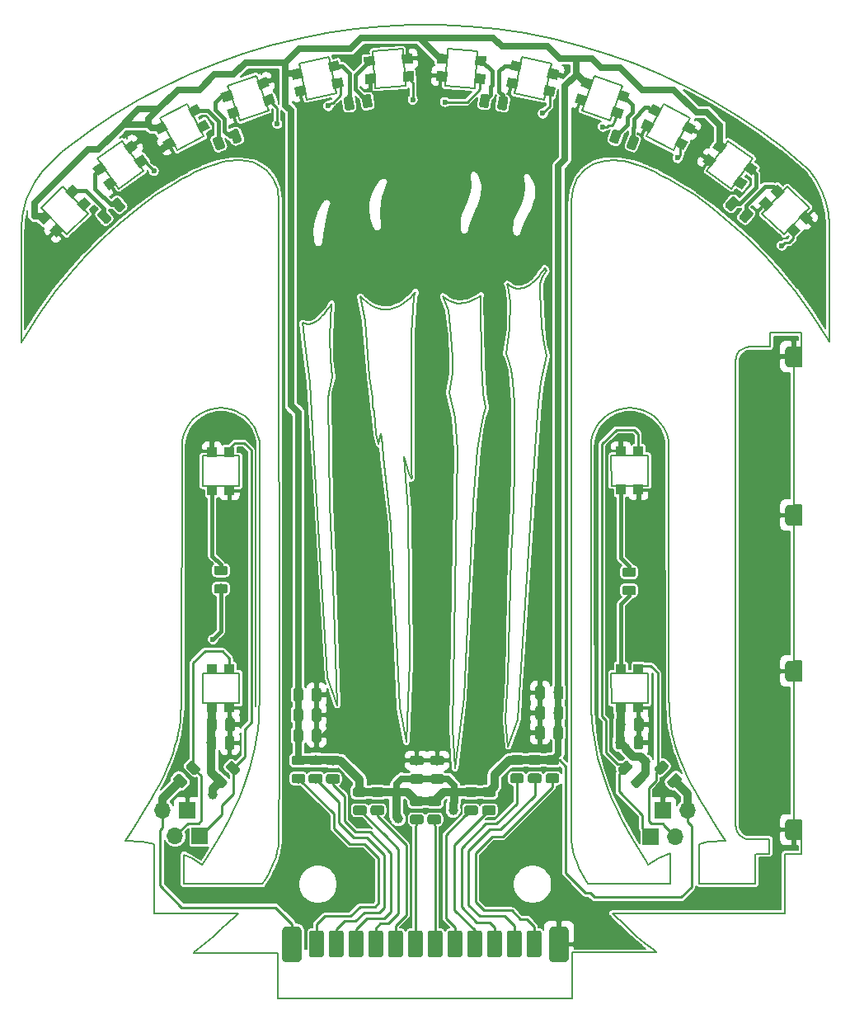
<source format=gtl>
G04 #@! TF.GenerationSoftware,KiCad,Pcbnew,(5.0.2)-1*
G04 #@! TF.CreationDate,2019-06-30T15:53:45+02:00*
G04 #@! TF.ProjectId,PCB_Fujitora_morro,5043425f-4675-46a6-9974-6f72615f6d6f,rev?*
G04 #@! TF.SameCoordinates,PX5aa8f70PY8620d10*
G04 #@! TF.FileFunction,Copper,L1,Top*
G04 #@! TF.FilePolarity,Positive*
%FSLAX46Y46*%
G04 Gerber Fmt 4.6, Leading zero omitted, Abs format (unit mm)*
G04 Created by KiCad (PCBNEW (5.0.2)-1) date 30/06/2019 15:53:45*
%MOMM*%
%LPD*%
G01*
G04 APERTURE LIST*
G04 #@! TA.AperFunction,NonConductor*
%ADD10C,0.200000*%
G04 #@! TD*
G04 #@! TA.AperFunction,Conductor*
%ADD11C,0.100000*%
G04 #@! TD*
G04 #@! TA.AperFunction,ComponentPad*
%ADD12C,1.500000*%
G04 #@! TD*
G04 #@! TA.AperFunction,ComponentPad*
%ADD13C,2.000000*%
G04 #@! TD*
G04 #@! TA.AperFunction,SMDPad,CuDef*
%ADD14C,0.975000*%
G04 #@! TD*
G04 #@! TA.AperFunction,ComponentPad*
%ADD15R,1.700000X1.700000*%
G04 #@! TD*
G04 #@! TA.AperFunction,ComponentPad*
%ADD16O,1.700000X1.700000*%
G04 #@! TD*
G04 #@! TA.AperFunction,SMDPad,CuDef*
%ADD17C,1.750000*%
G04 #@! TD*
G04 #@! TA.AperFunction,SMDPad,CuDef*
%ADD18C,1.000000*%
G04 #@! TD*
G04 #@! TA.AperFunction,SMDPad,CuDef*
%ADD19R,1.000000X1.100000*%
G04 #@! TD*
G04 #@! TA.AperFunction,ViaPad*
%ADD20C,1.000000*%
G04 #@! TD*
G04 #@! TA.AperFunction,ViaPad*
%ADD21C,0.600000*%
G04 #@! TD*
G04 #@! TA.AperFunction,Conductor*
%ADD22C,0.850000*%
G04 #@! TD*
G04 #@! TA.AperFunction,Conductor*
%ADD23C,0.250000*%
G04 #@! TD*
G04 #@! TA.AperFunction,Conductor*
%ADD24C,0.700000*%
G04 #@! TD*
G04 #@! TA.AperFunction,Conductor*
%ADD25C,0.400000*%
G04 #@! TD*
G04 #@! TA.AperFunction,Conductor*
%ADD26C,0.200000*%
G04 #@! TD*
G04 APERTURE END LIST*
D10*
X56388000Y-3302000D02*
X56388000Y0D01*
X26162000Y-3302000D02*
X56388000Y-3302000D01*
X26162000Y0D02*
X26162000Y-3302000D01*
X26162000Y1397000D02*
X17526000Y1397000D01*
X56388000Y0D02*
X56388000Y1397000D01*
X26162000Y1397000D02*
X26162000Y0D01*
X76616560Y11557000D02*
X75224640Y11557000D01*
X76616560Y13055600D02*
X76616560Y11557000D01*
X76677520Y63581280D02*
X74640440Y63586360D01*
X76682600Y65024000D02*
X76677520Y63581280D01*
X13487400Y5461000D02*
X13487400Y12522200D01*
X22072600Y5461000D02*
X13487400Y5461000D01*
X16484600Y8458200D02*
X16484600Y11480800D01*
X24561800Y8458200D02*
X16484600Y8458200D01*
X74625200Y13055600D02*
X76626720Y13055600D01*
X78232000Y5461000D02*
X78232000Y11557000D01*
X69392800Y5461000D02*
X78232000Y5461000D01*
X75209400Y8483600D02*
X75209400Y11551920D01*
X69392800Y8483600D02*
X75209400Y8483600D01*
X69392800Y8483600D02*
X69392800Y12573000D01*
X60502800Y5461000D02*
X69392800Y5461000D01*
X66446400Y8458200D02*
X66446400Y11633200D01*
X58013600Y8458200D02*
X66446400Y8458200D01*
X51240617Y69577211D02*
X51497287Y69649085D01*
X44366983Y68086404D02*
X44621921Y68047983D01*
X50465078Y69610286D02*
X50720783Y69556957D01*
X45410642Y68100642D02*
X45678696Y68172080D01*
X47048965Y61861837D02*
X46944830Y68544625D01*
X44117244Y62429976D02*
X44087729Y60859651D01*
X47215907Y56375914D02*
X46944965Y55042360D01*
X50980664Y69545922D02*
X51240617Y69577211D01*
X50720783Y69556957D02*
X50980664Y69545922D01*
X49749161Y70002249D02*
X49978281Y69835578D01*
X50216978Y69704070D02*
X50465078Y69610286D01*
X49978281Y69835578D02*
X50216978Y69704070D01*
X43203774Y68689170D02*
X43419034Y68516580D01*
X45678696Y68172080D02*
X45948791Y68269186D01*
X46772982Y68708774D02*
X47019200Y68879791D01*
X47048965Y61861837D02*
X47269791Y58813756D01*
X49690323Y70055651D02*
X49749161Y70002249D01*
X46495650Y68537961D02*
X46772982Y68708774D01*
X45948791Y68269186D02*
X46221026Y68391313D01*
X44881581Y68037858D02*
X45144775Y68055637D01*
X44621921Y68047983D02*
X44881581Y68037858D01*
X46223597Y47543694D02*
X46668877Y53005971D01*
X47520126Y57335999D02*
X47269791Y58813756D01*
X45144775Y68055637D02*
X45410642Y68100642D01*
X43672334Y67335197D02*
X43962991Y64731110D01*
X44348400Y20320000D02*
X44073929Y24393265D01*
X44117244Y62429976D02*
X43962991Y64731110D01*
X44624087Y52940207D02*
X44073929Y24393265D01*
X47215907Y56375914D02*
X47520126Y57335999D01*
X44348400Y20320000D02*
X45259424Y27635178D01*
X44324505Y56301496D02*
X44624087Y52940207D01*
X47019200Y68879791D02*
X46944830Y68544625D01*
X46668877Y53005971D02*
X46944965Y55042360D01*
X49884965Y69332705D02*
X49690323Y70055651D01*
X46221026Y68391313D02*
X46495650Y68537961D01*
X44118111Y68153094D02*
X44366983Y68086404D01*
X43876576Y68247587D02*
X44118111Y68153094D01*
X43419034Y68516580D02*
X43643359Y68369071D01*
X44087729Y60859651D02*
X43739916Y58867383D01*
X43672334Y67335197D02*
X43102839Y68785478D01*
X43643359Y68369071D02*
X43876576Y68247587D01*
X43102839Y68785478D02*
X43203774Y68689170D01*
X46223597Y47543694D02*
X45259424Y27635178D01*
X44324505Y56301496D02*
X43739916Y58867383D01*
X24173981Y25319701D02*
X24082586Y24342793D01*
X19288897Y11848527D02*
X18613472Y10749760D01*
X24082586Y24342793D02*
X23951561Y23357616D01*
X36973222Y52263883D02*
X37787555Y45408935D01*
X14014735Y18768130D02*
X14434425Y19613213D01*
X22951728Y19317647D02*
X22572245Y18280629D01*
X22572245Y18280629D02*
X22140423Y17232691D01*
X35103140Y66210567D02*
X35583223Y60443744D01*
X36252225Y54648948D02*
X36052503Y56889804D01*
X36720995Y54713550D02*
X36514750Y53604941D01*
X36973222Y52263883D02*
X36892580Y53548993D01*
X19253095Y57171265D02*
X19766266Y57273342D01*
X21657851Y16174163D02*
X21127175Y15105599D01*
X16484600Y11480800D02*
X17306318Y11083354D01*
X10497857Y12886666D02*
X11162060Y13928463D01*
X64298480Y56771664D02*
X63829214Y57003080D01*
X19766266Y57273342D02*
X20288371Y57307562D01*
X20288371Y57307562D02*
X20810476Y57273342D01*
X20810476Y57273342D02*
X21323647Y57171265D01*
X21323647Y57171265D02*
X21819105Y57003080D01*
X23461785Y55742608D02*
X23752473Y55307562D01*
X23752473Y55307562D02*
X23983889Y54838296D01*
X20552104Y14027772D02*
X19937403Y12941676D01*
X19937403Y12941676D02*
X19288897Y11848527D01*
X65993999Y54838296D02*
X65762582Y55307562D01*
X13541489Y17881149D02*
X14014735Y18768130D01*
X39344600Y23037800D02*
X38677375Y26566047D01*
X21819105Y57003080D02*
X22288371Y56771664D01*
X22288371Y56771664D02*
X22723417Y56480976D01*
X22723417Y56480976D02*
X23116798Y56135989D01*
X23116798Y56135989D02*
X23461785Y55742608D01*
X24262243Y27253793D02*
X24231572Y26289556D01*
X17306318Y11083354D02*
X18390696Y10395986D01*
X35873884Y58323432D02*
X35583223Y60443744D01*
X23983889Y54838296D02*
X24152075Y54342838D01*
X24152075Y54342838D02*
X24254151Y53829667D01*
X24254151Y53829667D02*
X24288371Y53307562D01*
X23951561Y23357616D02*
X23776140Y22363176D01*
X24288371Y37713898D02*
X24288371Y53307562D01*
X66298480Y53307562D02*
X66264260Y53829667D01*
X24273938Y28214072D02*
X24262243Y27253793D01*
X36514750Y53604941D02*
X36252225Y54648948D01*
X35921240Y57411807D02*
X35873884Y58323432D01*
X36892580Y53548993D02*
X36720995Y54713550D01*
X18613472Y10749760D02*
X18390696Y10395986D01*
X10497857Y12886666D02*
X12252064Y12773025D01*
X24231572Y26289556D02*
X24173981Y25319701D01*
X23776140Y22363176D02*
X23552616Y21358699D01*
X12252064Y12773025D02*
X13487400Y12522200D01*
X23552616Y21358699D02*
X23278342Y20343633D01*
X38677375Y26566047D02*
X37787555Y45408935D01*
X21127175Y15105599D02*
X20552104Y14027772D01*
X14434425Y19613213D02*
X14800720Y20416685D01*
X35921240Y57411807D02*
X36052503Y56889804D01*
X23278342Y20343633D02*
X22951728Y19317647D01*
X22140423Y17232691D02*
X21657851Y16174163D01*
X22207765Y49301362D02*
X22203625Y52401362D01*
X53167900Y59950644D02*
X53755249Y62678045D01*
X50124135Y61205461D02*
X49809105Y62458267D01*
X53167900Y59950644D02*
X52918065Y57809856D01*
X51995393Y69904410D02*
X52237403Y70083708D01*
X35103140Y66210567D02*
X34613202Y68749775D01*
X53466473Y63826445D02*
X53254567Y65633550D01*
X53737776Y71375246D02*
X53556787Y71688736D01*
X37687440Y67455470D02*
X38070484Y67546145D01*
X36891983Y67437476D02*
X37293589Y67417830D01*
X34875748Y68478023D02*
X35273301Y68139376D01*
X53304175Y70761138D02*
X53111994Y70043906D01*
X52947780Y70816993D02*
X53182496Y71125910D01*
X50774600Y25298400D02*
X52549655Y53006282D01*
X36486199Y67517660D02*
X36891983Y67437476D01*
X53089513Y69242774D02*
X53254567Y65633550D01*
X53304175Y70761138D02*
X53737776Y71375246D01*
X34613202Y68749775D02*
X34875748Y68478023D01*
X52712565Y70540313D02*
X52947780Y70816993D01*
X50423714Y57844169D02*
X50295720Y60040904D01*
X50424725Y50607082D02*
X50423714Y57844169D01*
X52476090Y70295836D02*
X52712565Y70540313D01*
X50424725Y50607082D02*
X50266333Y44968313D01*
X39344600Y23037800D02*
X39684254Y31241579D01*
X39684254Y31241579D02*
X39517316Y46727505D01*
X39135208Y52345801D02*
X39517316Y46727505D01*
X39653220Y50526874D02*
X39135208Y52345801D01*
X39829953Y50065145D02*
X39653220Y50526874D01*
X39920896Y50185699D02*
X39829953Y50065145D01*
X39920896Y50185699D02*
X39861360Y50663575D01*
X39861360Y50663575D02*
X39866373Y64868669D01*
X40072608Y68950085D02*
X40297381Y69222823D01*
X35273301Y68139376D02*
X35674816Y67867354D01*
X40157909Y68748857D02*
X39866373Y64868669D01*
X40157909Y68748857D02*
X40297381Y69222823D01*
X36079623Y67660503D02*
X36486199Y67517660D01*
X39776135Y68633875D02*
X40072608Y68950085D01*
X39138020Y68089107D02*
X39464557Y68345761D01*
X49809400Y22580600D02*
X50774600Y25298400D01*
X37293589Y67417830D02*
X37687440Y67455470D01*
X51748941Y69758957D02*
X51995393Y69904410D01*
X50020002Y68075779D02*
X49966116Y65450402D01*
X49966116Y65450402D02*
X49586904Y62859714D01*
X50102291Y42245240D02*
X50266333Y44968313D01*
X49809400Y22580600D02*
X49555771Y25256758D01*
X53755249Y62678045D02*
X53466473Y63826445D01*
X51497287Y69649085D02*
X51748941Y69758957D01*
X53089513Y69242774D02*
X53111994Y70043906D01*
X53182496Y71125910D02*
X53376913Y71403040D01*
X52237403Y70083708D02*
X52476090Y70295836D01*
X50102291Y42245240D02*
X49794802Y29610429D01*
X50295720Y60040904D02*
X50124135Y61205461D01*
X39464557Y68345761D02*
X39776135Y68633875D01*
X38796635Y67867549D02*
X39138020Y68089107D01*
X38440611Y67685088D02*
X38796635Y67867549D01*
X38070484Y67546145D02*
X38440611Y67685088D01*
X35674816Y67867354D02*
X36079623Y67660503D01*
X50020002Y68075779D02*
X49884965Y69332705D01*
X52918065Y57809856D02*
X52549655Y53006282D01*
X49809105Y62458267D02*
X49586904Y62859714D01*
X49794802Y29610429D02*
X49555771Y25256758D01*
X2304782Y81925869D02*
X2048439Y81635260D01*
X496525Y79106363D02*
X364890Y78764748D01*
X1655739Y67018976D02*
X-203200Y64008000D01*
X9916567Y76253155D02*
X8167191Y74669936D01*
X364890Y78764748D02*
X247111Y78417465D01*
X53122Y77705898D02*
X-23089Y77341613D01*
X1577322Y81037040D02*
X1362549Y80729429D01*
X13637657Y79152756D02*
X11741522Y77748630D01*
X642017Y79442311D02*
X496525Y79106363D01*
X-203200Y75438000D02*
X-203200Y64008000D01*
X21780405Y82710024D02*
X21382027Y82685830D01*
X2048439Y81635260D02*
X1805953Y81338984D01*
X1362549Y80729429D02*
X1161631Y80416150D01*
X1161631Y80416150D02*
X974570Y80097204D01*
X1805953Y81338984D02*
X1577322Y81037040D01*
X3361129Y69351413D02*
X1655739Y67018976D01*
X5203596Y71577157D02*
X3361129Y69351413D01*
X22156382Y82709259D02*
X21780405Y82710024D01*
X3987800Y83566000D02*
X2574981Y82210811D01*
X81944183Y79721711D02*
X82089675Y79385763D01*
X60429818Y82709259D02*
X60805795Y82710024D01*
X59414367Y82587404D02*
X59736149Y82645242D01*
X57605878Y81709523D02*
X58527340Y82334599D01*
X82221310Y79044148D02*
X82339089Y78696865D01*
X81784834Y80051991D02*
X81944183Y79721711D01*
X20026549Y82428685D02*
X19511275Y82269210D01*
X76088593Y73002787D02*
X77382604Y71577157D01*
X59106727Y82515324D02*
X59414367Y82587404D01*
X16284017Y80753313D02*
X15473448Y80282912D01*
X60073971Y82686705D02*
X60429818Y82709259D01*
X14593740Y79750107D02*
X13637657Y79152756D01*
X59106727Y82515324D02*
X58527340Y82334599D01*
X59736149Y82645242D02*
X60073971Y82686705D01*
X82775565Y76107202D02*
X82782493Y75714580D01*
X18958464Y82066619D02*
X18364061Y81817219D01*
X-189365Y75827802D02*
X-203200Y75438000D01*
X-23089Y77341613D02*
X-85442Y76971661D01*
X-133939Y76596042D02*
X-168580Y76214755D01*
X974570Y80097204D02*
X801366Y79772591D01*
X6497607Y73002787D02*
X5203596Y71577157D01*
X8167191Y74669936D02*
X6497607Y73002787D01*
X-168580Y76214755D02*
X-189365Y75827802D01*
X2574981Y82210811D02*
X2304782Y81925869D01*
X247111Y78417465D02*
X143188Y78064515D01*
X143188Y78064515D02*
X53122Y77705898D01*
X11741522Y77748630D02*
X9916567Y76253155D01*
X801366Y79772591D02*
X642017Y79442311D01*
X19511275Y82269210D02*
X18958464Y82066619D01*
X-85442Y76971661D02*
X-133939Y76596042D01*
X81223651Y81008829D02*
X81424569Y80695550D01*
X67112752Y80282912D02*
X67992460Y79750107D01*
X68948543Y79152756D02*
X70844678Y77748630D01*
X82720139Y76875442D02*
X82754780Y76494155D01*
X25486187Y10073753D02*
X25737528Y10652727D01*
X65040653Y1426511D02*
X56388000Y1426511D01*
X19807201Y92640043D02*
X17094642Y91518782D01*
X17094642Y91518782D02*
X14440367Y90265773D01*
X62236263Y3791376D02*
X61506301Y4467787D01*
X22289744Y82700807D02*
X22156382Y82709259D01*
X57739712Y8893129D02*
X57392990Y9487395D01*
X58013600Y8458200D02*
X57739712Y8893129D01*
X56482789Y11790623D02*
X56374196Y12350593D01*
X28228636Y95187949D02*
X25380912Y94476839D01*
X56298404Y21455202D02*
X56307948Y78511522D01*
X25674573Y80863879D02*
X24981190Y81709523D01*
X24981190Y81709523D02*
X24059729Y82334599D01*
X26263457Y78511522D02*
X26111484Y79797464D01*
X56313099Y12905278D02*
X56298404Y21455202D01*
X57093979Y10073753D02*
X56842638Y10652727D01*
X56374196Y12350593D02*
X56313099Y12905278D01*
X31107821Y95758471D02*
X28228636Y95187949D01*
X56638922Y11224842D02*
X56482789Y11790623D01*
X19565843Y3102336D02*
X20343903Y3791376D01*
X21755772Y5132095D02*
X22072600Y5461000D01*
X6890404Y85747983D02*
X3987800Y83566000D01*
X39864512Y96614479D02*
X36932776Y96472596D01*
X26277882Y21383416D02*
X26279663Y21455206D01*
X65040653Y1426511D02*
X64714911Y1684273D01*
X22289744Y82700807D02*
X23499121Y82537678D01*
X25187176Y9487395D02*
X25486187Y10073753D01*
X63014323Y3102336D02*
X62236263Y3791376D01*
X26097377Y11790623D02*
X26205971Y12350593D01*
X24840455Y8893129D02*
X25187176Y9487395D01*
X23499121Y82537678D02*
X24059729Y82334599D01*
X26279663Y21455206D02*
X26263457Y78511522D01*
X24561800Y8458200D02*
X24840455Y8893129D01*
X34011533Y96187031D02*
X31107821Y95758471D01*
X17539148Y1426511D02*
X17865255Y1684273D01*
X25941244Y11224842D02*
X26097377Y11790623D01*
X20343903Y3791376D02*
X21073865Y4467787D01*
X25737528Y10652727D02*
X25941244Y11224842D01*
X36932776Y96472596D02*
X34011533Y96187031D01*
X26205971Y12350593D02*
X26267067Y12905278D01*
X28676600Y66040000D02*
X28905569Y65954034D01*
X28905569Y65954034D02*
X29155302Y65913453D01*
X29981933Y50652292D02*
X31267400Y29692600D01*
X32232600Y26797000D02*
X31267400Y29692600D01*
X29410404Y59917105D02*
X28907839Y63844518D01*
X29410404Y59917105D02*
X29981933Y50652292D01*
X81611630Y80376604D02*
X81784834Y80051991D01*
X82609289Y77621013D02*
X82671642Y77251061D01*
X79225071Y69351413D02*
X80930461Y67018976D01*
X82778600Y75717400D02*
X82778600Y64084200D01*
X80537761Y81914660D02*
X80780247Y81618384D01*
X72669633Y76253155D02*
X74419009Y74669936D01*
X80780247Y81618384D02*
X81008878Y81316440D01*
X67992460Y79750107D02*
X68948543Y79152756D01*
X62078251Y82548791D02*
X62559651Y82428685D01*
X63074925Y82269210D02*
X63627736Y82066619D01*
X65554147Y81163857D02*
X66302183Y80753313D01*
X63627736Y82066619D02*
X64222139Y81817219D01*
X82533078Y77985298D02*
X82609289Y77621013D01*
X78114166Y83947539D02*
X80543400Y81915000D01*
X64862622Y81517434D02*
X65554147Y81163857D01*
X74419009Y74669936D02*
X76088593Y73002787D01*
X82443012Y78343915D02*
X82533078Y77985298D01*
X61627421Y82633276D02*
X62078251Y82548791D01*
X61204173Y82685830D02*
X61627421Y82633276D01*
X81008878Y81316440D02*
X81223651Y81008829D01*
X82339089Y78696865D02*
X82443012Y78343915D01*
X60805795Y82710024D02*
X61204173Y82685830D01*
X70844678Y77748630D02*
X72669633Y76253155D01*
X62559651Y82428685D02*
X63074925Y82269210D01*
X80930461Y67018976D02*
X82778600Y64084200D01*
X77382604Y71577157D02*
X79225071Y69351413D01*
X81424569Y80695550D02*
X81611630Y80376604D01*
X82089675Y79385763D02*
X82221310Y79044148D01*
X82671642Y77251061D02*
X82720139Y76875442D01*
X82754780Y76494155D02*
X82775565Y76107202D01*
X66302183Y80753313D02*
X67112752Y80282912D01*
X64222139Y81817219D02*
X64862622Y81517434D01*
X17032053Y81163857D02*
X16284017Y80753313D01*
X15473448Y80282912D02*
X14593740Y79750107D01*
X62851167Y92608637D02*
X60088300Y93599482D01*
X68214531Y90226538D02*
X65562088Y91483419D01*
X73318582Y87330208D02*
X70802107Y88841022D01*
X78055488Y84001227D02*
X78114166Y83947539D01*
X18364061Y81817219D02*
X17723578Y81517434D01*
X51555110Y95743552D02*
X48652026Y96176349D01*
X56912495Y80863879D02*
X57605878Y81709523D01*
X56475585Y79797464D02*
X56912495Y80863879D01*
X21382027Y82685830D02*
X20958779Y82633276D01*
X48652026Y96176349D02*
X45731204Y96466177D01*
X60088300Y93599482D02*
X57280143Y94453565D01*
X54433460Y95168829D02*
X51555110Y95743552D01*
X57280143Y94453565D02*
X54433460Y95168829D01*
X65562088Y91483419D02*
X62851167Y92608637D01*
X75757894Y85697736D02*
X73318582Y87330208D01*
X56307948Y78511522D02*
X56475585Y79797464D01*
X20958779Y82633276D02*
X20507949Y82548791D01*
X78055488Y84001227D02*
X75757894Y85697736D01*
X20507949Y82548791D02*
X20026549Y82428685D01*
X17723578Y81517434D02*
X17032053Y81163857D01*
X45731204Y96466177D02*
X42799678Y96612338D01*
X70802107Y88841022D02*
X68214531Y90226538D01*
X58648512Y91413646D02*
X61567496Y90369836D01*
X65763440Y88531758D02*
X64004348Y85169826D01*
X50425968Y89579318D02*
X53460670Y88946390D01*
X1837061Y77862408D02*
X4439889Y75101561D01*
X72415985Y84701469D02*
X70212511Y81612506D01*
X78130093Y75111207D02*
X80735787Y77868278D01*
X72415985Y84701469D02*
X74941642Y82903952D01*
X78480469Y79995142D02*
X80735787Y77868278D01*
X78480469Y79995142D02*
X75874240Y77237505D01*
X65763440Y88531758D02*
X68511721Y87097546D01*
X75874240Y77237505D02*
X78130093Y75111207D01*
X51205618Y93292690D02*
X54240160Y92659000D01*
X66752990Y83736304D02*
X68511721Y87097546D01*
X51205618Y93292690D02*
X50425968Y89579318D01*
X60286284Y86799181D02*
X61567496Y90369836D01*
X72738620Y79815623D02*
X74941642Y82903952D01*
X53460670Y88946390D02*
X54240160Y92659000D01*
X46405099Y90137365D02*
X46668140Y93921792D01*
X70212511Y81612506D02*
X72738620Y79815623D01*
X57367036Y87842259D02*
X60286284Y86799181D01*
X64004348Y85169826D02*
X66752990Y83736304D01*
X58648512Y91413646D02*
X57367036Y87842259D01*
X31071747Y67126646D02*
X31270771Y67378882D01*
X31456789Y67656468D02*
X31628051Y67958450D01*
X31270771Y67378882D02*
X31456789Y67656468D01*
X30106769Y66191995D02*
X30316407Y66351787D01*
X29649678Y65972495D02*
X29884192Y66064378D01*
X29884192Y66064378D02*
X30106769Y66191995D01*
X30861345Y66900750D02*
X31071747Y67126646D01*
X30669710Y66728088D02*
X30861345Y66900750D01*
X30512523Y66541028D02*
X30669710Y66728088D01*
X30316407Y66351787D02*
X30512523Y66541028D01*
X29405365Y65920695D02*
X29649678Y65972495D01*
X29155302Y65913453D02*
X29405365Y65920695D01*
X31747241Y60509194D02*
X31535334Y62316305D01*
X31498281Y64633588D02*
X31535334Y62316305D01*
X31498281Y64633588D02*
X31664684Y68035529D01*
X31628051Y67958450D02*
X31664684Y68035529D01*
X4439889Y75101561D02*
X6692681Y77231103D01*
X32232600Y26797000D02*
X31763834Y41878332D01*
X31763834Y41878332D02*
X31525173Y47408383D01*
X1837061Y77862408D02*
X4090387Y79991383D01*
X31334741Y58291987D02*
X31525173Y47408383D01*
X31366143Y58890410D02*
X31334741Y58291987D01*
X31366143Y58890410D02*
X31747241Y60509194D01*
X6692681Y77231103D02*
X4090387Y79991383D01*
X22280415Y86793141D02*
X25198159Y87840417D01*
X14059688Y87093013D02*
X16806625Y88529797D01*
X43575368Y94133389D02*
X43312273Y90348185D01*
X28330225Y92656143D02*
X31364173Y93292673D01*
X29105297Y88941813D02*
X32139086Y89579105D01*
X21003342Y90366105D02*
X22280415Y86793141D01*
X25198159Y87840417D02*
X23921349Y91412648D01*
X7630440Y82898701D02*
X9830105Y79807024D01*
X9830105Y79807024D02*
X12353627Y81607540D01*
X32139086Y89579105D02*
X31364173Y93292673D01*
X18561211Y85166389D02*
X16806625Y88529797D01*
X7630440Y82898701D02*
X10154413Y84698582D01*
X21003342Y90366105D02*
X23921349Y91412648D01*
X28330225Y92656143D02*
X29105297Y88941813D01*
X14059688Y87093013D02*
X15814634Y83728915D01*
X12353627Y81607540D02*
X10154413Y84698582D01*
X43312273Y90348185D02*
X46405099Y90137365D01*
X43575368Y94133389D02*
X46668140Y93921792D01*
X15814634Y83728915D02*
X18561211Y85166389D01*
X39252864Y90349606D02*
X38994487Y94134355D01*
X35901915Y93919863D02*
X38994487Y94134355D01*
X35901915Y93919863D02*
X36160345Y90134337D01*
X15115284Y21180065D02*
X15381125Y21906532D01*
X64192778Y49328047D02*
X60398457Y49317269D01*
X59470053Y56135989D02*
X59125067Y55742608D01*
X66984560Y22601279D02*
X66803402Y23271729D01*
X18288371Y56771664D02*
X18757638Y57003080D01*
X60298480Y56771664D02*
X59863435Y56480976D01*
X58602962Y54838296D02*
X58434777Y54342838D01*
X17114958Y55742608D02*
X17459944Y56135989D01*
X67786132Y20416685D02*
X67471567Y21180065D01*
X60767747Y57003080D02*
X60298480Y56771664D01*
X11821489Y14975651D02*
X12441316Y15983971D01*
X16592853Y54838296D02*
X16824270Y55307562D01*
X17853326Y56480976D02*
X18288371Y56771664D01*
X22203625Y30104043D02*
X18410067Y30104043D01*
X18413429Y49301362D02*
X18410067Y52401362D01*
X62820585Y57273342D02*
X62298480Y57307562D01*
X66454186Y25242983D02*
X66389957Y25929519D01*
X61263204Y57171265D02*
X60767747Y57003080D01*
X22203625Y52401362D02*
X18410067Y52401362D01*
X65126908Y56135989D02*
X64733526Y56480976D01*
X18413429Y27004043D02*
X18410067Y30104043D01*
X15381125Y21906532D02*
X15602292Y22601279D01*
X16424668Y54342838D02*
X16592853Y54838296D01*
X66446400Y11658600D02*
X65280534Y11083354D01*
X59635124Y19317647D02*
X60014606Y18280629D01*
X12441316Y15983971D02*
X13016062Y16952789D01*
X16239908Y26653865D02*
X16264585Y27429673D01*
X15602292Y22601279D02*
X15783450Y23271729D01*
X15783450Y23271729D02*
X15929382Y23927525D01*
X58834379Y55307562D02*
X58602962Y54838296D01*
X17459944Y56135989D02*
X17853326Y56480976D01*
X72088995Y12886666D02*
X70334787Y12773025D01*
X63829214Y57003080D02*
X63333757Y57171265D01*
X11821489Y14975651D02*
X11162060Y13928463D01*
X16132666Y25242983D02*
X16196895Y25929519D01*
X63333757Y57171265D02*
X62820585Y57273342D01*
X66264260Y53829667D02*
X66162184Y54342838D01*
X15929382Y23927525D02*
X16044527Y24580264D01*
X18413429Y27004043D02*
X22207765Y27004043D01*
X14800720Y20416685D02*
X15115284Y21180065D01*
X16264585Y27429673D02*
X16274818Y28269963D01*
X16288371Y53307562D02*
X16322592Y53829667D01*
X16196895Y25929519D02*
X16239908Y26653865D01*
X66542325Y24580264D02*
X66454186Y25242983D01*
X13016062Y16952789D02*
X13541489Y17881149D01*
X65762582Y55307562D02*
X65471894Y55742608D01*
X16044527Y24580264D02*
X16132666Y25242983D01*
X18413429Y49301362D02*
X22207765Y49301362D01*
X66803402Y23271729D02*
X66657469Y23927525D01*
X66389957Y25929519D02*
X66346944Y26653865D01*
X66162184Y54342838D02*
X65993999Y54838296D01*
X22207765Y27004043D02*
X22203625Y30104043D01*
X18757638Y57003080D02*
X19253095Y57171265D01*
X60929001Y16174163D02*
X61459677Y15105599D01*
X64733526Y56480976D02*
X64298480Y56771664D01*
X16322592Y53829667D02*
X16424668Y54342838D01*
X16824270Y55307562D02*
X17114958Y55742608D01*
X79941116Y29321649D02*
X79941116Y31321649D01*
X28676600Y66040000D02*
X28907839Y63844518D01*
X73141116Y14548141D02*
X73141116Y62091649D01*
X79941116Y11574941D02*
X78232000Y11557000D01*
X66298480Y53307562D02*
X66312033Y28269963D01*
X24273938Y28214072D02*
X24288371Y37713898D01*
X73580456Y13487481D02*
X73342078Y13798141D01*
X42799678Y96612338D02*
X39864512Y96614479D01*
X73580456Y63152309D02*
X73891116Y63390687D01*
X73891116Y63390687D02*
X74252888Y63540538D01*
X16274818Y28269963D02*
X16288371Y53307562D01*
X79941116Y15048141D02*
X79141116Y15048141D01*
X79941116Y47321649D02*
X79141116Y47321649D01*
X73192228Y14159913D02*
X73141116Y14548141D01*
X39252864Y90349606D02*
X36160345Y90134337D01*
X53376913Y71403040D02*
X53556787Y71688736D01*
X58312914Y28214072D02*
X58298480Y37713898D01*
X79938880Y65024000D02*
X76682600Y65024000D01*
X73192228Y62479878D02*
X73342078Y62841649D01*
X60398457Y27005087D02*
X60393791Y30105086D01*
X60446428Y17232691D02*
X60929001Y16174163D01*
X69570789Y16952789D02*
X69045362Y17881149D01*
X67205727Y21906532D02*
X66984560Y22601279D01*
X62298480Y57307562D02*
X61776376Y57273342D01*
X70334787Y12773025D02*
X69392800Y12573000D01*
X63297955Y11848527D02*
X63973380Y10749760D01*
X66657469Y23927525D02*
X66542325Y24580264D01*
X58312914Y28214072D02*
X58324609Y27253793D01*
X58355280Y26289556D02*
X58412871Y25319701D01*
X79941116Y61591649D02*
X79141116Y61591649D01*
X64192778Y49328047D02*
X64187334Y52428044D01*
X79141116Y15048141D02*
X79141116Y29321649D01*
X66346944Y26653865D02*
X66322267Y27429673D01*
X73141116Y62091649D02*
X73192228Y62479878D01*
X70765363Y14975651D02*
X70145536Y15983971D01*
X61459677Y15105599D02*
X62034748Y14027772D01*
X68572116Y18768130D02*
X68152427Y19613213D01*
X58298480Y37713898D02*
X58298480Y53307562D01*
X70765363Y14975651D02*
X71424791Y13928463D01*
X62649449Y12941676D02*
X63297955Y11848527D01*
X58635291Y23357616D02*
X58810712Y22363176D01*
X79941116Y45321649D02*
X79941116Y47321649D01*
X69045362Y17881149D02*
X68572116Y18768130D01*
X79941116Y31321649D02*
X79141116Y31321649D01*
X73342078Y13798141D02*
X73192228Y14159913D01*
X79941116Y65024000D02*
X79941116Y61591649D01*
X59125067Y55742608D02*
X58834379Y55307562D01*
X58332701Y53829667D02*
X58298480Y53307562D01*
X60393791Y52417268D02*
X64187334Y52428044D01*
X68152427Y19613213D02*
X67786132Y20416685D01*
X72088995Y12886666D02*
X71424791Y13928463D01*
X58412871Y25319701D02*
X58504266Y24342793D01*
X61776376Y57273342D02*
X61263204Y57171265D01*
X59863435Y56480976D02*
X59470053Y56135989D01*
X62034748Y14027772D02*
X62649449Y12941676D01*
X58810712Y22363176D02*
X59034236Y21358699D01*
X74252888Y63540538D02*
X74640440Y63586360D01*
X58504266Y24342793D02*
X58635291Y23357616D01*
X74252888Y13099253D02*
X73891116Y13249103D01*
X60393791Y30105086D02*
X64187334Y30115862D01*
X79941116Y11577320D02*
X79941116Y15048141D01*
X63973380Y10749760D02*
X64196155Y10395986D01*
X73342078Y62841649D02*
X73580456Y63152309D01*
X67471567Y21180065D02*
X67205727Y21906532D01*
X79141116Y47321649D02*
X79141116Y61591649D01*
X79141116Y29321649D02*
X79941116Y29321649D01*
X66322267Y27429673D02*
X66312033Y28269963D01*
X79141116Y31321649D02*
X79141116Y45321649D01*
X79141116Y45321649D02*
X79941116Y45321649D01*
X58324609Y27253793D02*
X58355280Y26289556D01*
X70145536Y15983971D02*
X69570789Y16952789D01*
X60398457Y49317269D02*
X60393791Y52417268D01*
X58434777Y54342838D02*
X58332701Y53829667D01*
X74641116Y13048141D02*
X74252888Y13099253D01*
X64192778Y27015865D02*
X64187334Y30115862D01*
X59308510Y20343633D02*
X59635124Y19317647D01*
X59034236Y21358699D02*
X59308510Y20343633D01*
X65280534Y11083354D02*
X64196155Y10395986D01*
X65471894Y55742608D02*
X65126908Y56135989D01*
X73891116Y13249103D02*
X73580456Y13487481D01*
X60014606Y18280629D02*
X60446428Y17232691D01*
X64192778Y27015865D02*
X60398457Y27005087D01*
X25380912Y94476839D02*
X22571511Y93626855D01*
X26111484Y79797464D02*
X25674573Y80863879D01*
X11850772Y88884034D02*
X9332095Y87376894D01*
X64714911Y1684273D02*
X63840525Y2400143D01*
X63840525Y2400143D02*
X63014323Y3102336D01*
X22571511Y93626855D02*
X19807201Y92640043D01*
X18739641Y2400143D02*
X19565843Y3102336D01*
X56842638Y10652727D02*
X56638922Y11224842D01*
X61506301Y4467787D02*
X60824394Y5132095D01*
X57392990Y9487395D02*
X57093979Y10073753D01*
X14440367Y90265773D02*
X11850772Y88884034D01*
X60824394Y5132095D02*
X60502800Y5461000D01*
X21073865Y4467787D02*
X21755772Y5132095D01*
X9332095Y87376894D02*
X6890404Y85747983D01*
X26267067Y12905278D02*
X26277882Y21383416D01*
X17865255Y1684273D02*
X18739641Y2400143D01*
D11*
G04 #@! TO.N,/S1*
G04 #@! TO.C,MORRO1*
G36*
X30671454Y3669717D02*
X30693295Y3666477D01*
X30714714Y3661112D01*
X30735504Y3653673D01*
X30755464Y3644232D01*
X30774403Y3632881D01*
X30792138Y3619727D01*
X30808499Y3604899D01*
X30823327Y3588538D01*
X30836481Y3570803D01*
X30847832Y3551864D01*
X30857273Y3531904D01*
X30864712Y3511114D01*
X30870077Y3489695D01*
X30873317Y3467854D01*
X30874400Y3445800D01*
X30874400Y1195800D01*
X30873317Y1173746D01*
X30870077Y1151905D01*
X30864712Y1130486D01*
X30857273Y1109696D01*
X30847832Y1089736D01*
X30836481Y1070797D01*
X30823327Y1053062D01*
X30808499Y1036701D01*
X30792138Y1021873D01*
X30774403Y1008719D01*
X30755464Y997368D01*
X30735504Y987927D01*
X30714714Y980488D01*
X30693295Y975123D01*
X30671454Y971883D01*
X30649400Y970800D01*
X29599400Y970800D01*
X29577346Y971883D01*
X29555505Y975123D01*
X29534086Y980488D01*
X29513296Y987927D01*
X29493336Y997368D01*
X29474397Y1008719D01*
X29456662Y1021873D01*
X29440301Y1036701D01*
X29425473Y1053062D01*
X29412319Y1070797D01*
X29400968Y1089736D01*
X29391527Y1109696D01*
X29384088Y1130486D01*
X29378723Y1151905D01*
X29375483Y1173746D01*
X29374400Y1195800D01*
X29374400Y3445800D01*
X29375483Y3467854D01*
X29378723Y3489695D01*
X29384088Y3511114D01*
X29391527Y3531904D01*
X29400968Y3551864D01*
X29412319Y3570803D01*
X29425473Y3588538D01*
X29440301Y3604899D01*
X29456662Y3619727D01*
X29474397Y3632881D01*
X29493336Y3644232D01*
X29513296Y3653673D01*
X29534086Y3661112D01*
X29555505Y3666477D01*
X29577346Y3669717D01*
X29599400Y3670800D01*
X30649400Y3670800D01*
X30671454Y3669717D01*
X30671454Y3669717D01*
G37*
D12*
G04 #@! TD*
G04 #@! TO.P,MORRO1,2*
G04 #@! TO.N,/S1*
X30124400Y2320800D03*
D11*
G04 #@! TO.N,+3V3*
G04 #@! TO.C,MORRO1*
G36*
X28133409Y4114392D02*
X28181945Y4107193D01*
X28229542Y4095270D01*
X28275742Y4078740D01*
X28320098Y4057761D01*
X28362185Y4032535D01*
X28401597Y4003305D01*
X28437953Y3970353D01*
X28470905Y3933997D01*
X28500135Y3894585D01*
X28525361Y3852498D01*
X28546340Y3808142D01*
X28562870Y3761942D01*
X28574793Y3714345D01*
X28581992Y3665809D01*
X28584400Y3616800D01*
X28584400Y916800D01*
X28581992Y867791D01*
X28574793Y819255D01*
X28562870Y771658D01*
X28546340Y725458D01*
X28525361Y681102D01*
X28500135Y639015D01*
X28470905Y599603D01*
X28437953Y563247D01*
X28401597Y530295D01*
X28362185Y501065D01*
X28320098Y475839D01*
X28275742Y454860D01*
X28229542Y438330D01*
X28181945Y426407D01*
X28133409Y419208D01*
X28084400Y416800D01*
X27084400Y416800D01*
X27035391Y419208D01*
X26986855Y426407D01*
X26939258Y438330D01*
X26893058Y454860D01*
X26848702Y475839D01*
X26806615Y501065D01*
X26767203Y530295D01*
X26730847Y563247D01*
X26697895Y599603D01*
X26668665Y639015D01*
X26643439Y681102D01*
X26622460Y725458D01*
X26605930Y771658D01*
X26594007Y819255D01*
X26586808Y867791D01*
X26584400Y916800D01*
X26584400Y3616800D01*
X26586808Y3665809D01*
X26594007Y3714345D01*
X26605930Y3761942D01*
X26622460Y3808142D01*
X26643439Y3852498D01*
X26668665Y3894585D01*
X26697895Y3933997D01*
X26730847Y3970353D01*
X26767203Y4003305D01*
X26806615Y4032535D01*
X26848702Y4057761D01*
X26893058Y4078740D01*
X26939258Y4095270D01*
X26986855Y4107193D01*
X27035391Y4114392D01*
X27084400Y4116800D01*
X28084400Y4116800D01*
X28133409Y4114392D01*
X28133409Y4114392D01*
G37*
D13*
G04 #@! TD*
G04 #@! TO.P,MORRO1,1*
G04 #@! TO.N,+3V3*
X27584400Y2266800D03*
D11*
G04 #@! TO.N,/S2*
G04 #@! TO.C,MORRO1*
G36*
X32703454Y3669717D02*
X32725295Y3666477D01*
X32746714Y3661112D01*
X32767504Y3653673D01*
X32787464Y3644232D01*
X32806403Y3632881D01*
X32824138Y3619727D01*
X32840499Y3604899D01*
X32855327Y3588538D01*
X32868481Y3570803D01*
X32879832Y3551864D01*
X32889273Y3531904D01*
X32896712Y3511114D01*
X32902077Y3489695D01*
X32905317Y3467854D01*
X32906400Y3445800D01*
X32906400Y1195800D01*
X32905317Y1173746D01*
X32902077Y1151905D01*
X32896712Y1130486D01*
X32889273Y1109696D01*
X32879832Y1089736D01*
X32868481Y1070797D01*
X32855327Y1053062D01*
X32840499Y1036701D01*
X32824138Y1021873D01*
X32806403Y1008719D01*
X32787464Y997368D01*
X32767504Y987927D01*
X32746714Y980488D01*
X32725295Y975123D01*
X32703454Y971883D01*
X32681400Y970800D01*
X31631400Y970800D01*
X31609346Y971883D01*
X31587505Y975123D01*
X31566086Y980488D01*
X31545296Y987927D01*
X31525336Y997368D01*
X31506397Y1008719D01*
X31488662Y1021873D01*
X31472301Y1036701D01*
X31457473Y1053062D01*
X31444319Y1070797D01*
X31432968Y1089736D01*
X31423527Y1109696D01*
X31416088Y1130486D01*
X31410723Y1151905D01*
X31407483Y1173746D01*
X31406400Y1195800D01*
X31406400Y3445800D01*
X31407483Y3467854D01*
X31410723Y3489695D01*
X31416088Y3511114D01*
X31423527Y3531904D01*
X31432968Y3551864D01*
X31444319Y3570803D01*
X31457473Y3588538D01*
X31472301Y3604899D01*
X31488662Y3619727D01*
X31506397Y3632881D01*
X31525336Y3644232D01*
X31545296Y3653673D01*
X31566086Y3661112D01*
X31587505Y3666477D01*
X31609346Y3669717D01*
X31631400Y3670800D01*
X32681400Y3670800D01*
X32703454Y3669717D01*
X32703454Y3669717D01*
G37*
D12*
G04 #@! TD*
G04 #@! TO.P,MORRO1,3*
G04 #@! TO.N,/S2*
X32156400Y2320800D03*
D11*
G04 #@! TO.N,/S3*
G04 #@! TO.C,MORRO1*
G36*
X34735454Y3669717D02*
X34757295Y3666477D01*
X34778714Y3661112D01*
X34799504Y3653673D01*
X34819464Y3644232D01*
X34838403Y3632881D01*
X34856138Y3619727D01*
X34872499Y3604899D01*
X34887327Y3588538D01*
X34900481Y3570803D01*
X34911832Y3551864D01*
X34921273Y3531904D01*
X34928712Y3511114D01*
X34934077Y3489695D01*
X34937317Y3467854D01*
X34938400Y3445800D01*
X34938400Y1195800D01*
X34937317Y1173746D01*
X34934077Y1151905D01*
X34928712Y1130486D01*
X34921273Y1109696D01*
X34911832Y1089736D01*
X34900481Y1070797D01*
X34887327Y1053062D01*
X34872499Y1036701D01*
X34856138Y1021873D01*
X34838403Y1008719D01*
X34819464Y997368D01*
X34799504Y987927D01*
X34778714Y980488D01*
X34757295Y975123D01*
X34735454Y971883D01*
X34713400Y970800D01*
X33663400Y970800D01*
X33641346Y971883D01*
X33619505Y975123D01*
X33598086Y980488D01*
X33577296Y987927D01*
X33557336Y997368D01*
X33538397Y1008719D01*
X33520662Y1021873D01*
X33504301Y1036701D01*
X33489473Y1053062D01*
X33476319Y1070797D01*
X33464968Y1089736D01*
X33455527Y1109696D01*
X33448088Y1130486D01*
X33442723Y1151905D01*
X33439483Y1173746D01*
X33438400Y1195800D01*
X33438400Y3445800D01*
X33439483Y3467854D01*
X33442723Y3489695D01*
X33448088Y3511114D01*
X33455527Y3531904D01*
X33464968Y3551864D01*
X33476319Y3570803D01*
X33489473Y3588538D01*
X33504301Y3604899D01*
X33520662Y3619727D01*
X33538397Y3632881D01*
X33557336Y3644232D01*
X33577296Y3653673D01*
X33598086Y3661112D01*
X33619505Y3666477D01*
X33641346Y3669717D01*
X33663400Y3670800D01*
X34713400Y3670800D01*
X34735454Y3669717D01*
X34735454Y3669717D01*
G37*
D12*
G04 #@! TD*
G04 #@! TO.P,MORRO1,4*
G04 #@! TO.N,/S3*
X34188400Y2320800D03*
D11*
G04 #@! TO.N,/S4*
G04 #@! TO.C,MORRO1*
G36*
X36767454Y3669717D02*
X36789295Y3666477D01*
X36810714Y3661112D01*
X36831504Y3653673D01*
X36851464Y3644232D01*
X36870403Y3632881D01*
X36888138Y3619727D01*
X36904499Y3604899D01*
X36919327Y3588538D01*
X36932481Y3570803D01*
X36943832Y3551864D01*
X36953273Y3531904D01*
X36960712Y3511114D01*
X36966077Y3489695D01*
X36969317Y3467854D01*
X36970400Y3445800D01*
X36970400Y1195800D01*
X36969317Y1173746D01*
X36966077Y1151905D01*
X36960712Y1130486D01*
X36953273Y1109696D01*
X36943832Y1089736D01*
X36932481Y1070797D01*
X36919327Y1053062D01*
X36904499Y1036701D01*
X36888138Y1021873D01*
X36870403Y1008719D01*
X36851464Y997368D01*
X36831504Y987927D01*
X36810714Y980488D01*
X36789295Y975123D01*
X36767454Y971883D01*
X36745400Y970800D01*
X35695400Y970800D01*
X35673346Y971883D01*
X35651505Y975123D01*
X35630086Y980488D01*
X35609296Y987927D01*
X35589336Y997368D01*
X35570397Y1008719D01*
X35552662Y1021873D01*
X35536301Y1036701D01*
X35521473Y1053062D01*
X35508319Y1070797D01*
X35496968Y1089736D01*
X35487527Y1109696D01*
X35480088Y1130486D01*
X35474723Y1151905D01*
X35471483Y1173746D01*
X35470400Y1195800D01*
X35470400Y3445800D01*
X35471483Y3467854D01*
X35474723Y3489695D01*
X35480088Y3511114D01*
X35487527Y3531904D01*
X35496968Y3551864D01*
X35508319Y3570803D01*
X35521473Y3588538D01*
X35536301Y3604899D01*
X35552662Y3619727D01*
X35570397Y3632881D01*
X35589336Y3644232D01*
X35609296Y3653673D01*
X35630086Y3661112D01*
X35651505Y3666477D01*
X35673346Y3669717D01*
X35695400Y3670800D01*
X36745400Y3670800D01*
X36767454Y3669717D01*
X36767454Y3669717D01*
G37*
D12*
G04 #@! TD*
G04 #@! TO.P,MORRO1,5*
G04 #@! TO.N,/S4*
X36220400Y2320800D03*
D11*
G04 #@! TO.N,/S5*
G04 #@! TO.C,MORRO1*
G36*
X38799454Y3669717D02*
X38821295Y3666477D01*
X38842714Y3661112D01*
X38863504Y3653673D01*
X38883464Y3644232D01*
X38902403Y3632881D01*
X38920138Y3619727D01*
X38936499Y3604899D01*
X38951327Y3588538D01*
X38964481Y3570803D01*
X38975832Y3551864D01*
X38985273Y3531904D01*
X38992712Y3511114D01*
X38998077Y3489695D01*
X39001317Y3467854D01*
X39002400Y3445800D01*
X39002400Y1195800D01*
X39001317Y1173746D01*
X38998077Y1151905D01*
X38992712Y1130486D01*
X38985273Y1109696D01*
X38975832Y1089736D01*
X38964481Y1070797D01*
X38951327Y1053062D01*
X38936499Y1036701D01*
X38920138Y1021873D01*
X38902403Y1008719D01*
X38883464Y997368D01*
X38863504Y987927D01*
X38842714Y980488D01*
X38821295Y975123D01*
X38799454Y971883D01*
X38777400Y970800D01*
X37727400Y970800D01*
X37705346Y971883D01*
X37683505Y975123D01*
X37662086Y980488D01*
X37641296Y987927D01*
X37621336Y997368D01*
X37602397Y1008719D01*
X37584662Y1021873D01*
X37568301Y1036701D01*
X37553473Y1053062D01*
X37540319Y1070797D01*
X37528968Y1089736D01*
X37519527Y1109696D01*
X37512088Y1130486D01*
X37506723Y1151905D01*
X37503483Y1173746D01*
X37502400Y1195800D01*
X37502400Y3445800D01*
X37503483Y3467854D01*
X37506723Y3489695D01*
X37512088Y3511114D01*
X37519527Y3531904D01*
X37528968Y3551864D01*
X37540319Y3570803D01*
X37553473Y3588538D01*
X37568301Y3604899D01*
X37584662Y3619727D01*
X37602397Y3632881D01*
X37621336Y3644232D01*
X37641296Y3653673D01*
X37662086Y3661112D01*
X37683505Y3666477D01*
X37705346Y3669717D01*
X37727400Y3670800D01*
X38777400Y3670800D01*
X38799454Y3669717D01*
X38799454Y3669717D01*
G37*
D12*
G04 #@! TD*
G04 #@! TO.P,MORRO1,6*
G04 #@! TO.N,/S5*
X38252400Y2320800D03*
D11*
G04 #@! TO.N,/S6*
G04 #@! TO.C,MORRO1*
G36*
X40831454Y3669717D02*
X40853295Y3666477D01*
X40874714Y3661112D01*
X40895504Y3653673D01*
X40915464Y3644232D01*
X40934403Y3632881D01*
X40952138Y3619727D01*
X40968499Y3604899D01*
X40983327Y3588538D01*
X40996481Y3570803D01*
X41007832Y3551864D01*
X41017273Y3531904D01*
X41024712Y3511114D01*
X41030077Y3489695D01*
X41033317Y3467854D01*
X41034400Y3445800D01*
X41034400Y1195800D01*
X41033317Y1173746D01*
X41030077Y1151905D01*
X41024712Y1130486D01*
X41017273Y1109696D01*
X41007832Y1089736D01*
X40996481Y1070797D01*
X40983327Y1053062D01*
X40968499Y1036701D01*
X40952138Y1021873D01*
X40934403Y1008719D01*
X40915464Y997368D01*
X40895504Y987927D01*
X40874714Y980488D01*
X40853295Y975123D01*
X40831454Y971883D01*
X40809400Y970800D01*
X39759400Y970800D01*
X39737346Y971883D01*
X39715505Y975123D01*
X39694086Y980488D01*
X39673296Y987927D01*
X39653336Y997368D01*
X39634397Y1008719D01*
X39616662Y1021873D01*
X39600301Y1036701D01*
X39585473Y1053062D01*
X39572319Y1070797D01*
X39560968Y1089736D01*
X39551527Y1109696D01*
X39544088Y1130486D01*
X39538723Y1151905D01*
X39535483Y1173746D01*
X39534400Y1195800D01*
X39534400Y3445800D01*
X39535483Y3467854D01*
X39538723Y3489695D01*
X39544088Y3511114D01*
X39551527Y3531904D01*
X39560968Y3551864D01*
X39572319Y3570803D01*
X39585473Y3588538D01*
X39600301Y3604899D01*
X39616662Y3619727D01*
X39634397Y3632881D01*
X39653336Y3644232D01*
X39673296Y3653673D01*
X39694086Y3661112D01*
X39715505Y3666477D01*
X39737346Y3669717D01*
X39759400Y3670800D01*
X40809400Y3670800D01*
X40831454Y3669717D01*
X40831454Y3669717D01*
G37*
D12*
G04 #@! TD*
G04 #@! TO.P,MORRO1,7*
G04 #@! TO.N,/S6*
X40284400Y2320800D03*
D11*
G04 #@! TO.N,/S7*
G04 #@! TO.C,MORRO1*
G36*
X42863454Y3669717D02*
X42885295Y3666477D01*
X42906714Y3661112D01*
X42927504Y3653673D01*
X42947464Y3644232D01*
X42966403Y3632881D01*
X42984138Y3619727D01*
X43000499Y3604899D01*
X43015327Y3588538D01*
X43028481Y3570803D01*
X43039832Y3551864D01*
X43049273Y3531904D01*
X43056712Y3511114D01*
X43062077Y3489695D01*
X43065317Y3467854D01*
X43066400Y3445800D01*
X43066400Y1195800D01*
X43065317Y1173746D01*
X43062077Y1151905D01*
X43056712Y1130486D01*
X43049273Y1109696D01*
X43039832Y1089736D01*
X43028481Y1070797D01*
X43015327Y1053062D01*
X43000499Y1036701D01*
X42984138Y1021873D01*
X42966403Y1008719D01*
X42947464Y997368D01*
X42927504Y987927D01*
X42906714Y980488D01*
X42885295Y975123D01*
X42863454Y971883D01*
X42841400Y970800D01*
X41791400Y970800D01*
X41769346Y971883D01*
X41747505Y975123D01*
X41726086Y980488D01*
X41705296Y987927D01*
X41685336Y997368D01*
X41666397Y1008719D01*
X41648662Y1021873D01*
X41632301Y1036701D01*
X41617473Y1053062D01*
X41604319Y1070797D01*
X41592968Y1089736D01*
X41583527Y1109696D01*
X41576088Y1130486D01*
X41570723Y1151905D01*
X41567483Y1173746D01*
X41566400Y1195800D01*
X41566400Y3445800D01*
X41567483Y3467854D01*
X41570723Y3489695D01*
X41576088Y3511114D01*
X41583527Y3531904D01*
X41592968Y3551864D01*
X41604319Y3570803D01*
X41617473Y3588538D01*
X41632301Y3604899D01*
X41648662Y3619727D01*
X41666397Y3632881D01*
X41685336Y3644232D01*
X41705296Y3653673D01*
X41726086Y3661112D01*
X41747505Y3666477D01*
X41769346Y3669717D01*
X41791400Y3670800D01*
X42841400Y3670800D01*
X42863454Y3669717D01*
X42863454Y3669717D01*
G37*
D12*
G04 #@! TD*
G04 #@! TO.P,MORRO1,8*
G04 #@! TO.N,/S7*
X42316400Y2320800D03*
D11*
G04 #@! TO.N,/S8*
G04 #@! TO.C,MORRO1*
G36*
X44895454Y3669717D02*
X44917295Y3666477D01*
X44938714Y3661112D01*
X44959504Y3653673D01*
X44979464Y3644232D01*
X44998403Y3632881D01*
X45016138Y3619727D01*
X45032499Y3604899D01*
X45047327Y3588538D01*
X45060481Y3570803D01*
X45071832Y3551864D01*
X45081273Y3531904D01*
X45088712Y3511114D01*
X45094077Y3489695D01*
X45097317Y3467854D01*
X45098400Y3445800D01*
X45098400Y1195800D01*
X45097317Y1173746D01*
X45094077Y1151905D01*
X45088712Y1130486D01*
X45081273Y1109696D01*
X45071832Y1089736D01*
X45060481Y1070797D01*
X45047327Y1053062D01*
X45032499Y1036701D01*
X45016138Y1021873D01*
X44998403Y1008719D01*
X44979464Y997368D01*
X44959504Y987927D01*
X44938714Y980488D01*
X44917295Y975123D01*
X44895454Y971883D01*
X44873400Y970800D01*
X43823400Y970800D01*
X43801346Y971883D01*
X43779505Y975123D01*
X43758086Y980488D01*
X43737296Y987927D01*
X43717336Y997368D01*
X43698397Y1008719D01*
X43680662Y1021873D01*
X43664301Y1036701D01*
X43649473Y1053062D01*
X43636319Y1070797D01*
X43624968Y1089736D01*
X43615527Y1109696D01*
X43608088Y1130486D01*
X43602723Y1151905D01*
X43599483Y1173746D01*
X43598400Y1195800D01*
X43598400Y3445800D01*
X43599483Y3467854D01*
X43602723Y3489695D01*
X43608088Y3511114D01*
X43615527Y3531904D01*
X43624968Y3551864D01*
X43636319Y3570803D01*
X43649473Y3588538D01*
X43664301Y3604899D01*
X43680662Y3619727D01*
X43698397Y3632881D01*
X43717336Y3644232D01*
X43737296Y3653673D01*
X43758086Y3661112D01*
X43779505Y3666477D01*
X43801346Y3669717D01*
X43823400Y3670800D01*
X44873400Y3670800D01*
X44895454Y3669717D01*
X44895454Y3669717D01*
G37*
D12*
G04 #@! TD*
G04 #@! TO.P,MORRO1,9*
G04 #@! TO.N,/S8*
X44348400Y2320800D03*
D11*
G04 #@! TO.N,/S9*
G04 #@! TO.C,MORRO1*
G36*
X46927454Y3669717D02*
X46949295Y3666477D01*
X46970714Y3661112D01*
X46991504Y3653673D01*
X47011464Y3644232D01*
X47030403Y3632881D01*
X47048138Y3619727D01*
X47064499Y3604899D01*
X47079327Y3588538D01*
X47092481Y3570803D01*
X47103832Y3551864D01*
X47113273Y3531904D01*
X47120712Y3511114D01*
X47126077Y3489695D01*
X47129317Y3467854D01*
X47130400Y3445800D01*
X47130400Y1195800D01*
X47129317Y1173746D01*
X47126077Y1151905D01*
X47120712Y1130486D01*
X47113273Y1109696D01*
X47103832Y1089736D01*
X47092481Y1070797D01*
X47079327Y1053062D01*
X47064499Y1036701D01*
X47048138Y1021873D01*
X47030403Y1008719D01*
X47011464Y997368D01*
X46991504Y987927D01*
X46970714Y980488D01*
X46949295Y975123D01*
X46927454Y971883D01*
X46905400Y970800D01*
X45855400Y970800D01*
X45833346Y971883D01*
X45811505Y975123D01*
X45790086Y980488D01*
X45769296Y987927D01*
X45749336Y997368D01*
X45730397Y1008719D01*
X45712662Y1021873D01*
X45696301Y1036701D01*
X45681473Y1053062D01*
X45668319Y1070797D01*
X45656968Y1089736D01*
X45647527Y1109696D01*
X45640088Y1130486D01*
X45634723Y1151905D01*
X45631483Y1173746D01*
X45630400Y1195800D01*
X45630400Y3445800D01*
X45631483Y3467854D01*
X45634723Y3489695D01*
X45640088Y3511114D01*
X45647527Y3531904D01*
X45656968Y3551864D01*
X45668319Y3570803D01*
X45681473Y3588538D01*
X45696301Y3604899D01*
X45712662Y3619727D01*
X45730397Y3632881D01*
X45749336Y3644232D01*
X45769296Y3653673D01*
X45790086Y3661112D01*
X45811505Y3666477D01*
X45833346Y3669717D01*
X45855400Y3670800D01*
X46905400Y3670800D01*
X46927454Y3669717D01*
X46927454Y3669717D01*
G37*
D12*
G04 #@! TD*
G04 #@! TO.P,MORRO1,10*
G04 #@! TO.N,/S9*
X46380400Y2320800D03*
D11*
G04 #@! TO.N,/S10*
G04 #@! TO.C,MORRO1*
G36*
X48959454Y3669717D02*
X48981295Y3666477D01*
X49002714Y3661112D01*
X49023504Y3653673D01*
X49043464Y3644232D01*
X49062403Y3632881D01*
X49080138Y3619727D01*
X49096499Y3604899D01*
X49111327Y3588538D01*
X49124481Y3570803D01*
X49135832Y3551864D01*
X49145273Y3531904D01*
X49152712Y3511114D01*
X49158077Y3489695D01*
X49161317Y3467854D01*
X49162400Y3445800D01*
X49162400Y1195800D01*
X49161317Y1173746D01*
X49158077Y1151905D01*
X49152712Y1130486D01*
X49145273Y1109696D01*
X49135832Y1089736D01*
X49124481Y1070797D01*
X49111327Y1053062D01*
X49096499Y1036701D01*
X49080138Y1021873D01*
X49062403Y1008719D01*
X49043464Y997368D01*
X49023504Y987927D01*
X49002714Y980488D01*
X48981295Y975123D01*
X48959454Y971883D01*
X48937400Y970800D01*
X47887400Y970800D01*
X47865346Y971883D01*
X47843505Y975123D01*
X47822086Y980488D01*
X47801296Y987927D01*
X47781336Y997368D01*
X47762397Y1008719D01*
X47744662Y1021873D01*
X47728301Y1036701D01*
X47713473Y1053062D01*
X47700319Y1070797D01*
X47688968Y1089736D01*
X47679527Y1109696D01*
X47672088Y1130486D01*
X47666723Y1151905D01*
X47663483Y1173746D01*
X47662400Y1195800D01*
X47662400Y3445800D01*
X47663483Y3467854D01*
X47666723Y3489695D01*
X47672088Y3511114D01*
X47679527Y3531904D01*
X47688968Y3551864D01*
X47700319Y3570803D01*
X47713473Y3588538D01*
X47728301Y3604899D01*
X47744662Y3619727D01*
X47762397Y3632881D01*
X47781336Y3644232D01*
X47801296Y3653673D01*
X47822086Y3661112D01*
X47843505Y3666477D01*
X47865346Y3669717D01*
X47887400Y3670800D01*
X48937400Y3670800D01*
X48959454Y3669717D01*
X48959454Y3669717D01*
G37*
D12*
G04 #@! TD*
G04 #@! TO.P,MORRO1,11*
G04 #@! TO.N,/S10*
X48412400Y2320800D03*
D11*
G04 #@! TO.N,/S11*
G04 #@! TO.C,MORRO1*
G36*
X50991454Y3669717D02*
X51013295Y3666477D01*
X51034714Y3661112D01*
X51055504Y3653673D01*
X51075464Y3644232D01*
X51094403Y3632881D01*
X51112138Y3619727D01*
X51128499Y3604899D01*
X51143327Y3588538D01*
X51156481Y3570803D01*
X51167832Y3551864D01*
X51177273Y3531904D01*
X51184712Y3511114D01*
X51190077Y3489695D01*
X51193317Y3467854D01*
X51194400Y3445800D01*
X51194400Y1195800D01*
X51193317Y1173746D01*
X51190077Y1151905D01*
X51184712Y1130486D01*
X51177273Y1109696D01*
X51167832Y1089736D01*
X51156481Y1070797D01*
X51143327Y1053062D01*
X51128499Y1036701D01*
X51112138Y1021873D01*
X51094403Y1008719D01*
X51075464Y997368D01*
X51055504Y987927D01*
X51034714Y980488D01*
X51013295Y975123D01*
X50991454Y971883D01*
X50969400Y970800D01*
X49919400Y970800D01*
X49897346Y971883D01*
X49875505Y975123D01*
X49854086Y980488D01*
X49833296Y987927D01*
X49813336Y997368D01*
X49794397Y1008719D01*
X49776662Y1021873D01*
X49760301Y1036701D01*
X49745473Y1053062D01*
X49732319Y1070797D01*
X49720968Y1089736D01*
X49711527Y1109696D01*
X49704088Y1130486D01*
X49698723Y1151905D01*
X49695483Y1173746D01*
X49694400Y1195800D01*
X49694400Y3445800D01*
X49695483Y3467854D01*
X49698723Y3489695D01*
X49704088Y3511114D01*
X49711527Y3531904D01*
X49720968Y3551864D01*
X49732319Y3570803D01*
X49745473Y3588538D01*
X49760301Y3604899D01*
X49776662Y3619727D01*
X49794397Y3632881D01*
X49813336Y3644232D01*
X49833296Y3653673D01*
X49854086Y3661112D01*
X49875505Y3666477D01*
X49897346Y3669717D01*
X49919400Y3670800D01*
X50969400Y3670800D01*
X50991454Y3669717D01*
X50991454Y3669717D01*
G37*
D12*
G04 #@! TD*
G04 #@! TO.P,MORRO1,12*
G04 #@! TO.N,/S11*
X50444400Y2320800D03*
D11*
G04 #@! TO.N,/S12*
G04 #@! TO.C,MORRO1*
G36*
X53023454Y3669717D02*
X53045295Y3666477D01*
X53066714Y3661112D01*
X53087504Y3653673D01*
X53107464Y3644232D01*
X53126403Y3632881D01*
X53144138Y3619727D01*
X53160499Y3604899D01*
X53175327Y3588538D01*
X53188481Y3570803D01*
X53199832Y3551864D01*
X53209273Y3531904D01*
X53216712Y3511114D01*
X53222077Y3489695D01*
X53225317Y3467854D01*
X53226400Y3445800D01*
X53226400Y1195800D01*
X53225317Y1173746D01*
X53222077Y1151905D01*
X53216712Y1130486D01*
X53209273Y1109696D01*
X53199832Y1089736D01*
X53188481Y1070797D01*
X53175327Y1053062D01*
X53160499Y1036701D01*
X53144138Y1021873D01*
X53126403Y1008719D01*
X53107464Y997368D01*
X53087504Y987927D01*
X53066714Y980488D01*
X53045295Y975123D01*
X53023454Y971883D01*
X53001400Y970800D01*
X51951400Y970800D01*
X51929346Y971883D01*
X51907505Y975123D01*
X51886086Y980488D01*
X51865296Y987927D01*
X51845336Y997368D01*
X51826397Y1008719D01*
X51808662Y1021873D01*
X51792301Y1036701D01*
X51777473Y1053062D01*
X51764319Y1070797D01*
X51752968Y1089736D01*
X51743527Y1109696D01*
X51736088Y1130486D01*
X51730723Y1151905D01*
X51727483Y1173746D01*
X51726400Y1195800D01*
X51726400Y3445800D01*
X51727483Y3467854D01*
X51730723Y3489695D01*
X51736088Y3511114D01*
X51743527Y3531904D01*
X51752968Y3551864D01*
X51764319Y3570803D01*
X51777473Y3588538D01*
X51792301Y3604899D01*
X51808662Y3619727D01*
X51826397Y3632881D01*
X51845336Y3644232D01*
X51865296Y3653673D01*
X51886086Y3661112D01*
X51907505Y3666477D01*
X51929346Y3669717D01*
X51951400Y3670800D01*
X53001400Y3670800D01*
X53023454Y3669717D01*
X53023454Y3669717D01*
G37*
D12*
G04 #@! TD*
G04 #@! TO.P,MORRO1,13*
G04 #@! TO.N,/S12*
X52476400Y2320800D03*
D11*
G04 #@! TO.N,GND*
G04 #@! TO.C,MORRO1*
G36*
X55565409Y4114392D02*
X55613945Y4107193D01*
X55661542Y4095270D01*
X55707742Y4078740D01*
X55752098Y4057761D01*
X55794185Y4032535D01*
X55833597Y4003305D01*
X55869953Y3970353D01*
X55902905Y3933997D01*
X55932135Y3894585D01*
X55957361Y3852498D01*
X55978340Y3808142D01*
X55994870Y3761942D01*
X56006793Y3714345D01*
X56013992Y3665809D01*
X56016400Y3616800D01*
X56016400Y916800D01*
X56013992Y867791D01*
X56006793Y819255D01*
X55994870Y771658D01*
X55978340Y725458D01*
X55957361Y681102D01*
X55932135Y639015D01*
X55902905Y599603D01*
X55869953Y563247D01*
X55833597Y530295D01*
X55794185Y501065D01*
X55752098Y475839D01*
X55707742Y454860D01*
X55661542Y438330D01*
X55613945Y426407D01*
X55565409Y419208D01*
X55516400Y416800D01*
X54516400Y416800D01*
X54467391Y419208D01*
X54418855Y426407D01*
X54371258Y438330D01*
X54325058Y454860D01*
X54280702Y475839D01*
X54238615Y501065D01*
X54199203Y530295D01*
X54162847Y563247D01*
X54129895Y599603D01*
X54100665Y639015D01*
X54075439Y681102D01*
X54054460Y725458D01*
X54037930Y771658D01*
X54026007Y819255D01*
X54018808Y867791D01*
X54016400Y916800D01*
X54016400Y3616800D01*
X54018808Y3665809D01*
X54026007Y3714345D01*
X54037930Y3761942D01*
X54054460Y3808142D01*
X54075439Y3852498D01*
X54100665Y3894585D01*
X54129895Y3933997D01*
X54162847Y3970353D01*
X54199203Y4003305D01*
X54238615Y4032535D01*
X54280702Y4057761D01*
X54325058Y4078740D01*
X54371258Y4095270D01*
X54418855Y4107193D01*
X54467391Y4114392D01*
X54516400Y4116800D01*
X55516400Y4116800D01*
X55565409Y4114392D01*
X55565409Y4114392D01*
G37*
D13*
G04 #@! TD*
G04 #@! TO.P,MORRO1,14*
G04 #@! TO.N,GND*
X55016400Y2266800D03*
D11*
G04 #@! TO.N,+3V3*
G04 #@! TO.C,C12*
G36*
X61585542Y23685826D02*
X61609203Y23682316D01*
X61632407Y23676504D01*
X61654929Y23668446D01*
X61676553Y23658218D01*
X61697070Y23645921D01*
X61716283Y23631671D01*
X61734007Y23615607D01*
X61750071Y23597883D01*
X61764321Y23578670D01*
X61776618Y23558153D01*
X61786846Y23536529D01*
X61794904Y23514007D01*
X61800716Y23490803D01*
X61804226Y23467142D01*
X61805400Y23443250D01*
X61805400Y22530750D01*
X61804226Y22506858D01*
X61800716Y22483197D01*
X61794904Y22459993D01*
X61786846Y22437471D01*
X61776618Y22415847D01*
X61764321Y22395330D01*
X61750071Y22376117D01*
X61734007Y22358393D01*
X61716283Y22342329D01*
X61697070Y22328079D01*
X61676553Y22315782D01*
X61654929Y22305554D01*
X61632407Y22297496D01*
X61609203Y22291684D01*
X61585542Y22288174D01*
X61561650Y22287000D01*
X61074150Y22287000D01*
X61050258Y22288174D01*
X61026597Y22291684D01*
X61003393Y22297496D01*
X60980871Y22305554D01*
X60959247Y22315782D01*
X60938730Y22328079D01*
X60919517Y22342329D01*
X60901793Y22358393D01*
X60885729Y22376117D01*
X60871479Y22395330D01*
X60859182Y22415847D01*
X60848954Y22437471D01*
X60840896Y22459993D01*
X60835084Y22483197D01*
X60831574Y22506858D01*
X60830400Y22530750D01*
X60830400Y23443250D01*
X60831574Y23467142D01*
X60835084Y23490803D01*
X60840896Y23514007D01*
X60848954Y23536529D01*
X60859182Y23558153D01*
X60871479Y23578670D01*
X60885729Y23597883D01*
X60901793Y23615607D01*
X60919517Y23631671D01*
X60938730Y23645921D01*
X60959247Y23658218D01*
X60980871Y23668446D01*
X61003393Y23676504D01*
X61026597Y23682316D01*
X61050258Y23685826D01*
X61074150Y23687000D01*
X61561650Y23687000D01*
X61585542Y23685826D01*
X61585542Y23685826D01*
G37*
D14*
G04 #@! TD*
G04 #@! TO.P,C12,2*
G04 #@! TO.N,+3V3*
X61317900Y22987000D03*
D11*
G04 #@! TO.N,GND*
G04 #@! TO.C,C12*
G36*
X63460542Y23685826D02*
X63484203Y23682316D01*
X63507407Y23676504D01*
X63529929Y23668446D01*
X63551553Y23658218D01*
X63572070Y23645921D01*
X63591283Y23631671D01*
X63609007Y23615607D01*
X63625071Y23597883D01*
X63639321Y23578670D01*
X63651618Y23558153D01*
X63661846Y23536529D01*
X63669904Y23514007D01*
X63675716Y23490803D01*
X63679226Y23467142D01*
X63680400Y23443250D01*
X63680400Y22530750D01*
X63679226Y22506858D01*
X63675716Y22483197D01*
X63669904Y22459993D01*
X63661846Y22437471D01*
X63651618Y22415847D01*
X63639321Y22395330D01*
X63625071Y22376117D01*
X63609007Y22358393D01*
X63591283Y22342329D01*
X63572070Y22328079D01*
X63551553Y22315782D01*
X63529929Y22305554D01*
X63507407Y22297496D01*
X63484203Y22291684D01*
X63460542Y22288174D01*
X63436650Y22287000D01*
X62949150Y22287000D01*
X62925258Y22288174D01*
X62901597Y22291684D01*
X62878393Y22297496D01*
X62855871Y22305554D01*
X62834247Y22315782D01*
X62813730Y22328079D01*
X62794517Y22342329D01*
X62776793Y22358393D01*
X62760729Y22376117D01*
X62746479Y22395330D01*
X62734182Y22415847D01*
X62723954Y22437471D01*
X62715896Y22459993D01*
X62710084Y22483197D01*
X62706574Y22506858D01*
X62705400Y22530750D01*
X62705400Y23443250D01*
X62706574Y23467142D01*
X62710084Y23490803D01*
X62715896Y23514007D01*
X62723954Y23536529D01*
X62734182Y23558153D01*
X62746479Y23578670D01*
X62760729Y23597883D01*
X62776793Y23615607D01*
X62794517Y23631671D01*
X62813730Y23645921D01*
X62834247Y23658218D01*
X62855871Y23668446D01*
X62878393Y23676504D01*
X62901597Y23682316D01*
X62925258Y23685826D01*
X62949150Y23687000D01*
X63436650Y23687000D01*
X63460542Y23685826D01*
X63460542Y23685826D01*
G37*
D14*
G04 #@! TD*
G04 #@! TO.P,C12,1*
G04 #@! TO.N,GND*
X63192900Y22987000D03*
D11*
G04 #@! TO.N,GND*
G04 #@! TO.C,C13*
G36*
X63485942Y25514626D02*
X63509603Y25511116D01*
X63532807Y25505304D01*
X63555329Y25497246D01*
X63576953Y25487018D01*
X63597470Y25474721D01*
X63616683Y25460471D01*
X63634407Y25444407D01*
X63650471Y25426683D01*
X63664721Y25407470D01*
X63677018Y25386953D01*
X63687246Y25365329D01*
X63695304Y25342807D01*
X63701116Y25319603D01*
X63704626Y25295942D01*
X63705800Y25272050D01*
X63705800Y24359550D01*
X63704626Y24335658D01*
X63701116Y24311997D01*
X63695304Y24288793D01*
X63687246Y24266271D01*
X63677018Y24244647D01*
X63664721Y24224130D01*
X63650471Y24204917D01*
X63634407Y24187193D01*
X63616683Y24171129D01*
X63597470Y24156879D01*
X63576953Y24144582D01*
X63555329Y24134354D01*
X63532807Y24126296D01*
X63509603Y24120484D01*
X63485942Y24116974D01*
X63462050Y24115800D01*
X62974550Y24115800D01*
X62950658Y24116974D01*
X62926997Y24120484D01*
X62903793Y24126296D01*
X62881271Y24134354D01*
X62859647Y24144582D01*
X62839130Y24156879D01*
X62819917Y24171129D01*
X62802193Y24187193D01*
X62786129Y24204917D01*
X62771879Y24224130D01*
X62759582Y24244647D01*
X62749354Y24266271D01*
X62741296Y24288793D01*
X62735484Y24311997D01*
X62731974Y24335658D01*
X62730800Y24359550D01*
X62730800Y25272050D01*
X62731974Y25295942D01*
X62735484Y25319603D01*
X62741296Y25342807D01*
X62749354Y25365329D01*
X62759582Y25386953D01*
X62771879Y25407470D01*
X62786129Y25426683D01*
X62802193Y25444407D01*
X62819917Y25460471D01*
X62839130Y25474721D01*
X62859647Y25487018D01*
X62881271Y25497246D01*
X62903793Y25505304D01*
X62926997Y25511116D01*
X62950658Y25514626D01*
X62974550Y25515800D01*
X63462050Y25515800D01*
X63485942Y25514626D01*
X63485942Y25514626D01*
G37*
D14*
G04 #@! TD*
G04 #@! TO.P,C13,1*
G04 #@! TO.N,GND*
X63218300Y24815800D03*
D11*
G04 #@! TO.N,+3V3*
G04 #@! TO.C,C13*
G36*
X61610942Y25514626D02*
X61634603Y25511116D01*
X61657807Y25505304D01*
X61680329Y25497246D01*
X61701953Y25487018D01*
X61722470Y25474721D01*
X61741683Y25460471D01*
X61759407Y25444407D01*
X61775471Y25426683D01*
X61789721Y25407470D01*
X61802018Y25386953D01*
X61812246Y25365329D01*
X61820304Y25342807D01*
X61826116Y25319603D01*
X61829626Y25295942D01*
X61830800Y25272050D01*
X61830800Y24359550D01*
X61829626Y24335658D01*
X61826116Y24311997D01*
X61820304Y24288793D01*
X61812246Y24266271D01*
X61802018Y24244647D01*
X61789721Y24224130D01*
X61775471Y24204917D01*
X61759407Y24187193D01*
X61741683Y24171129D01*
X61722470Y24156879D01*
X61701953Y24144582D01*
X61680329Y24134354D01*
X61657807Y24126296D01*
X61634603Y24120484D01*
X61610942Y24116974D01*
X61587050Y24115800D01*
X61099550Y24115800D01*
X61075658Y24116974D01*
X61051997Y24120484D01*
X61028793Y24126296D01*
X61006271Y24134354D01*
X60984647Y24144582D01*
X60964130Y24156879D01*
X60944917Y24171129D01*
X60927193Y24187193D01*
X60911129Y24204917D01*
X60896879Y24224130D01*
X60884582Y24244647D01*
X60874354Y24266271D01*
X60866296Y24288793D01*
X60860484Y24311997D01*
X60856974Y24335658D01*
X60855800Y24359550D01*
X60855800Y25272050D01*
X60856974Y25295942D01*
X60860484Y25319603D01*
X60866296Y25342807D01*
X60874354Y25365329D01*
X60884582Y25386953D01*
X60896879Y25407470D01*
X60911129Y25426683D01*
X60927193Y25444407D01*
X60944917Y25460471D01*
X60964130Y25474721D01*
X60984647Y25487018D01*
X61006271Y25497246D01*
X61028793Y25505304D01*
X61051997Y25511116D01*
X61075658Y25514626D01*
X61099550Y25515800D01*
X61587050Y25515800D01*
X61610942Y25514626D01*
X61610942Y25514626D01*
G37*
D14*
G04 #@! TD*
G04 #@! TO.P,C13,2*
G04 #@! TO.N,+3V3*
X61343300Y24815800D03*
D11*
G04 #@! TO.N,+3V3*
G04 #@! TO.C,C14*
G36*
X19599342Y23635026D02*
X19623003Y23631516D01*
X19646207Y23625704D01*
X19668729Y23617646D01*
X19690353Y23607418D01*
X19710870Y23595121D01*
X19730083Y23580871D01*
X19747807Y23564807D01*
X19763871Y23547083D01*
X19778121Y23527870D01*
X19790418Y23507353D01*
X19800646Y23485729D01*
X19808704Y23463207D01*
X19814516Y23440003D01*
X19818026Y23416342D01*
X19819200Y23392450D01*
X19819200Y22479950D01*
X19818026Y22456058D01*
X19814516Y22432397D01*
X19808704Y22409193D01*
X19800646Y22386671D01*
X19790418Y22365047D01*
X19778121Y22344530D01*
X19763871Y22325317D01*
X19747807Y22307593D01*
X19730083Y22291529D01*
X19710870Y22277279D01*
X19690353Y22264982D01*
X19668729Y22254754D01*
X19646207Y22246696D01*
X19623003Y22240884D01*
X19599342Y22237374D01*
X19575450Y22236200D01*
X19087950Y22236200D01*
X19064058Y22237374D01*
X19040397Y22240884D01*
X19017193Y22246696D01*
X18994671Y22254754D01*
X18973047Y22264982D01*
X18952530Y22277279D01*
X18933317Y22291529D01*
X18915593Y22307593D01*
X18899529Y22325317D01*
X18885279Y22344530D01*
X18872982Y22365047D01*
X18862754Y22386671D01*
X18854696Y22409193D01*
X18848884Y22432397D01*
X18845374Y22456058D01*
X18844200Y22479950D01*
X18844200Y23392450D01*
X18845374Y23416342D01*
X18848884Y23440003D01*
X18854696Y23463207D01*
X18862754Y23485729D01*
X18872982Y23507353D01*
X18885279Y23527870D01*
X18899529Y23547083D01*
X18915593Y23564807D01*
X18933317Y23580871D01*
X18952530Y23595121D01*
X18973047Y23607418D01*
X18994671Y23617646D01*
X19017193Y23625704D01*
X19040397Y23631516D01*
X19064058Y23635026D01*
X19087950Y23636200D01*
X19575450Y23636200D01*
X19599342Y23635026D01*
X19599342Y23635026D01*
G37*
D14*
G04 #@! TD*
G04 #@! TO.P,C14,2*
G04 #@! TO.N,+3V3*
X19331700Y22936200D03*
D11*
G04 #@! TO.N,GND*
G04 #@! TO.C,C14*
G36*
X21474342Y23635026D02*
X21498003Y23631516D01*
X21521207Y23625704D01*
X21543729Y23617646D01*
X21565353Y23607418D01*
X21585870Y23595121D01*
X21605083Y23580871D01*
X21622807Y23564807D01*
X21638871Y23547083D01*
X21653121Y23527870D01*
X21665418Y23507353D01*
X21675646Y23485729D01*
X21683704Y23463207D01*
X21689516Y23440003D01*
X21693026Y23416342D01*
X21694200Y23392450D01*
X21694200Y22479950D01*
X21693026Y22456058D01*
X21689516Y22432397D01*
X21683704Y22409193D01*
X21675646Y22386671D01*
X21665418Y22365047D01*
X21653121Y22344530D01*
X21638871Y22325317D01*
X21622807Y22307593D01*
X21605083Y22291529D01*
X21585870Y22277279D01*
X21565353Y22264982D01*
X21543729Y22254754D01*
X21521207Y22246696D01*
X21498003Y22240884D01*
X21474342Y22237374D01*
X21450450Y22236200D01*
X20962950Y22236200D01*
X20939058Y22237374D01*
X20915397Y22240884D01*
X20892193Y22246696D01*
X20869671Y22254754D01*
X20848047Y22264982D01*
X20827530Y22277279D01*
X20808317Y22291529D01*
X20790593Y22307593D01*
X20774529Y22325317D01*
X20760279Y22344530D01*
X20747982Y22365047D01*
X20737754Y22386671D01*
X20729696Y22409193D01*
X20723884Y22432397D01*
X20720374Y22456058D01*
X20719200Y22479950D01*
X20719200Y23392450D01*
X20720374Y23416342D01*
X20723884Y23440003D01*
X20729696Y23463207D01*
X20737754Y23485729D01*
X20747982Y23507353D01*
X20760279Y23527870D01*
X20774529Y23547083D01*
X20790593Y23564807D01*
X20808317Y23580871D01*
X20827530Y23595121D01*
X20848047Y23607418D01*
X20869671Y23617646D01*
X20892193Y23625704D01*
X20915397Y23631516D01*
X20939058Y23635026D01*
X20962950Y23636200D01*
X21450450Y23636200D01*
X21474342Y23635026D01*
X21474342Y23635026D01*
G37*
D14*
G04 #@! TD*
G04 #@! TO.P,C14,1*
G04 #@! TO.N,GND*
X21206700Y22936200D03*
D11*
G04 #@! TO.N,GND*
G04 #@! TO.C,C15*
G36*
X21499742Y25514626D02*
X21523403Y25511116D01*
X21546607Y25505304D01*
X21569129Y25497246D01*
X21590753Y25487018D01*
X21611270Y25474721D01*
X21630483Y25460471D01*
X21648207Y25444407D01*
X21664271Y25426683D01*
X21678521Y25407470D01*
X21690818Y25386953D01*
X21701046Y25365329D01*
X21709104Y25342807D01*
X21714916Y25319603D01*
X21718426Y25295942D01*
X21719600Y25272050D01*
X21719600Y24359550D01*
X21718426Y24335658D01*
X21714916Y24311997D01*
X21709104Y24288793D01*
X21701046Y24266271D01*
X21690818Y24244647D01*
X21678521Y24224130D01*
X21664271Y24204917D01*
X21648207Y24187193D01*
X21630483Y24171129D01*
X21611270Y24156879D01*
X21590753Y24144582D01*
X21569129Y24134354D01*
X21546607Y24126296D01*
X21523403Y24120484D01*
X21499742Y24116974D01*
X21475850Y24115800D01*
X20988350Y24115800D01*
X20964458Y24116974D01*
X20940797Y24120484D01*
X20917593Y24126296D01*
X20895071Y24134354D01*
X20873447Y24144582D01*
X20852930Y24156879D01*
X20833717Y24171129D01*
X20815993Y24187193D01*
X20799929Y24204917D01*
X20785679Y24224130D01*
X20773382Y24244647D01*
X20763154Y24266271D01*
X20755096Y24288793D01*
X20749284Y24311997D01*
X20745774Y24335658D01*
X20744600Y24359550D01*
X20744600Y25272050D01*
X20745774Y25295942D01*
X20749284Y25319603D01*
X20755096Y25342807D01*
X20763154Y25365329D01*
X20773382Y25386953D01*
X20785679Y25407470D01*
X20799929Y25426683D01*
X20815993Y25444407D01*
X20833717Y25460471D01*
X20852930Y25474721D01*
X20873447Y25487018D01*
X20895071Y25497246D01*
X20917593Y25505304D01*
X20940797Y25511116D01*
X20964458Y25514626D01*
X20988350Y25515800D01*
X21475850Y25515800D01*
X21499742Y25514626D01*
X21499742Y25514626D01*
G37*
D14*
G04 #@! TD*
G04 #@! TO.P,C15,1*
G04 #@! TO.N,GND*
X21232100Y24815800D03*
D11*
G04 #@! TO.N,+3V3*
G04 #@! TO.C,C15*
G36*
X19624742Y25514626D02*
X19648403Y25511116D01*
X19671607Y25505304D01*
X19694129Y25497246D01*
X19715753Y25487018D01*
X19736270Y25474721D01*
X19755483Y25460471D01*
X19773207Y25444407D01*
X19789271Y25426683D01*
X19803521Y25407470D01*
X19815818Y25386953D01*
X19826046Y25365329D01*
X19834104Y25342807D01*
X19839916Y25319603D01*
X19843426Y25295942D01*
X19844600Y25272050D01*
X19844600Y24359550D01*
X19843426Y24335658D01*
X19839916Y24311997D01*
X19834104Y24288793D01*
X19826046Y24266271D01*
X19815818Y24244647D01*
X19803521Y24224130D01*
X19789271Y24204917D01*
X19773207Y24187193D01*
X19755483Y24171129D01*
X19736270Y24156879D01*
X19715753Y24144582D01*
X19694129Y24134354D01*
X19671607Y24126296D01*
X19648403Y24120484D01*
X19624742Y24116974D01*
X19600850Y24115800D01*
X19113350Y24115800D01*
X19089458Y24116974D01*
X19065797Y24120484D01*
X19042593Y24126296D01*
X19020071Y24134354D01*
X18998447Y24144582D01*
X18977930Y24156879D01*
X18958717Y24171129D01*
X18940993Y24187193D01*
X18924929Y24204917D01*
X18910679Y24224130D01*
X18898382Y24244647D01*
X18888154Y24266271D01*
X18880096Y24288793D01*
X18874284Y24311997D01*
X18870774Y24335658D01*
X18869600Y24359550D01*
X18869600Y25272050D01*
X18870774Y25295942D01*
X18874284Y25319603D01*
X18880096Y25342807D01*
X18888154Y25365329D01*
X18898382Y25386953D01*
X18910679Y25407470D01*
X18924929Y25426683D01*
X18940993Y25444407D01*
X18958717Y25460471D01*
X18977930Y25474721D01*
X18998447Y25487018D01*
X19020071Y25497246D01*
X19042593Y25505304D01*
X19065797Y25511116D01*
X19089458Y25514626D01*
X19113350Y25515800D01*
X19600850Y25515800D01*
X19624742Y25514626D01*
X19624742Y25514626D01*
G37*
D14*
G04 #@! TD*
G04 #@! TO.P,C15,2*
G04 #@! TO.N,+3V3*
X19357100Y24815800D03*
D15*
G04 #@! TO.P,Marcas_D_1,1*
G04 #@! TO.N,GND*
X65709800Y16002000D03*
D16*
G04 #@! TO.P,Marcas_D_1,2*
G04 #@! TO.N,+3V3*
X68249800Y16002000D03*
G04 #@! TD*
G04 #@! TO.P,Marcas_D_2,2*
G04 #@! TO.N,/SM1*
X66979800Y13335000D03*
D15*
G04 #@! TO.P,Marcas_D_2,1*
G04 #@! TO.N,/SM2*
X64439800Y13335000D03*
G04 #@! TD*
G04 #@! TO.P,Marcas_I_1,1*
G04 #@! TO.N,GND*
X16865600Y16002000D03*
D16*
G04 #@! TO.P,Marcas_I_1,2*
G04 #@! TO.N,+3V3*
X14325600Y16002000D03*
G04 #@! TD*
G04 #@! TO.P,Marcas_I_2,2*
G04 #@! TO.N,/SM3*
X15595600Y13360400D03*
D15*
G04 #@! TO.P,Marcas_I_2,1*
G04 #@! TO.N,/SM4*
X18135600Y13360400D03*
G04 #@! TD*
D11*
G04 #@! TO.N,/S1*
G04 #@! TO.C,R1*
G36*
X28750342Y19767225D02*
X28774003Y19763715D01*
X28797207Y19757903D01*
X28819729Y19749845D01*
X28841353Y19739617D01*
X28861870Y19727320D01*
X28881083Y19713070D01*
X28898807Y19697006D01*
X28914871Y19679282D01*
X28929121Y19660069D01*
X28941418Y19639552D01*
X28951646Y19617928D01*
X28959704Y19595406D01*
X28965516Y19572202D01*
X28969026Y19548541D01*
X28970200Y19524649D01*
X28970200Y19037149D01*
X28969026Y19013257D01*
X28965516Y18989596D01*
X28959704Y18966392D01*
X28951646Y18943870D01*
X28941418Y18922246D01*
X28929121Y18901729D01*
X28914871Y18882516D01*
X28898807Y18864792D01*
X28881083Y18848728D01*
X28861870Y18834478D01*
X28841353Y18822181D01*
X28819729Y18811953D01*
X28797207Y18803895D01*
X28774003Y18798083D01*
X28750342Y18794573D01*
X28726450Y18793399D01*
X27813950Y18793399D01*
X27790058Y18794573D01*
X27766397Y18798083D01*
X27743193Y18803895D01*
X27720671Y18811953D01*
X27699047Y18822181D01*
X27678530Y18834478D01*
X27659317Y18848728D01*
X27641593Y18864792D01*
X27625529Y18882516D01*
X27611279Y18901729D01*
X27598982Y18922246D01*
X27588754Y18943870D01*
X27580696Y18966392D01*
X27574884Y18989596D01*
X27571374Y19013257D01*
X27570200Y19037149D01*
X27570200Y19524649D01*
X27571374Y19548541D01*
X27574884Y19572202D01*
X27580696Y19595406D01*
X27588754Y19617928D01*
X27598982Y19639552D01*
X27611279Y19660069D01*
X27625529Y19679282D01*
X27641593Y19697006D01*
X27659317Y19713070D01*
X27678530Y19727320D01*
X27699047Y19739617D01*
X27720671Y19749845D01*
X27743193Y19757903D01*
X27766397Y19763715D01*
X27790058Y19767225D01*
X27813950Y19768399D01*
X28726450Y19768399D01*
X28750342Y19767225D01*
X28750342Y19767225D01*
G37*
D14*
G04 #@! TD*
G04 #@! TO.P,R1,2*
G04 #@! TO.N,/S1*
X28270200Y19280899D03*
D11*
G04 #@! TO.N,+3V3*
G04 #@! TO.C,R1*
G36*
X28750342Y21642227D02*
X28774003Y21638717D01*
X28797207Y21632905D01*
X28819729Y21624847D01*
X28841353Y21614619D01*
X28861870Y21602322D01*
X28881083Y21588072D01*
X28898807Y21572008D01*
X28914871Y21554284D01*
X28929121Y21535071D01*
X28941418Y21514554D01*
X28951646Y21492930D01*
X28959704Y21470408D01*
X28965516Y21447204D01*
X28969026Y21423543D01*
X28970200Y21399651D01*
X28970200Y20912151D01*
X28969026Y20888259D01*
X28965516Y20864598D01*
X28959704Y20841394D01*
X28951646Y20818872D01*
X28941418Y20797248D01*
X28929121Y20776731D01*
X28914871Y20757518D01*
X28898807Y20739794D01*
X28881083Y20723730D01*
X28861870Y20709480D01*
X28841353Y20697183D01*
X28819729Y20686955D01*
X28797207Y20678897D01*
X28774003Y20673085D01*
X28750342Y20669575D01*
X28726450Y20668401D01*
X27813950Y20668401D01*
X27790058Y20669575D01*
X27766397Y20673085D01*
X27743193Y20678897D01*
X27720671Y20686955D01*
X27699047Y20697183D01*
X27678530Y20709480D01*
X27659317Y20723730D01*
X27641593Y20739794D01*
X27625529Y20757518D01*
X27611279Y20776731D01*
X27598982Y20797248D01*
X27588754Y20818872D01*
X27580696Y20841394D01*
X27574884Y20864598D01*
X27571374Y20888259D01*
X27570200Y20912151D01*
X27570200Y21399651D01*
X27571374Y21423543D01*
X27574884Y21447204D01*
X27580696Y21470408D01*
X27588754Y21492930D01*
X27598982Y21514554D01*
X27611279Y21535071D01*
X27625529Y21554284D01*
X27641593Y21572008D01*
X27659317Y21588072D01*
X27678530Y21602322D01*
X27699047Y21614619D01*
X27720671Y21624847D01*
X27743193Y21632905D01*
X27766397Y21638717D01*
X27790058Y21642227D01*
X27813950Y21643401D01*
X28726450Y21643401D01*
X28750342Y21642227D01*
X28750342Y21642227D01*
G37*
D14*
G04 #@! TD*
G04 #@! TO.P,R1,1*
G04 #@! TO.N,+3V3*
X28270200Y21155901D03*
D11*
G04 #@! TO.N,+3V3*
G04 #@! TO.C,R2*
G36*
X30502942Y21642227D02*
X30526603Y21638717D01*
X30549807Y21632905D01*
X30572329Y21624847D01*
X30593953Y21614619D01*
X30614470Y21602322D01*
X30633683Y21588072D01*
X30651407Y21572008D01*
X30667471Y21554284D01*
X30681721Y21535071D01*
X30694018Y21514554D01*
X30704246Y21492930D01*
X30712304Y21470408D01*
X30718116Y21447204D01*
X30721626Y21423543D01*
X30722800Y21399651D01*
X30722800Y20912151D01*
X30721626Y20888259D01*
X30718116Y20864598D01*
X30712304Y20841394D01*
X30704246Y20818872D01*
X30694018Y20797248D01*
X30681721Y20776731D01*
X30667471Y20757518D01*
X30651407Y20739794D01*
X30633683Y20723730D01*
X30614470Y20709480D01*
X30593953Y20697183D01*
X30572329Y20686955D01*
X30549807Y20678897D01*
X30526603Y20673085D01*
X30502942Y20669575D01*
X30479050Y20668401D01*
X29566550Y20668401D01*
X29542658Y20669575D01*
X29518997Y20673085D01*
X29495793Y20678897D01*
X29473271Y20686955D01*
X29451647Y20697183D01*
X29431130Y20709480D01*
X29411917Y20723730D01*
X29394193Y20739794D01*
X29378129Y20757518D01*
X29363879Y20776731D01*
X29351582Y20797248D01*
X29341354Y20818872D01*
X29333296Y20841394D01*
X29327484Y20864598D01*
X29323974Y20888259D01*
X29322800Y20912151D01*
X29322800Y21399651D01*
X29323974Y21423543D01*
X29327484Y21447204D01*
X29333296Y21470408D01*
X29341354Y21492930D01*
X29351582Y21514554D01*
X29363879Y21535071D01*
X29378129Y21554284D01*
X29394193Y21572008D01*
X29411917Y21588072D01*
X29431130Y21602322D01*
X29451647Y21614619D01*
X29473271Y21624847D01*
X29495793Y21632905D01*
X29518997Y21638717D01*
X29542658Y21642227D01*
X29566550Y21643401D01*
X30479050Y21643401D01*
X30502942Y21642227D01*
X30502942Y21642227D01*
G37*
D14*
G04 #@! TD*
G04 #@! TO.P,R2,1*
G04 #@! TO.N,+3V3*
X30022800Y21155901D03*
D11*
G04 #@! TO.N,/S2*
G04 #@! TO.C,R2*
G36*
X30502942Y19767225D02*
X30526603Y19763715D01*
X30549807Y19757903D01*
X30572329Y19749845D01*
X30593953Y19739617D01*
X30614470Y19727320D01*
X30633683Y19713070D01*
X30651407Y19697006D01*
X30667471Y19679282D01*
X30681721Y19660069D01*
X30694018Y19639552D01*
X30704246Y19617928D01*
X30712304Y19595406D01*
X30718116Y19572202D01*
X30721626Y19548541D01*
X30722800Y19524649D01*
X30722800Y19037149D01*
X30721626Y19013257D01*
X30718116Y18989596D01*
X30712304Y18966392D01*
X30704246Y18943870D01*
X30694018Y18922246D01*
X30681721Y18901729D01*
X30667471Y18882516D01*
X30651407Y18864792D01*
X30633683Y18848728D01*
X30614470Y18834478D01*
X30593953Y18822181D01*
X30572329Y18811953D01*
X30549807Y18803895D01*
X30526603Y18798083D01*
X30502942Y18794573D01*
X30479050Y18793399D01*
X29566550Y18793399D01*
X29542658Y18794573D01*
X29518997Y18798083D01*
X29495793Y18803895D01*
X29473271Y18811953D01*
X29451647Y18822181D01*
X29431130Y18834478D01*
X29411917Y18848728D01*
X29394193Y18864792D01*
X29378129Y18882516D01*
X29363879Y18901729D01*
X29351582Y18922246D01*
X29341354Y18943870D01*
X29333296Y18966392D01*
X29327484Y18989596D01*
X29323974Y19013257D01*
X29322800Y19037149D01*
X29322800Y19524649D01*
X29323974Y19548541D01*
X29327484Y19572202D01*
X29333296Y19595406D01*
X29341354Y19617928D01*
X29351582Y19639552D01*
X29363879Y19660069D01*
X29378129Y19679282D01*
X29394193Y19697006D01*
X29411917Y19713070D01*
X29431130Y19727320D01*
X29451647Y19739617D01*
X29473271Y19749845D01*
X29495793Y19757903D01*
X29518997Y19763715D01*
X29542658Y19767225D01*
X29566550Y19768399D01*
X30479050Y19768399D01*
X30502942Y19767225D01*
X30502942Y19767225D01*
G37*
D14*
G04 #@! TD*
G04 #@! TO.P,R2,2*
G04 #@! TO.N,/S2*
X30022800Y19280899D03*
D11*
G04 #@! TO.N,/S3*
G04 #@! TO.C,R3*
G36*
X32280942Y19741825D02*
X32304603Y19738315D01*
X32327807Y19732503D01*
X32350329Y19724445D01*
X32371953Y19714217D01*
X32392470Y19701920D01*
X32411683Y19687670D01*
X32429407Y19671606D01*
X32445471Y19653882D01*
X32459721Y19634669D01*
X32472018Y19614152D01*
X32482246Y19592528D01*
X32490304Y19570006D01*
X32496116Y19546802D01*
X32499626Y19523141D01*
X32500800Y19499249D01*
X32500800Y19011749D01*
X32499626Y18987857D01*
X32496116Y18964196D01*
X32490304Y18940992D01*
X32482246Y18918470D01*
X32472018Y18896846D01*
X32459721Y18876329D01*
X32445471Y18857116D01*
X32429407Y18839392D01*
X32411683Y18823328D01*
X32392470Y18809078D01*
X32371953Y18796781D01*
X32350329Y18786553D01*
X32327807Y18778495D01*
X32304603Y18772683D01*
X32280942Y18769173D01*
X32257050Y18767999D01*
X31344550Y18767999D01*
X31320658Y18769173D01*
X31296997Y18772683D01*
X31273793Y18778495D01*
X31251271Y18786553D01*
X31229647Y18796781D01*
X31209130Y18809078D01*
X31189917Y18823328D01*
X31172193Y18839392D01*
X31156129Y18857116D01*
X31141879Y18876329D01*
X31129582Y18896846D01*
X31119354Y18918470D01*
X31111296Y18940992D01*
X31105484Y18964196D01*
X31101974Y18987857D01*
X31100800Y19011749D01*
X31100800Y19499249D01*
X31101974Y19523141D01*
X31105484Y19546802D01*
X31111296Y19570006D01*
X31119354Y19592528D01*
X31129582Y19614152D01*
X31141879Y19634669D01*
X31156129Y19653882D01*
X31172193Y19671606D01*
X31189917Y19687670D01*
X31209130Y19701920D01*
X31229647Y19714217D01*
X31251271Y19724445D01*
X31273793Y19732503D01*
X31296997Y19738315D01*
X31320658Y19741825D01*
X31344550Y19742999D01*
X32257050Y19742999D01*
X32280942Y19741825D01*
X32280942Y19741825D01*
G37*
D14*
G04 #@! TD*
G04 #@! TO.P,R3,2*
G04 #@! TO.N,/S3*
X31800800Y19255499D03*
D11*
G04 #@! TO.N,+3V3*
G04 #@! TO.C,R3*
G36*
X32280942Y21616827D02*
X32304603Y21613317D01*
X32327807Y21607505D01*
X32350329Y21599447D01*
X32371953Y21589219D01*
X32392470Y21576922D01*
X32411683Y21562672D01*
X32429407Y21546608D01*
X32445471Y21528884D01*
X32459721Y21509671D01*
X32472018Y21489154D01*
X32482246Y21467530D01*
X32490304Y21445008D01*
X32496116Y21421804D01*
X32499626Y21398143D01*
X32500800Y21374251D01*
X32500800Y20886751D01*
X32499626Y20862859D01*
X32496116Y20839198D01*
X32490304Y20815994D01*
X32482246Y20793472D01*
X32472018Y20771848D01*
X32459721Y20751331D01*
X32445471Y20732118D01*
X32429407Y20714394D01*
X32411683Y20698330D01*
X32392470Y20684080D01*
X32371953Y20671783D01*
X32350329Y20661555D01*
X32327807Y20653497D01*
X32304603Y20647685D01*
X32280942Y20644175D01*
X32257050Y20643001D01*
X31344550Y20643001D01*
X31320658Y20644175D01*
X31296997Y20647685D01*
X31273793Y20653497D01*
X31251271Y20661555D01*
X31229647Y20671783D01*
X31209130Y20684080D01*
X31189917Y20698330D01*
X31172193Y20714394D01*
X31156129Y20732118D01*
X31141879Y20751331D01*
X31129582Y20771848D01*
X31119354Y20793472D01*
X31111296Y20815994D01*
X31105484Y20839198D01*
X31101974Y20862859D01*
X31100800Y20886751D01*
X31100800Y21374251D01*
X31101974Y21398143D01*
X31105484Y21421804D01*
X31111296Y21445008D01*
X31119354Y21467530D01*
X31129582Y21489154D01*
X31141879Y21509671D01*
X31156129Y21528884D01*
X31172193Y21546608D01*
X31189917Y21562672D01*
X31209130Y21576922D01*
X31229647Y21589219D01*
X31251271Y21599447D01*
X31273793Y21607505D01*
X31296997Y21613317D01*
X31320658Y21616827D01*
X31344550Y21618001D01*
X32257050Y21618001D01*
X32280942Y21616827D01*
X32280942Y21616827D01*
G37*
D14*
G04 #@! TD*
G04 #@! TO.P,R3,1*
G04 #@! TO.N,+3V3*
X31800800Y21130501D03*
D11*
G04 #@! TO.N,+3V3*
G04 #@! TO.C,R4*
G36*
X35049542Y18391027D02*
X35073203Y18387517D01*
X35096407Y18381705D01*
X35118929Y18373647D01*
X35140553Y18363419D01*
X35161070Y18351122D01*
X35180283Y18336872D01*
X35198007Y18320808D01*
X35214071Y18303084D01*
X35228321Y18283871D01*
X35240618Y18263354D01*
X35250846Y18241730D01*
X35258904Y18219208D01*
X35264716Y18196004D01*
X35268226Y18172343D01*
X35269400Y18148451D01*
X35269400Y17660951D01*
X35268226Y17637059D01*
X35264716Y17613398D01*
X35258904Y17590194D01*
X35250846Y17567672D01*
X35240618Y17546048D01*
X35228321Y17525531D01*
X35214071Y17506318D01*
X35198007Y17488594D01*
X35180283Y17472530D01*
X35161070Y17458280D01*
X35140553Y17445983D01*
X35118929Y17435755D01*
X35096407Y17427697D01*
X35073203Y17421885D01*
X35049542Y17418375D01*
X35025650Y17417201D01*
X34113150Y17417201D01*
X34089258Y17418375D01*
X34065597Y17421885D01*
X34042393Y17427697D01*
X34019871Y17435755D01*
X33998247Y17445983D01*
X33977730Y17458280D01*
X33958517Y17472530D01*
X33940793Y17488594D01*
X33924729Y17506318D01*
X33910479Y17525531D01*
X33898182Y17546048D01*
X33887954Y17567672D01*
X33879896Y17590194D01*
X33874084Y17613398D01*
X33870574Y17637059D01*
X33869400Y17660951D01*
X33869400Y18148451D01*
X33870574Y18172343D01*
X33874084Y18196004D01*
X33879896Y18219208D01*
X33887954Y18241730D01*
X33898182Y18263354D01*
X33910479Y18283871D01*
X33924729Y18303084D01*
X33940793Y18320808D01*
X33958517Y18336872D01*
X33977730Y18351122D01*
X33998247Y18363419D01*
X34019871Y18373647D01*
X34042393Y18381705D01*
X34065597Y18387517D01*
X34089258Y18391027D01*
X34113150Y18392201D01*
X35025650Y18392201D01*
X35049542Y18391027D01*
X35049542Y18391027D01*
G37*
D14*
G04 #@! TD*
G04 #@! TO.P,R4,1*
G04 #@! TO.N,+3V3*
X34569400Y17904701D03*
D11*
G04 #@! TO.N,/S4*
G04 #@! TO.C,R4*
G36*
X35049542Y16516025D02*
X35073203Y16512515D01*
X35096407Y16506703D01*
X35118929Y16498645D01*
X35140553Y16488417D01*
X35161070Y16476120D01*
X35180283Y16461870D01*
X35198007Y16445806D01*
X35214071Y16428082D01*
X35228321Y16408869D01*
X35240618Y16388352D01*
X35250846Y16366728D01*
X35258904Y16344206D01*
X35264716Y16321002D01*
X35268226Y16297341D01*
X35269400Y16273449D01*
X35269400Y15785949D01*
X35268226Y15762057D01*
X35264716Y15738396D01*
X35258904Y15715192D01*
X35250846Y15692670D01*
X35240618Y15671046D01*
X35228321Y15650529D01*
X35214071Y15631316D01*
X35198007Y15613592D01*
X35180283Y15597528D01*
X35161070Y15583278D01*
X35140553Y15570981D01*
X35118929Y15560753D01*
X35096407Y15552695D01*
X35073203Y15546883D01*
X35049542Y15543373D01*
X35025650Y15542199D01*
X34113150Y15542199D01*
X34089258Y15543373D01*
X34065597Y15546883D01*
X34042393Y15552695D01*
X34019871Y15560753D01*
X33998247Y15570981D01*
X33977730Y15583278D01*
X33958517Y15597528D01*
X33940793Y15613592D01*
X33924729Y15631316D01*
X33910479Y15650529D01*
X33898182Y15671046D01*
X33887954Y15692670D01*
X33879896Y15715192D01*
X33874084Y15738396D01*
X33870574Y15762057D01*
X33869400Y15785949D01*
X33869400Y16273449D01*
X33870574Y16297341D01*
X33874084Y16321002D01*
X33879896Y16344206D01*
X33887954Y16366728D01*
X33898182Y16388352D01*
X33910479Y16408869D01*
X33924729Y16428082D01*
X33940793Y16445806D01*
X33958517Y16461870D01*
X33977730Y16476120D01*
X33998247Y16488417D01*
X34019871Y16498645D01*
X34042393Y16506703D01*
X34065597Y16512515D01*
X34089258Y16516025D01*
X34113150Y16517199D01*
X35025650Y16517199D01*
X35049542Y16516025D01*
X35049542Y16516025D01*
G37*
D14*
G04 #@! TD*
G04 #@! TO.P,R4,2*
G04 #@! TO.N,/S4*
X34569400Y16029699D03*
D11*
G04 #@! TO.N,+3V3*
G04 #@! TO.C,R5*
G36*
X36852942Y18391027D02*
X36876603Y18387517D01*
X36899807Y18381705D01*
X36922329Y18373647D01*
X36943953Y18363419D01*
X36964470Y18351122D01*
X36983683Y18336872D01*
X37001407Y18320808D01*
X37017471Y18303084D01*
X37031721Y18283871D01*
X37044018Y18263354D01*
X37054246Y18241730D01*
X37062304Y18219208D01*
X37068116Y18196004D01*
X37071626Y18172343D01*
X37072800Y18148451D01*
X37072800Y17660951D01*
X37071626Y17637059D01*
X37068116Y17613398D01*
X37062304Y17590194D01*
X37054246Y17567672D01*
X37044018Y17546048D01*
X37031721Y17525531D01*
X37017471Y17506318D01*
X37001407Y17488594D01*
X36983683Y17472530D01*
X36964470Y17458280D01*
X36943953Y17445983D01*
X36922329Y17435755D01*
X36899807Y17427697D01*
X36876603Y17421885D01*
X36852942Y17418375D01*
X36829050Y17417201D01*
X35916550Y17417201D01*
X35892658Y17418375D01*
X35868997Y17421885D01*
X35845793Y17427697D01*
X35823271Y17435755D01*
X35801647Y17445983D01*
X35781130Y17458280D01*
X35761917Y17472530D01*
X35744193Y17488594D01*
X35728129Y17506318D01*
X35713879Y17525531D01*
X35701582Y17546048D01*
X35691354Y17567672D01*
X35683296Y17590194D01*
X35677484Y17613398D01*
X35673974Y17637059D01*
X35672800Y17660951D01*
X35672800Y18148451D01*
X35673974Y18172343D01*
X35677484Y18196004D01*
X35683296Y18219208D01*
X35691354Y18241730D01*
X35701582Y18263354D01*
X35713879Y18283871D01*
X35728129Y18303084D01*
X35744193Y18320808D01*
X35761917Y18336872D01*
X35781130Y18351122D01*
X35801647Y18363419D01*
X35823271Y18373647D01*
X35845793Y18381705D01*
X35868997Y18387517D01*
X35892658Y18391027D01*
X35916550Y18392201D01*
X36829050Y18392201D01*
X36852942Y18391027D01*
X36852942Y18391027D01*
G37*
D14*
G04 #@! TD*
G04 #@! TO.P,R5,1*
G04 #@! TO.N,+3V3*
X36372800Y17904701D03*
D11*
G04 #@! TO.N,/S5*
G04 #@! TO.C,R5*
G36*
X36852942Y16516025D02*
X36876603Y16512515D01*
X36899807Y16506703D01*
X36922329Y16498645D01*
X36943953Y16488417D01*
X36964470Y16476120D01*
X36983683Y16461870D01*
X37001407Y16445806D01*
X37017471Y16428082D01*
X37031721Y16408869D01*
X37044018Y16388352D01*
X37054246Y16366728D01*
X37062304Y16344206D01*
X37068116Y16321002D01*
X37071626Y16297341D01*
X37072800Y16273449D01*
X37072800Y15785949D01*
X37071626Y15762057D01*
X37068116Y15738396D01*
X37062304Y15715192D01*
X37054246Y15692670D01*
X37044018Y15671046D01*
X37031721Y15650529D01*
X37017471Y15631316D01*
X37001407Y15613592D01*
X36983683Y15597528D01*
X36964470Y15583278D01*
X36943953Y15570981D01*
X36922329Y15560753D01*
X36899807Y15552695D01*
X36876603Y15546883D01*
X36852942Y15543373D01*
X36829050Y15542199D01*
X35916550Y15542199D01*
X35892658Y15543373D01*
X35868997Y15546883D01*
X35845793Y15552695D01*
X35823271Y15560753D01*
X35801647Y15570981D01*
X35781130Y15583278D01*
X35761917Y15597528D01*
X35744193Y15613592D01*
X35728129Y15631316D01*
X35713879Y15650529D01*
X35701582Y15671046D01*
X35691354Y15692670D01*
X35683296Y15715192D01*
X35677484Y15738396D01*
X35673974Y15762057D01*
X35672800Y15785949D01*
X35672800Y16273449D01*
X35673974Y16297341D01*
X35677484Y16321002D01*
X35683296Y16344206D01*
X35691354Y16366728D01*
X35701582Y16388352D01*
X35713879Y16408869D01*
X35728129Y16428082D01*
X35744193Y16445806D01*
X35761917Y16461870D01*
X35781130Y16476120D01*
X35801647Y16488417D01*
X35823271Y16498645D01*
X35845793Y16506703D01*
X35868997Y16512515D01*
X35892658Y16516025D01*
X35916550Y16517199D01*
X36829050Y16517199D01*
X36852942Y16516025D01*
X36852942Y16516025D01*
G37*
D14*
G04 #@! TD*
G04 #@! TO.P,R5,2*
G04 #@! TO.N,/S5*
X36372800Y16029699D03*
D11*
G04 #@! TO.N,+3V3*
G04 #@! TO.C,R6*
G36*
X40891542Y17451227D02*
X40915203Y17447717D01*
X40938407Y17441905D01*
X40960929Y17433847D01*
X40982553Y17423619D01*
X41003070Y17411322D01*
X41022283Y17397072D01*
X41040007Y17381008D01*
X41056071Y17363284D01*
X41070321Y17344071D01*
X41082618Y17323554D01*
X41092846Y17301930D01*
X41100904Y17279408D01*
X41106716Y17256204D01*
X41110226Y17232543D01*
X41111400Y17208651D01*
X41111400Y16721151D01*
X41110226Y16697259D01*
X41106716Y16673598D01*
X41100904Y16650394D01*
X41092846Y16627872D01*
X41082618Y16606248D01*
X41070321Y16585731D01*
X41056071Y16566518D01*
X41040007Y16548794D01*
X41022283Y16532730D01*
X41003070Y16518480D01*
X40982553Y16506183D01*
X40960929Y16495955D01*
X40938407Y16487897D01*
X40915203Y16482085D01*
X40891542Y16478575D01*
X40867650Y16477401D01*
X39955150Y16477401D01*
X39931258Y16478575D01*
X39907597Y16482085D01*
X39884393Y16487897D01*
X39861871Y16495955D01*
X39840247Y16506183D01*
X39819730Y16518480D01*
X39800517Y16532730D01*
X39782793Y16548794D01*
X39766729Y16566518D01*
X39752479Y16585731D01*
X39740182Y16606248D01*
X39729954Y16627872D01*
X39721896Y16650394D01*
X39716084Y16673598D01*
X39712574Y16697259D01*
X39711400Y16721151D01*
X39711400Y17208651D01*
X39712574Y17232543D01*
X39716084Y17256204D01*
X39721896Y17279408D01*
X39729954Y17301930D01*
X39740182Y17323554D01*
X39752479Y17344071D01*
X39766729Y17363284D01*
X39782793Y17381008D01*
X39800517Y17397072D01*
X39819730Y17411322D01*
X39840247Y17423619D01*
X39861871Y17433847D01*
X39884393Y17441905D01*
X39907597Y17447717D01*
X39931258Y17451227D01*
X39955150Y17452401D01*
X40867650Y17452401D01*
X40891542Y17451227D01*
X40891542Y17451227D01*
G37*
D14*
G04 #@! TD*
G04 #@! TO.P,R6,1*
G04 #@! TO.N,+3V3*
X40411400Y16964901D03*
D11*
G04 #@! TO.N,/S6*
G04 #@! TO.C,R6*
G36*
X40891542Y15576225D02*
X40915203Y15572715D01*
X40938407Y15566903D01*
X40960929Y15558845D01*
X40982553Y15548617D01*
X41003070Y15536320D01*
X41022283Y15522070D01*
X41040007Y15506006D01*
X41056071Y15488282D01*
X41070321Y15469069D01*
X41082618Y15448552D01*
X41092846Y15426928D01*
X41100904Y15404406D01*
X41106716Y15381202D01*
X41110226Y15357541D01*
X41111400Y15333649D01*
X41111400Y14846149D01*
X41110226Y14822257D01*
X41106716Y14798596D01*
X41100904Y14775392D01*
X41092846Y14752870D01*
X41082618Y14731246D01*
X41070321Y14710729D01*
X41056071Y14691516D01*
X41040007Y14673792D01*
X41022283Y14657728D01*
X41003070Y14643478D01*
X40982553Y14631181D01*
X40960929Y14620953D01*
X40938407Y14612895D01*
X40915203Y14607083D01*
X40891542Y14603573D01*
X40867650Y14602399D01*
X39955150Y14602399D01*
X39931258Y14603573D01*
X39907597Y14607083D01*
X39884393Y14612895D01*
X39861871Y14620953D01*
X39840247Y14631181D01*
X39819730Y14643478D01*
X39800517Y14657728D01*
X39782793Y14673792D01*
X39766729Y14691516D01*
X39752479Y14710729D01*
X39740182Y14731246D01*
X39729954Y14752870D01*
X39721896Y14775392D01*
X39716084Y14798596D01*
X39712574Y14822257D01*
X39711400Y14846149D01*
X39711400Y15333649D01*
X39712574Y15357541D01*
X39716084Y15381202D01*
X39721896Y15404406D01*
X39729954Y15426928D01*
X39740182Y15448552D01*
X39752479Y15469069D01*
X39766729Y15488282D01*
X39782793Y15506006D01*
X39800517Y15522070D01*
X39819730Y15536320D01*
X39840247Y15548617D01*
X39861871Y15558845D01*
X39884393Y15566903D01*
X39907597Y15572715D01*
X39931258Y15576225D01*
X39955150Y15577399D01*
X40867650Y15577399D01*
X40891542Y15576225D01*
X40891542Y15576225D01*
G37*
D14*
G04 #@! TD*
G04 #@! TO.P,R6,2*
G04 #@! TO.N,/S6*
X40411400Y15089899D03*
D11*
G04 #@! TO.N,+3V3*
G04 #@! TO.C,R7*
G36*
X42694942Y17451227D02*
X42718603Y17447717D01*
X42741807Y17441905D01*
X42764329Y17433847D01*
X42785953Y17423619D01*
X42806470Y17411322D01*
X42825683Y17397072D01*
X42843407Y17381008D01*
X42859471Y17363284D01*
X42873721Y17344071D01*
X42886018Y17323554D01*
X42896246Y17301930D01*
X42904304Y17279408D01*
X42910116Y17256204D01*
X42913626Y17232543D01*
X42914800Y17208651D01*
X42914800Y16721151D01*
X42913626Y16697259D01*
X42910116Y16673598D01*
X42904304Y16650394D01*
X42896246Y16627872D01*
X42886018Y16606248D01*
X42873721Y16585731D01*
X42859471Y16566518D01*
X42843407Y16548794D01*
X42825683Y16532730D01*
X42806470Y16518480D01*
X42785953Y16506183D01*
X42764329Y16495955D01*
X42741807Y16487897D01*
X42718603Y16482085D01*
X42694942Y16478575D01*
X42671050Y16477401D01*
X41758550Y16477401D01*
X41734658Y16478575D01*
X41710997Y16482085D01*
X41687793Y16487897D01*
X41665271Y16495955D01*
X41643647Y16506183D01*
X41623130Y16518480D01*
X41603917Y16532730D01*
X41586193Y16548794D01*
X41570129Y16566518D01*
X41555879Y16585731D01*
X41543582Y16606248D01*
X41533354Y16627872D01*
X41525296Y16650394D01*
X41519484Y16673598D01*
X41515974Y16697259D01*
X41514800Y16721151D01*
X41514800Y17208651D01*
X41515974Y17232543D01*
X41519484Y17256204D01*
X41525296Y17279408D01*
X41533354Y17301930D01*
X41543582Y17323554D01*
X41555879Y17344071D01*
X41570129Y17363284D01*
X41586193Y17381008D01*
X41603917Y17397072D01*
X41623130Y17411322D01*
X41643647Y17423619D01*
X41665271Y17433847D01*
X41687793Y17441905D01*
X41710997Y17447717D01*
X41734658Y17451227D01*
X41758550Y17452401D01*
X42671050Y17452401D01*
X42694942Y17451227D01*
X42694942Y17451227D01*
G37*
D14*
G04 #@! TD*
G04 #@! TO.P,R7,1*
G04 #@! TO.N,+3V3*
X42214800Y16964901D03*
D11*
G04 #@! TO.N,/S7*
G04 #@! TO.C,R7*
G36*
X42694942Y15576225D02*
X42718603Y15572715D01*
X42741807Y15566903D01*
X42764329Y15558845D01*
X42785953Y15548617D01*
X42806470Y15536320D01*
X42825683Y15522070D01*
X42843407Y15506006D01*
X42859471Y15488282D01*
X42873721Y15469069D01*
X42886018Y15448552D01*
X42896246Y15426928D01*
X42904304Y15404406D01*
X42910116Y15381202D01*
X42913626Y15357541D01*
X42914800Y15333649D01*
X42914800Y14846149D01*
X42913626Y14822257D01*
X42910116Y14798596D01*
X42904304Y14775392D01*
X42896246Y14752870D01*
X42886018Y14731246D01*
X42873721Y14710729D01*
X42859471Y14691516D01*
X42843407Y14673792D01*
X42825683Y14657728D01*
X42806470Y14643478D01*
X42785953Y14631181D01*
X42764329Y14620953D01*
X42741807Y14612895D01*
X42718603Y14607083D01*
X42694942Y14603573D01*
X42671050Y14602399D01*
X41758550Y14602399D01*
X41734658Y14603573D01*
X41710997Y14607083D01*
X41687793Y14612895D01*
X41665271Y14620953D01*
X41643647Y14631181D01*
X41623130Y14643478D01*
X41603917Y14657728D01*
X41586193Y14673792D01*
X41570129Y14691516D01*
X41555879Y14710729D01*
X41543582Y14731246D01*
X41533354Y14752870D01*
X41525296Y14775392D01*
X41519484Y14798596D01*
X41515974Y14822257D01*
X41514800Y14846149D01*
X41514800Y15333649D01*
X41515974Y15357541D01*
X41519484Y15381202D01*
X41525296Y15404406D01*
X41533354Y15426928D01*
X41543582Y15448552D01*
X41555879Y15469069D01*
X41570129Y15488282D01*
X41586193Y15506006D01*
X41603917Y15522070D01*
X41623130Y15536320D01*
X41643647Y15548617D01*
X41665271Y15558845D01*
X41687793Y15566903D01*
X41710997Y15572715D01*
X41734658Y15576225D01*
X41758550Y15577399D01*
X42671050Y15577399D01*
X42694942Y15576225D01*
X42694942Y15576225D01*
G37*
D14*
G04 #@! TD*
G04 #@! TO.P,R7,2*
G04 #@! TO.N,/S7*
X42214800Y15089899D03*
D11*
G04 #@! TO.N,/S8*
G04 #@! TO.C,R8*
G36*
X46479542Y16516025D02*
X46503203Y16512515D01*
X46526407Y16506703D01*
X46548929Y16498645D01*
X46570553Y16488417D01*
X46591070Y16476120D01*
X46610283Y16461870D01*
X46628007Y16445806D01*
X46644071Y16428082D01*
X46658321Y16408869D01*
X46670618Y16388352D01*
X46680846Y16366728D01*
X46688904Y16344206D01*
X46694716Y16321002D01*
X46698226Y16297341D01*
X46699400Y16273449D01*
X46699400Y15785949D01*
X46698226Y15762057D01*
X46694716Y15738396D01*
X46688904Y15715192D01*
X46680846Y15692670D01*
X46670618Y15671046D01*
X46658321Y15650529D01*
X46644071Y15631316D01*
X46628007Y15613592D01*
X46610283Y15597528D01*
X46591070Y15583278D01*
X46570553Y15570981D01*
X46548929Y15560753D01*
X46526407Y15552695D01*
X46503203Y15546883D01*
X46479542Y15543373D01*
X46455650Y15542199D01*
X45543150Y15542199D01*
X45519258Y15543373D01*
X45495597Y15546883D01*
X45472393Y15552695D01*
X45449871Y15560753D01*
X45428247Y15570981D01*
X45407730Y15583278D01*
X45388517Y15597528D01*
X45370793Y15613592D01*
X45354729Y15631316D01*
X45340479Y15650529D01*
X45328182Y15671046D01*
X45317954Y15692670D01*
X45309896Y15715192D01*
X45304084Y15738396D01*
X45300574Y15762057D01*
X45299400Y15785949D01*
X45299400Y16273449D01*
X45300574Y16297341D01*
X45304084Y16321002D01*
X45309896Y16344206D01*
X45317954Y16366728D01*
X45328182Y16388352D01*
X45340479Y16408869D01*
X45354729Y16428082D01*
X45370793Y16445806D01*
X45388517Y16461870D01*
X45407730Y16476120D01*
X45428247Y16488417D01*
X45449871Y16498645D01*
X45472393Y16506703D01*
X45495597Y16512515D01*
X45519258Y16516025D01*
X45543150Y16517199D01*
X46455650Y16517199D01*
X46479542Y16516025D01*
X46479542Y16516025D01*
G37*
D14*
G04 #@! TD*
G04 #@! TO.P,R8,2*
G04 #@! TO.N,/S8*
X45999400Y16029699D03*
D11*
G04 #@! TO.N,+3V3*
G04 #@! TO.C,R8*
G36*
X46479542Y18391027D02*
X46503203Y18387517D01*
X46526407Y18381705D01*
X46548929Y18373647D01*
X46570553Y18363419D01*
X46591070Y18351122D01*
X46610283Y18336872D01*
X46628007Y18320808D01*
X46644071Y18303084D01*
X46658321Y18283871D01*
X46670618Y18263354D01*
X46680846Y18241730D01*
X46688904Y18219208D01*
X46694716Y18196004D01*
X46698226Y18172343D01*
X46699400Y18148451D01*
X46699400Y17660951D01*
X46698226Y17637059D01*
X46694716Y17613398D01*
X46688904Y17590194D01*
X46680846Y17567672D01*
X46670618Y17546048D01*
X46658321Y17525531D01*
X46644071Y17506318D01*
X46628007Y17488594D01*
X46610283Y17472530D01*
X46591070Y17458280D01*
X46570553Y17445983D01*
X46548929Y17435755D01*
X46526407Y17427697D01*
X46503203Y17421885D01*
X46479542Y17418375D01*
X46455650Y17417201D01*
X45543150Y17417201D01*
X45519258Y17418375D01*
X45495597Y17421885D01*
X45472393Y17427697D01*
X45449871Y17435755D01*
X45428247Y17445983D01*
X45407730Y17458280D01*
X45388517Y17472530D01*
X45370793Y17488594D01*
X45354729Y17506318D01*
X45340479Y17525531D01*
X45328182Y17546048D01*
X45317954Y17567672D01*
X45309896Y17590194D01*
X45304084Y17613398D01*
X45300574Y17637059D01*
X45299400Y17660951D01*
X45299400Y18148451D01*
X45300574Y18172343D01*
X45304084Y18196004D01*
X45309896Y18219208D01*
X45317954Y18241730D01*
X45328182Y18263354D01*
X45340479Y18283871D01*
X45354729Y18303084D01*
X45370793Y18320808D01*
X45388517Y18336872D01*
X45407730Y18351122D01*
X45428247Y18363419D01*
X45449871Y18373647D01*
X45472393Y18381705D01*
X45495597Y18387517D01*
X45519258Y18391027D01*
X45543150Y18392201D01*
X46455650Y18392201D01*
X46479542Y18391027D01*
X46479542Y18391027D01*
G37*
D14*
G04 #@! TD*
G04 #@! TO.P,R8,1*
G04 #@! TO.N,+3V3*
X45999400Y17904701D03*
D11*
G04 #@! TO.N,/S9*
G04 #@! TO.C,R9*
G36*
X48308342Y16516025D02*
X48332003Y16512515D01*
X48355207Y16506703D01*
X48377729Y16498645D01*
X48399353Y16488417D01*
X48419870Y16476120D01*
X48439083Y16461870D01*
X48456807Y16445806D01*
X48472871Y16428082D01*
X48487121Y16408869D01*
X48499418Y16388352D01*
X48509646Y16366728D01*
X48517704Y16344206D01*
X48523516Y16321002D01*
X48527026Y16297341D01*
X48528200Y16273449D01*
X48528200Y15785949D01*
X48527026Y15762057D01*
X48523516Y15738396D01*
X48517704Y15715192D01*
X48509646Y15692670D01*
X48499418Y15671046D01*
X48487121Y15650529D01*
X48472871Y15631316D01*
X48456807Y15613592D01*
X48439083Y15597528D01*
X48419870Y15583278D01*
X48399353Y15570981D01*
X48377729Y15560753D01*
X48355207Y15552695D01*
X48332003Y15546883D01*
X48308342Y15543373D01*
X48284450Y15542199D01*
X47371950Y15542199D01*
X47348058Y15543373D01*
X47324397Y15546883D01*
X47301193Y15552695D01*
X47278671Y15560753D01*
X47257047Y15570981D01*
X47236530Y15583278D01*
X47217317Y15597528D01*
X47199593Y15613592D01*
X47183529Y15631316D01*
X47169279Y15650529D01*
X47156982Y15671046D01*
X47146754Y15692670D01*
X47138696Y15715192D01*
X47132884Y15738396D01*
X47129374Y15762057D01*
X47128200Y15785949D01*
X47128200Y16273449D01*
X47129374Y16297341D01*
X47132884Y16321002D01*
X47138696Y16344206D01*
X47146754Y16366728D01*
X47156982Y16388352D01*
X47169279Y16408869D01*
X47183529Y16428082D01*
X47199593Y16445806D01*
X47217317Y16461870D01*
X47236530Y16476120D01*
X47257047Y16488417D01*
X47278671Y16498645D01*
X47301193Y16506703D01*
X47324397Y16512515D01*
X47348058Y16516025D01*
X47371950Y16517199D01*
X48284450Y16517199D01*
X48308342Y16516025D01*
X48308342Y16516025D01*
G37*
D14*
G04 #@! TD*
G04 #@! TO.P,R9,2*
G04 #@! TO.N,/S9*
X47828200Y16029699D03*
D11*
G04 #@! TO.N,+3V3*
G04 #@! TO.C,R9*
G36*
X48308342Y18391027D02*
X48332003Y18387517D01*
X48355207Y18381705D01*
X48377729Y18373647D01*
X48399353Y18363419D01*
X48419870Y18351122D01*
X48439083Y18336872D01*
X48456807Y18320808D01*
X48472871Y18303084D01*
X48487121Y18283871D01*
X48499418Y18263354D01*
X48509646Y18241730D01*
X48517704Y18219208D01*
X48523516Y18196004D01*
X48527026Y18172343D01*
X48528200Y18148451D01*
X48528200Y17660951D01*
X48527026Y17637059D01*
X48523516Y17613398D01*
X48517704Y17590194D01*
X48509646Y17567672D01*
X48499418Y17546048D01*
X48487121Y17525531D01*
X48472871Y17506318D01*
X48456807Y17488594D01*
X48439083Y17472530D01*
X48419870Y17458280D01*
X48399353Y17445983D01*
X48377729Y17435755D01*
X48355207Y17427697D01*
X48332003Y17421885D01*
X48308342Y17418375D01*
X48284450Y17417201D01*
X47371950Y17417201D01*
X47348058Y17418375D01*
X47324397Y17421885D01*
X47301193Y17427697D01*
X47278671Y17435755D01*
X47257047Y17445983D01*
X47236530Y17458280D01*
X47217317Y17472530D01*
X47199593Y17488594D01*
X47183529Y17506318D01*
X47169279Y17525531D01*
X47156982Y17546048D01*
X47146754Y17567672D01*
X47138696Y17590194D01*
X47132884Y17613398D01*
X47129374Y17637059D01*
X47128200Y17660951D01*
X47128200Y18148451D01*
X47129374Y18172343D01*
X47132884Y18196004D01*
X47138696Y18219208D01*
X47146754Y18241730D01*
X47156982Y18263354D01*
X47169279Y18283871D01*
X47183529Y18303084D01*
X47199593Y18320808D01*
X47217317Y18336872D01*
X47236530Y18351122D01*
X47257047Y18363419D01*
X47278671Y18373647D01*
X47301193Y18381705D01*
X47324397Y18387517D01*
X47348058Y18391027D01*
X47371950Y18392201D01*
X48284450Y18392201D01*
X48308342Y18391027D01*
X48308342Y18391027D01*
G37*
D14*
G04 #@! TD*
G04 #@! TO.P,R9,1*
G04 #@! TO.N,+3V3*
X47828200Y17904701D03*
D11*
G04 #@! TO.N,+3V3*
G04 #@! TO.C,R10*
G36*
X51178542Y21667627D02*
X51202203Y21664117D01*
X51225407Y21658305D01*
X51247929Y21650247D01*
X51269553Y21640019D01*
X51290070Y21627722D01*
X51309283Y21613472D01*
X51327007Y21597408D01*
X51343071Y21579684D01*
X51357321Y21560471D01*
X51369618Y21539954D01*
X51379846Y21518330D01*
X51387904Y21495808D01*
X51393716Y21472604D01*
X51397226Y21448943D01*
X51398400Y21425051D01*
X51398400Y20937551D01*
X51397226Y20913659D01*
X51393716Y20889998D01*
X51387904Y20866794D01*
X51379846Y20844272D01*
X51369618Y20822648D01*
X51357321Y20802131D01*
X51343071Y20782918D01*
X51327007Y20765194D01*
X51309283Y20749130D01*
X51290070Y20734880D01*
X51269553Y20722583D01*
X51247929Y20712355D01*
X51225407Y20704297D01*
X51202203Y20698485D01*
X51178542Y20694975D01*
X51154650Y20693801D01*
X50242150Y20693801D01*
X50218258Y20694975D01*
X50194597Y20698485D01*
X50171393Y20704297D01*
X50148871Y20712355D01*
X50127247Y20722583D01*
X50106730Y20734880D01*
X50087517Y20749130D01*
X50069793Y20765194D01*
X50053729Y20782918D01*
X50039479Y20802131D01*
X50027182Y20822648D01*
X50016954Y20844272D01*
X50008896Y20866794D01*
X50003084Y20889998D01*
X49999574Y20913659D01*
X49998400Y20937551D01*
X49998400Y21425051D01*
X49999574Y21448943D01*
X50003084Y21472604D01*
X50008896Y21495808D01*
X50016954Y21518330D01*
X50027182Y21539954D01*
X50039479Y21560471D01*
X50053729Y21579684D01*
X50069793Y21597408D01*
X50087517Y21613472D01*
X50106730Y21627722D01*
X50127247Y21640019D01*
X50148871Y21650247D01*
X50171393Y21658305D01*
X50194597Y21664117D01*
X50218258Y21667627D01*
X50242150Y21668801D01*
X51154650Y21668801D01*
X51178542Y21667627D01*
X51178542Y21667627D01*
G37*
D14*
G04 #@! TD*
G04 #@! TO.P,R10,1*
G04 #@! TO.N,+3V3*
X50698400Y21181301D03*
D11*
G04 #@! TO.N,/S10*
G04 #@! TO.C,R10*
G36*
X51178542Y19792625D02*
X51202203Y19789115D01*
X51225407Y19783303D01*
X51247929Y19775245D01*
X51269553Y19765017D01*
X51290070Y19752720D01*
X51309283Y19738470D01*
X51327007Y19722406D01*
X51343071Y19704682D01*
X51357321Y19685469D01*
X51369618Y19664952D01*
X51379846Y19643328D01*
X51387904Y19620806D01*
X51393716Y19597602D01*
X51397226Y19573941D01*
X51398400Y19550049D01*
X51398400Y19062549D01*
X51397226Y19038657D01*
X51393716Y19014996D01*
X51387904Y18991792D01*
X51379846Y18969270D01*
X51369618Y18947646D01*
X51357321Y18927129D01*
X51343071Y18907916D01*
X51327007Y18890192D01*
X51309283Y18874128D01*
X51290070Y18859878D01*
X51269553Y18847581D01*
X51247929Y18837353D01*
X51225407Y18829295D01*
X51202203Y18823483D01*
X51178542Y18819973D01*
X51154650Y18818799D01*
X50242150Y18818799D01*
X50218258Y18819973D01*
X50194597Y18823483D01*
X50171393Y18829295D01*
X50148871Y18837353D01*
X50127247Y18847581D01*
X50106730Y18859878D01*
X50087517Y18874128D01*
X50069793Y18890192D01*
X50053729Y18907916D01*
X50039479Y18927129D01*
X50027182Y18947646D01*
X50016954Y18969270D01*
X50008896Y18991792D01*
X50003084Y19014996D01*
X49999574Y19038657D01*
X49998400Y19062549D01*
X49998400Y19550049D01*
X49999574Y19573941D01*
X50003084Y19597602D01*
X50008896Y19620806D01*
X50016954Y19643328D01*
X50027182Y19664952D01*
X50039479Y19685469D01*
X50053729Y19704682D01*
X50069793Y19722406D01*
X50087517Y19738470D01*
X50106730Y19752720D01*
X50127247Y19765017D01*
X50148871Y19775245D01*
X50171393Y19783303D01*
X50194597Y19789115D01*
X50218258Y19792625D01*
X50242150Y19793799D01*
X51154650Y19793799D01*
X51178542Y19792625D01*
X51178542Y19792625D01*
G37*
D14*
G04 #@! TD*
G04 #@! TO.P,R10,2*
G04 #@! TO.N,/S10*
X50698400Y19306299D03*
D11*
G04 #@! TO.N,+3V3*
G04 #@! TO.C,R11*
G36*
X53007342Y21667627D02*
X53031003Y21664117D01*
X53054207Y21658305D01*
X53076729Y21650247D01*
X53098353Y21640019D01*
X53118870Y21627722D01*
X53138083Y21613472D01*
X53155807Y21597408D01*
X53171871Y21579684D01*
X53186121Y21560471D01*
X53198418Y21539954D01*
X53208646Y21518330D01*
X53216704Y21495808D01*
X53222516Y21472604D01*
X53226026Y21448943D01*
X53227200Y21425051D01*
X53227200Y20937551D01*
X53226026Y20913659D01*
X53222516Y20889998D01*
X53216704Y20866794D01*
X53208646Y20844272D01*
X53198418Y20822648D01*
X53186121Y20802131D01*
X53171871Y20782918D01*
X53155807Y20765194D01*
X53138083Y20749130D01*
X53118870Y20734880D01*
X53098353Y20722583D01*
X53076729Y20712355D01*
X53054207Y20704297D01*
X53031003Y20698485D01*
X53007342Y20694975D01*
X52983450Y20693801D01*
X52070950Y20693801D01*
X52047058Y20694975D01*
X52023397Y20698485D01*
X52000193Y20704297D01*
X51977671Y20712355D01*
X51956047Y20722583D01*
X51935530Y20734880D01*
X51916317Y20749130D01*
X51898593Y20765194D01*
X51882529Y20782918D01*
X51868279Y20802131D01*
X51855982Y20822648D01*
X51845754Y20844272D01*
X51837696Y20866794D01*
X51831884Y20889998D01*
X51828374Y20913659D01*
X51827200Y20937551D01*
X51827200Y21425051D01*
X51828374Y21448943D01*
X51831884Y21472604D01*
X51837696Y21495808D01*
X51845754Y21518330D01*
X51855982Y21539954D01*
X51868279Y21560471D01*
X51882529Y21579684D01*
X51898593Y21597408D01*
X51916317Y21613472D01*
X51935530Y21627722D01*
X51956047Y21640019D01*
X51977671Y21650247D01*
X52000193Y21658305D01*
X52023397Y21664117D01*
X52047058Y21667627D01*
X52070950Y21668801D01*
X52983450Y21668801D01*
X53007342Y21667627D01*
X53007342Y21667627D01*
G37*
D14*
G04 #@! TD*
G04 #@! TO.P,R11,1*
G04 #@! TO.N,+3V3*
X52527200Y21181301D03*
D11*
G04 #@! TO.N,/S11*
G04 #@! TO.C,R11*
G36*
X53007342Y19792625D02*
X53031003Y19789115D01*
X53054207Y19783303D01*
X53076729Y19775245D01*
X53098353Y19765017D01*
X53118870Y19752720D01*
X53138083Y19738470D01*
X53155807Y19722406D01*
X53171871Y19704682D01*
X53186121Y19685469D01*
X53198418Y19664952D01*
X53208646Y19643328D01*
X53216704Y19620806D01*
X53222516Y19597602D01*
X53226026Y19573941D01*
X53227200Y19550049D01*
X53227200Y19062549D01*
X53226026Y19038657D01*
X53222516Y19014996D01*
X53216704Y18991792D01*
X53208646Y18969270D01*
X53198418Y18947646D01*
X53186121Y18927129D01*
X53171871Y18907916D01*
X53155807Y18890192D01*
X53138083Y18874128D01*
X53118870Y18859878D01*
X53098353Y18847581D01*
X53076729Y18837353D01*
X53054207Y18829295D01*
X53031003Y18823483D01*
X53007342Y18819973D01*
X52983450Y18818799D01*
X52070950Y18818799D01*
X52047058Y18819973D01*
X52023397Y18823483D01*
X52000193Y18829295D01*
X51977671Y18837353D01*
X51956047Y18847581D01*
X51935530Y18859878D01*
X51916317Y18874128D01*
X51898593Y18890192D01*
X51882529Y18907916D01*
X51868279Y18927129D01*
X51855982Y18947646D01*
X51845754Y18969270D01*
X51837696Y18991792D01*
X51831884Y19014996D01*
X51828374Y19038657D01*
X51827200Y19062549D01*
X51827200Y19550049D01*
X51828374Y19573941D01*
X51831884Y19597602D01*
X51837696Y19620806D01*
X51845754Y19643328D01*
X51855982Y19664952D01*
X51868279Y19685469D01*
X51882529Y19704682D01*
X51898593Y19722406D01*
X51916317Y19738470D01*
X51935530Y19752720D01*
X51956047Y19765017D01*
X51977671Y19775245D01*
X52000193Y19783303D01*
X52023397Y19789115D01*
X52047058Y19792625D01*
X52070950Y19793799D01*
X52983450Y19793799D01*
X53007342Y19792625D01*
X53007342Y19792625D01*
G37*
D14*
G04 #@! TD*
G04 #@! TO.P,R11,2*
G04 #@! TO.N,/S11*
X52527200Y19306299D03*
D11*
G04 #@! TO.N,+3V3*
G04 #@! TO.C,R12*
G36*
X54836142Y21667627D02*
X54859803Y21664117D01*
X54883007Y21658305D01*
X54905529Y21650247D01*
X54927153Y21640019D01*
X54947670Y21627722D01*
X54966883Y21613472D01*
X54984607Y21597408D01*
X55000671Y21579684D01*
X55014921Y21560471D01*
X55027218Y21539954D01*
X55037446Y21518330D01*
X55045504Y21495808D01*
X55051316Y21472604D01*
X55054826Y21448943D01*
X55056000Y21425051D01*
X55056000Y20937551D01*
X55054826Y20913659D01*
X55051316Y20889998D01*
X55045504Y20866794D01*
X55037446Y20844272D01*
X55027218Y20822648D01*
X55014921Y20802131D01*
X55000671Y20782918D01*
X54984607Y20765194D01*
X54966883Y20749130D01*
X54947670Y20734880D01*
X54927153Y20722583D01*
X54905529Y20712355D01*
X54883007Y20704297D01*
X54859803Y20698485D01*
X54836142Y20694975D01*
X54812250Y20693801D01*
X53899750Y20693801D01*
X53875858Y20694975D01*
X53852197Y20698485D01*
X53828993Y20704297D01*
X53806471Y20712355D01*
X53784847Y20722583D01*
X53764330Y20734880D01*
X53745117Y20749130D01*
X53727393Y20765194D01*
X53711329Y20782918D01*
X53697079Y20802131D01*
X53684782Y20822648D01*
X53674554Y20844272D01*
X53666496Y20866794D01*
X53660684Y20889998D01*
X53657174Y20913659D01*
X53656000Y20937551D01*
X53656000Y21425051D01*
X53657174Y21448943D01*
X53660684Y21472604D01*
X53666496Y21495808D01*
X53674554Y21518330D01*
X53684782Y21539954D01*
X53697079Y21560471D01*
X53711329Y21579684D01*
X53727393Y21597408D01*
X53745117Y21613472D01*
X53764330Y21627722D01*
X53784847Y21640019D01*
X53806471Y21650247D01*
X53828993Y21658305D01*
X53852197Y21664117D01*
X53875858Y21667627D01*
X53899750Y21668801D01*
X54812250Y21668801D01*
X54836142Y21667627D01*
X54836142Y21667627D01*
G37*
D14*
G04 #@! TD*
G04 #@! TO.P,R12,1*
G04 #@! TO.N,+3V3*
X54356000Y21181301D03*
D11*
G04 #@! TO.N,/S12*
G04 #@! TO.C,R12*
G36*
X54836142Y19792625D02*
X54859803Y19789115D01*
X54883007Y19783303D01*
X54905529Y19775245D01*
X54927153Y19765017D01*
X54947670Y19752720D01*
X54966883Y19738470D01*
X54984607Y19722406D01*
X55000671Y19704682D01*
X55014921Y19685469D01*
X55027218Y19664952D01*
X55037446Y19643328D01*
X55045504Y19620806D01*
X55051316Y19597602D01*
X55054826Y19573941D01*
X55056000Y19550049D01*
X55056000Y19062549D01*
X55054826Y19038657D01*
X55051316Y19014996D01*
X55045504Y18991792D01*
X55037446Y18969270D01*
X55027218Y18947646D01*
X55014921Y18927129D01*
X55000671Y18907916D01*
X54984607Y18890192D01*
X54966883Y18874128D01*
X54947670Y18859878D01*
X54927153Y18847581D01*
X54905529Y18837353D01*
X54883007Y18829295D01*
X54859803Y18823483D01*
X54836142Y18819973D01*
X54812250Y18818799D01*
X53899750Y18818799D01*
X53875858Y18819973D01*
X53852197Y18823483D01*
X53828993Y18829295D01*
X53806471Y18837353D01*
X53784847Y18847581D01*
X53764330Y18859878D01*
X53745117Y18874128D01*
X53727393Y18890192D01*
X53711329Y18907916D01*
X53697079Y18927129D01*
X53684782Y18947646D01*
X53674554Y18969270D01*
X53666496Y18991792D01*
X53660684Y19014996D01*
X53657174Y19038657D01*
X53656000Y19062549D01*
X53656000Y19550049D01*
X53657174Y19573941D01*
X53660684Y19597602D01*
X53666496Y19620806D01*
X53674554Y19643328D01*
X53684782Y19664952D01*
X53697079Y19685469D01*
X53711329Y19704682D01*
X53727393Y19722406D01*
X53745117Y19738470D01*
X53764330Y19752720D01*
X53784847Y19765017D01*
X53806471Y19775245D01*
X53828993Y19783303D01*
X53852197Y19789115D01*
X53875858Y19792625D01*
X53899750Y19793799D01*
X54812250Y19793799D01*
X54836142Y19792625D01*
X54836142Y19792625D01*
G37*
D14*
G04 #@! TD*
G04 #@! TO.P,R12,2*
G04 #@! TO.N,/S12*
X54356000Y19306299D03*
D11*
G04 #@! TO.N,Net-(R13-Pad2)*
G04 #@! TO.C,R13*
G36*
X9675262Y78897822D02*
X9698960Y78894571D01*
X9722226Y78889012D01*
X9744835Y78881200D01*
X9766569Y78871209D01*
X9787219Y78859136D01*
X9806587Y78845097D01*
X9824485Y78829227D01*
X9840741Y78811680D01*
X10427285Y78112665D01*
X10441743Y78093608D01*
X10454264Y78073226D01*
X10464727Y78051715D01*
X10473030Y78029282D01*
X10479095Y78006143D01*
X10482863Y77982521D01*
X10484297Y77958644D01*
X10483384Y77934741D01*
X10480133Y77911042D01*
X10474574Y77887777D01*
X10466762Y77865168D01*
X10456771Y77843434D01*
X10444698Y77822784D01*
X10430659Y77803416D01*
X10414789Y77785518D01*
X10397242Y77769262D01*
X10023796Y77455903D01*
X10004739Y77441445D01*
X9984357Y77428924D01*
X9962846Y77418461D01*
X9940413Y77410158D01*
X9917274Y77404093D01*
X9893653Y77400325D01*
X9869775Y77398891D01*
X9845872Y77399804D01*
X9822174Y77403055D01*
X9798908Y77408614D01*
X9776299Y77416426D01*
X9754565Y77426417D01*
X9733915Y77438490D01*
X9714547Y77452529D01*
X9696649Y77468399D01*
X9680393Y77485946D01*
X9093849Y78184961D01*
X9079391Y78204018D01*
X9066870Y78224400D01*
X9056407Y78245911D01*
X9048104Y78268344D01*
X9042039Y78291483D01*
X9038271Y78315105D01*
X9036837Y78338982D01*
X9037750Y78362885D01*
X9041001Y78386584D01*
X9046560Y78409849D01*
X9054372Y78432458D01*
X9064363Y78454192D01*
X9076436Y78474842D01*
X9090475Y78494210D01*
X9106345Y78512108D01*
X9123892Y78528364D01*
X9497338Y78841723D01*
X9516395Y78856181D01*
X9536777Y78868702D01*
X9558288Y78879165D01*
X9580721Y78887468D01*
X9603860Y78893533D01*
X9627481Y78897301D01*
X9651359Y78898735D01*
X9675262Y78897822D01*
X9675262Y78897822D01*
G37*
D14*
G04 #@! TD*
G04 #@! TO.P,R13,2*
G04 #@! TO.N,Net-(R13-Pad2)*
X9760567Y78148813D03*
D11*
G04 #@! TO.N,Net-(R13-Pad1)*
G04 #@! TO.C,R13*
G36*
X8238928Y77692596D02*
X8262626Y77689345D01*
X8285892Y77683786D01*
X8308501Y77675974D01*
X8330235Y77665983D01*
X8350885Y77653910D01*
X8370253Y77639871D01*
X8388151Y77624001D01*
X8404407Y77606454D01*
X8990951Y76907439D01*
X9005409Y76888382D01*
X9017930Y76868000D01*
X9028393Y76846489D01*
X9036696Y76824056D01*
X9042761Y76800917D01*
X9046529Y76777295D01*
X9047963Y76753418D01*
X9047050Y76729515D01*
X9043799Y76705816D01*
X9038240Y76682551D01*
X9030428Y76659942D01*
X9020437Y76638208D01*
X9008364Y76617558D01*
X8994325Y76598190D01*
X8978455Y76580292D01*
X8960908Y76564036D01*
X8587462Y76250677D01*
X8568405Y76236219D01*
X8548023Y76223698D01*
X8526512Y76213235D01*
X8504079Y76204932D01*
X8480940Y76198867D01*
X8457319Y76195099D01*
X8433441Y76193665D01*
X8409538Y76194578D01*
X8385840Y76197829D01*
X8362574Y76203388D01*
X8339965Y76211200D01*
X8318231Y76221191D01*
X8297581Y76233264D01*
X8278213Y76247303D01*
X8260315Y76263173D01*
X8244059Y76280720D01*
X7657515Y76979735D01*
X7643057Y76998792D01*
X7630536Y77019174D01*
X7620073Y77040685D01*
X7611770Y77063118D01*
X7605705Y77086257D01*
X7601937Y77109879D01*
X7600503Y77133756D01*
X7601416Y77157659D01*
X7604667Y77181358D01*
X7610226Y77204623D01*
X7618038Y77227232D01*
X7628029Y77248966D01*
X7640102Y77269616D01*
X7654141Y77288984D01*
X7670011Y77306882D01*
X7687558Y77323138D01*
X8061004Y77636497D01*
X8080061Y77650955D01*
X8100443Y77663476D01*
X8121954Y77673939D01*
X8144387Y77682242D01*
X8167526Y77688307D01*
X8191147Y77692075D01*
X8215025Y77693509D01*
X8238928Y77692596D01*
X8238928Y77692596D01*
G37*
D14*
G04 #@! TD*
G04 #@! TO.P,R13,1*
G04 #@! TO.N,Net-(R13-Pad1)*
X8324233Y76943587D03*
D11*
G04 #@! TO.N,Net-(R14-Pad2)*
G04 #@! TO.C,R14*
G36*
X21905329Y85943891D02*
X21928960Y85940174D01*
X21952112Y85934160D01*
X21974563Y85925905D01*
X21996096Y85915489D01*
X22016506Y85903013D01*
X22035594Y85888597D01*
X22053177Y85872379D01*
X22069085Y85854515D01*
X22083167Y85835179D01*
X22095285Y85814555D01*
X22105323Y85792842D01*
X22447151Y84946787D01*
X22455013Y84924196D01*
X22460622Y84900942D01*
X22463926Y84877251D01*
X22464891Y84853350D01*
X22463509Y84829469D01*
X22459792Y84805839D01*
X22453778Y84782687D01*
X22445523Y84760236D01*
X22435107Y84738702D01*
X22422631Y84718293D01*
X22408215Y84699205D01*
X22391997Y84681622D01*
X22374133Y84665713D01*
X22354796Y84651632D01*
X22334173Y84639514D01*
X22312461Y84629476D01*
X21860459Y84446855D01*
X21837867Y84438993D01*
X21814613Y84433384D01*
X21790922Y84430080D01*
X21767021Y84429115D01*
X21743141Y84430497D01*
X21719510Y84434214D01*
X21696358Y84440228D01*
X21673907Y84448483D01*
X21652374Y84458899D01*
X21631964Y84471375D01*
X21612876Y84485791D01*
X21595293Y84502009D01*
X21579385Y84519873D01*
X21565303Y84539209D01*
X21553185Y84559833D01*
X21543147Y84581546D01*
X21201319Y85427601D01*
X21193457Y85450192D01*
X21187848Y85473446D01*
X21184544Y85497137D01*
X21183579Y85521038D01*
X21184961Y85544919D01*
X21188678Y85568549D01*
X21194692Y85591701D01*
X21202947Y85614152D01*
X21213363Y85635686D01*
X21225839Y85656095D01*
X21240255Y85675183D01*
X21256473Y85692766D01*
X21274337Y85708675D01*
X21293674Y85722756D01*
X21314297Y85734874D01*
X21336009Y85744912D01*
X21788011Y85927533D01*
X21810603Y85935395D01*
X21833857Y85941004D01*
X21857548Y85944308D01*
X21881449Y85945273D01*
X21905329Y85943891D01*
X21905329Y85943891D01*
G37*
D14*
G04 #@! TD*
G04 #@! TO.P,R14,2*
G04 #@! TO.N,Net-(R14-Pad2)*
X21824235Y85187194D03*
D11*
G04 #@! TO.N,Net-(R14-Pad1)*
G04 #@! TO.C,R14*
G36*
X20166859Y85241503D02*
X20190490Y85237786D01*
X20213642Y85231772D01*
X20236093Y85223517D01*
X20257626Y85213101D01*
X20278036Y85200625D01*
X20297124Y85186209D01*
X20314707Y85169991D01*
X20330615Y85152127D01*
X20344697Y85132791D01*
X20356815Y85112167D01*
X20366853Y85090454D01*
X20708681Y84244399D01*
X20716543Y84221808D01*
X20722152Y84198554D01*
X20725456Y84174863D01*
X20726421Y84150962D01*
X20725039Y84127081D01*
X20721322Y84103451D01*
X20715308Y84080299D01*
X20707053Y84057848D01*
X20696637Y84036314D01*
X20684161Y84015905D01*
X20669745Y83996817D01*
X20653527Y83979234D01*
X20635663Y83963325D01*
X20616326Y83949244D01*
X20595703Y83937126D01*
X20573991Y83927088D01*
X20121989Y83744467D01*
X20099397Y83736605D01*
X20076143Y83730996D01*
X20052452Y83727692D01*
X20028551Y83726727D01*
X20004671Y83728109D01*
X19981040Y83731826D01*
X19957888Y83737840D01*
X19935437Y83746095D01*
X19913904Y83756511D01*
X19893494Y83768987D01*
X19874406Y83783403D01*
X19856823Y83799621D01*
X19840915Y83817485D01*
X19826833Y83836821D01*
X19814715Y83857445D01*
X19804677Y83879158D01*
X19462849Y84725213D01*
X19454987Y84747804D01*
X19449378Y84771058D01*
X19446074Y84794749D01*
X19445109Y84818650D01*
X19446491Y84842531D01*
X19450208Y84866161D01*
X19456222Y84889313D01*
X19464477Y84911764D01*
X19474893Y84933298D01*
X19487369Y84953707D01*
X19501785Y84972795D01*
X19518003Y84990378D01*
X19535867Y85006287D01*
X19555204Y85020368D01*
X19575827Y85032486D01*
X19597539Y85042524D01*
X20049541Y85225145D01*
X20072133Y85233007D01*
X20095387Y85238616D01*
X20119078Y85241920D01*
X20142979Y85242885D01*
X20166859Y85241503D01*
X20166859Y85241503D01*
G37*
D14*
G04 #@! TD*
G04 #@! TO.P,R14,1*
G04 #@! TO.N,Net-(R14-Pad1)*
X20085765Y84484806D03*
D11*
G04 #@! TO.N,Net-(R15-Pad2)*
G04 #@! TO.C,R15*
G36*
X35526506Y89511288D02*
X35550245Y89508347D01*
X35573581Y89503093D01*
X35596291Y89495577D01*
X35618154Y89485872D01*
X35638960Y89474070D01*
X35658510Y89460286D01*
X35676614Y89444651D01*
X35693099Y89427318D01*
X35707805Y89408452D01*
X35720591Y89388236D01*
X35731335Y89366864D01*
X35739931Y89344542D01*
X35746299Y89321484D01*
X35750375Y89297914D01*
X35861581Y88392215D01*
X35863328Y88368358D01*
X35862728Y88344445D01*
X35859787Y88320706D01*
X35854533Y88297370D01*
X35847017Y88274661D01*
X35837312Y88252798D01*
X35825510Y88231991D01*
X35811726Y88212442D01*
X35796092Y88194337D01*
X35778758Y88177853D01*
X35759893Y88163146D01*
X35739676Y88150360D01*
X35718304Y88139617D01*
X35695982Y88131020D01*
X35672924Y88124653D01*
X35649354Y88120576D01*
X35165488Y88061165D01*
X35141631Y88059418D01*
X35117718Y88060018D01*
X35093979Y88062959D01*
X35070643Y88068213D01*
X35047933Y88075729D01*
X35026070Y88085434D01*
X35005264Y88097236D01*
X34985714Y88111020D01*
X34967610Y88126655D01*
X34951125Y88143988D01*
X34936419Y88162854D01*
X34923633Y88183070D01*
X34912889Y88204442D01*
X34904293Y88226764D01*
X34897925Y88249822D01*
X34893849Y88273392D01*
X34782643Y89179091D01*
X34780896Y89202948D01*
X34781496Y89226861D01*
X34784437Y89250600D01*
X34789691Y89273936D01*
X34797207Y89296645D01*
X34806912Y89318508D01*
X34818714Y89339315D01*
X34832498Y89358864D01*
X34848132Y89376969D01*
X34865466Y89393453D01*
X34884331Y89408160D01*
X34904548Y89420946D01*
X34925920Y89431689D01*
X34948242Y89440286D01*
X34971300Y89446653D01*
X34994870Y89450730D01*
X35478736Y89510141D01*
X35502593Y89511888D01*
X35526506Y89511288D01*
X35526506Y89511288D01*
G37*
D14*
G04 #@! TD*
G04 #@! TO.P,R15,2*
G04 #@! TO.N,Net-(R15-Pad2)*
X35322112Y88785653D03*
D11*
G04 #@! TO.N,Net-(R15-Pad1)*
G04 #@! TO.C,R15*
G36*
X33665482Y89282782D02*
X33689221Y89279841D01*
X33712557Y89274587D01*
X33735267Y89267071D01*
X33757130Y89257366D01*
X33777936Y89245564D01*
X33797486Y89231780D01*
X33815590Y89216145D01*
X33832075Y89198812D01*
X33846781Y89179946D01*
X33859567Y89159730D01*
X33870311Y89138358D01*
X33878907Y89116036D01*
X33885275Y89092978D01*
X33889351Y89069408D01*
X34000557Y88163709D01*
X34002304Y88139852D01*
X34001704Y88115939D01*
X33998763Y88092200D01*
X33993509Y88068864D01*
X33985993Y88046155D01*
X33976288Y88024292D01*
X33964486Y88003485D01*
X33950702Y87983936D01*
X33935068Y87965831D01*
X33917734Y87949347D01*
X33898869Y87934640D01*
X33878652Y87921854D01*
X33857280Y87911111D01*
X33834958Y87902514D01*
X33811900Y87896147D01*
X33788330Y87892070D01*
X33304464Y87832659D01*
X33280607Y87830912D01*
X33256694Y87831512D01*
X33232955Y87834453D01*
X33209619Y87839707D01*
X33186909Y87847223D01*
X33165046Y87856928D01*
X33144240Y87868730D01*
X33124690Y87882514D01*
X33106586Y87898149D01*
X33090101Y87915482D01*
X33075395Y87934348D01*
X33062609Y87954564D01*
X33051865Y87975936D01*
X33043269Y87998258D01*
X33036901Y88021316D01*
X33032825Y88044886D01*
X32921619Y88950585D01*
X32919872Y88974442D01*
X32920472Y88998355D01*
X32923413Y89022094D01*
X32928667Y89045430D01*
X32936183Y89068139D01*
X32945888Y89090002D01*
X32957690Y89110809D01*
X32971474Y89130358D01*
X32987108Y89148463D01*
X33004442Y89164947D01*
X33023307Y89179654D01*
X33043524Y89192440D01*
X33064896Y89203183D01*
X33087218Y89211780D01*
X33110276Y89218147D01*
X33133846Y89222224D01*
X33617712Y89281635D01*
X33641569Y89283382D01*
X33665482Y89282782D01*
X33665482Y89282782D01*
G37*
D14*
G04 #@! TD*
G04 #@! TO.P,R15,1*
G04 #@! TO.N,Net-(R15-Pad1)*
X33461088Y88557147D03*
D11*
G04 #@! TO.N,Net-(R16-Pad1)*
G04 #@! TO.C,R16*
G36*
X47223664Y89535541D02*
X47707530Y89476130D01*
X47731100Y89472054D01*
X47754158Y89465686D01*
X47776480Y89457090D01*
X47797852Y89446346D01*
X47818068Y89433560D01*
X47836934Y89418854D01*
X47854267Y89402369D01*
X47869902Y89384265D01*
X47883686Y89364715D01*
X47895488Y89343909D01*
X47905193Y89322046D01*
X47912709Y89299336D01*
X47917963Y89276000D01*
X47920904Y89252261D01*
X47921504Y89228348D01*
X47919757Y89204491D01*
X47808551Y88298792D01*
X47804474Y88275222D01*
X47798107Y88252164D01*
X47789510Y88229842D01*
X47778767Y88208470D01*
X47765981Y88188253D01*
X47751274Y88169388D01*
X47734790Y88152054D01*
X47716685Y88136420D01*
X47697136Y88122636D01*
X47676329Y88110834D01*
X47654466Y88101129D01*
X47631757Y88093613D01*
X47608421Y88088359D01*
X47584682Y88085418D01*
X47560769Y88084818D01*
X47536912Y88086565D01*
X47053046Y88145976D01*
X47029476Y88150052D01*
X47006418Y88156420D01*
X46984096Y88165016D01*
X46962724Y88175760D01*
X46942508Y88188546D01*
X46923642Y88203252D01*
X46906309Y88219737D01*
X46890674Y88237841D01*
X46876890Y88257391D01*
X46865088Y88278197D01*
X46855383Y88300060D01*
X46847867Y88322770D01*
X46842613Y88346106D01*
X46839672Y88369845D01*
X46839072Y88393758D01*
X46840819Y88417615D01*
X46952025Y89323314D01*
X46956102Y89346884D01*
X46962469Y89369942D01*
X46971066Y89392264D01*
X46981809Y89413636D01*
X46994595Y89433853D01*
X47009302Y89452718D01*
X47025786Y89470052D01*
X47043891Y89485686D01*
X47063440Y89499470D01*
X47084247Y89511272D01*
X47106110Y89520977D01*
X47128819Y89528493D01*
X47152155Y89533747D01*
X47175894Y89536688D01*
X47199807Y89537288D01*
X47223664Y89535541D01*
X47223664Y89535541D01*
G37*
D14*
G04 #@! TD*
G04 #@! TO.P,R16,1*
G04 #@! TO.N,Net-(R16-Pad1)*
X47380288Y88811053D03*
D11*
G04 #@! TO.N,Net-(R16-Pad2)*
G04 #@! TO.C,R16*
G36*
X49084688Y89307035D02*
X49568554Y89247624D01*
X49592124Y89243548D01*
X49615182Y89237180D01*
X49637504Y89228584D01*
X49658876Y89217840D01*
X49679092Y89205054D01*
X49697958Y89190348D01*
X49715291Y89173863D01*
X49730926Y89155759D01*
X49744710Y89136209D01*
X49756512Y89115403D01*
X49766217Y89093540D01*
X49773733Y89070830D01*
X49778987Y89047494D01*
X49781928Y89023755D01*
X49782528Y88999842D01*
X49780781Y88975985D01*
X49669575Y88070286D01*
X49665498Y88046716D01*
X49659131Y88023658D01*
X49650534Y88001336D01*
X49639791Y87979964D01*
X49627005Y87959747D01*
X49612298Y87940882D01*
X49595814Y87923548D01*
X49577709Y87907914D01*
X49558160Y87894130D01*
X49537353Y87882328D01*
X49515490Y87872623D01*
X49492781Y87865107D01*
X49469445Y87859853D01*
X49445706Y87856912D01*
X49421793Y87856312D01*
X49397936Y87858059D01*
X48914070Y87917470D01*
X48890500Y87921546D01*
X48867442Y87927914D01*
X48845120Y87936510D01*
X48823748Y87947254D01*
X48803532Y87960040D01*
X48784666Y87974746D01*
X48767333Y87991231D01*
X48751698Y88009335D01*
X48737914Y88028885D01*
X48726112Y88049691D01*
X48716407Y88071554D01*
X48708891Y88094264D01*
X48703637Y88117600D01*
X48700696Y88141339D01*
X48700096Y88165252D01*
X48701843Y88189109D01*
X48813049Y89094808D01*
X48817126Y89118378D01*
X48823493Y89141436D01*
X48832090Y89163758D01*
X48842833Y89185130D01*
X48855619Y89205347D01*
X48870326Y89224212D01*
X48886810Y89241546D01*
X48904915Y89257180D01*
X48924464Y89270964D01*
X48945271Y89282766D01*
X48967134Y89292471D01*
X48989843Y89299987D01*
X49013179Y89305241D01*
X49036918Y89308182D01*
X49060831Y89308782D01*
X49084688Y89307035D01*
X49084688Y89307035D01*
G37*
D14*
G04 #@! TD*
G04 #@! TO.P,R16,2*
G04 #@! TO.N,Net-(R16-Pad2)*
X49241312Y88582547D03*
D11*
G04 #@! TO.N,Net-(R17-Pad2)*
G04 #@! TO.C,R17*
G36*
X62543247Y85270846D02*
X62567039Y85268371D01*
X62590474Y85263577D01*
X62613327Y85256508D01*
X63071427Y85089773D01*
X63093476Y85080499D01*
X63114510Y85069108D01*
X63134326Y85055710D01*
X63152734Y85040434D01*
X63169556Y85023428D01*
X63184630Y85004855D01*
X63197811Y84984893D01*
X63208972Y84963736D01*
X63218005Y84941587D01*
X63224824Y84918659D01*
X63229362Y84895173D01*
X63231577Y84871355D01*
X63231447Y84847435D01*
X63228972Y84823643D01*
X63224178Y84800208D01*
X63217109Y84777355D01*
X62905015Y83919886D01*
X62895741Y83897837D01*
X62884350Y83876803D01*
X62870952Y83856986D01*
X62855676Y83838579D01*
X62838670Y83821757D01*
X62820097Y83806683D01*
X62800135Y83793502D01*
X62778978Y83782341D01*
X62756829Y83773308D01*
X62733901Y83766489D01*
X62710415Y83761951D01*
X62686597Y83759736D01*
X62662677Y83759866D01*
X62638885Y83762341D01*
X62615450Y83767135D01*
X62592597Y83774204D01*
X62134497Y83940939D01*
X62112448Y83950213D01*
X62091414Y83961604D01*
X62071598Y83975002D01*
X62053190Y83990278D01*
X62036368Y84007284D01*
X62021294Y84025857D01*
X62008113Y84045819D01*
X61996952Y84066976D01*
X61987919Y84089125D01*
X61981100Y84112053D01*
X61976562Y84135539D01*
X61974347Y84159357D01*
X61974477Y84183277D01*
X61976952Y84207069D01*
X61981746Y84230504D01*
X61988815Y84253357D01*
X62300909Y85110826D01*
X62310183Y85132875D01*
X62321574Y85153909D01*
X62334972Y85173726D01*
X62350248Y85192133D01*
X62367254Y85208955D01*
X62385827Y85224029D01*
X62405789Y85237210D01*
X62426946Y85248371D01*
X62449095Y85257404D01*
X62472023Y85264223D01*
X62495509Y85268761D01*
X62519327Y85270976D01*
X62543247Y85270846D01*
X62543247Y85270846D01*
G37*
D14*
G04 #@! TD*
G04 #@! TO.P,R17,2*
G04 #@! TO.N,Net-(R17-Pad2)*
X62602962Y84515356D03*
D11*
G04 #@! TO.N,Net-(R17-Pad1)*
G04 #@! TO.C,R17*
G36*
X60781323Y85912134D02*
X60805115Y85909659D01*
X60828550Y85904865D01*
X60851403Y85897796D01*
X61309503Y85731061D01*
X61331552Y85721787D01*
X61352586Y85710396D01*
X61372402Y85696998D01*
X61390810Y85681722D01*
X61407632Y85664716D01*
X61422706Y85646143D01*
X61435887Y85626181D01*
X61447048Y85605024D01*
X61456081Y85582875D01*
X61462900Y85559947D01*
X61467438Y85536461D01*
X61469653Y85512643D01*
X61469523Y85488723D01*
X61467048Y85464931D01*
X61462254Y85441496D01*
X61455185Y85418643D01*
X61143091Y84561174D01*
X61133817Y84539125D01*
X61122426Y84518091D01*
X61109028Y84498274D01*
X61093752Y84479867D01*
X61076746Y84463045D01*
X61058173Y84447971D01*
X61038211Y84434790D01*
X61017054Y84423629D01*
X60994905Y84414596D01*
X60971977Y84407777D01*
X60948491Y84403239D01*
X60924673Y84401024D01*
X60900753Y84401154D01*
X60876961Y84403629D01*
X60853526Y84408423D01*
X60830673Y84415492D01*
X60372573Y84582227D01*
X60350524Y84591501D01*
X60329490Y84602892D01*
X60309674Y84616290D01*
X60291266Y84631566D01*
X60274444Y84648572D01*
X60259370Y84667145D01*
X60246189Y84687107D01*
X60235028Y84708264D01*
X60225995Y84730413D01*
X60219176Y84753341D01*
X60214638Y84776827D01*
X60212423Y84800645D01*
X60212553Y84824565D01*
X60215028Y84848357D01*
X60219822Y84871792D01*
X60226891Y84894645D01*
X60538985Y85752114D01*
X60548259Y85774163D01*
X60559650Y85795197D01*
X60573048Y85815014D01*
X60588324Y85833421D01*
X60605330Y85850243D01*
X60623903Y85865317D01*
X60643865Y85878498D01*
X60665022Y85889659D01*
X60687171Y85898692D01*
X60710099Y85905511D01*
X60733585Y85910049D01*
X60757403Y85912264D01*
X60781323Y85912134D01*
X60781323Y85912134D01*
G37*
D14*
G04 #@! TD*
G04 #@! TO.P,R17,1*
G04 #@! TO.N,Net-(R17-Pad1)*
X60841038Y85156644D03*
D11*
G04 #@! TO.N,Net-(R18-Pad2)*
G04 #@! TO.C,R18*
G36*
X74384252Y77793675D02*
X74407874Y77789907D01*
X74431013Y77783842D01*
X74453446Y77775539D01*
X74474957Y77765076D01*
X74495339Y77752555D01*
X74514396Y77738097D01*
X74887842Y77424738D01*
X74905389Y77408482D01*
X74921259Y77390584D01*
X74935298Y77371216D01*
X74947371Y77350566D01*
X74957362Y77328832D01*
X74965174Y77306223D01*
X74970733Y77282957D01*
X74973984Y77259259D01*
X74974897Y77235356D01*
X74973463Y77211478D01*
X74969695Y77187857D01*
X74963630Y77164718D01*
X74955327Y77142285D01*
X74944864Y77120774D01*
X74932343Y77100392D01*
X74917885Y77081335D01*
X74331341Y76382320D01*
X74315085Y76364773D01*
X74297187Y76348903D01*
X74277819Y76334864D01*
X74257169Y76322791D01*
X74235435Y76312800D01*
X74212826Y76304988D01*
X74189561Y76299429D01*
X74165862Y76296178D01*
X74141959Y76295265D01*
X74118082Y76296699D01*
X74094460Y76300467D01*
X74071321Y76306532D01*
X74048888Y76314835D01*
X74027377Y76325298D01*
X74006995Y76337819D01*
X73987938Y76352277D01*
X73614492Y76665636D01*
X73596945Y76681892D01*
X73581075Y76699790D01*
X73567036Y76719158D01*
X73554963Y76739808D01*
X73544972Y76761542D01*
X73537160Y76784151D01*
X73531601Y76807417D01*
X73528350Y76831115D01*
X73527437Y76855018D01*
X73528871Y76878896D01*
X73532639Y76902517D01*
X73538704Y76925656D01*
X73547007Y76948089D01*
X73557470Y76969600D01*
X73569991Y76989982D01*
X73584449Y77009039D01*
X74170993Y77708054D01*
X74187249Y77725601D01*
X74205147Y77741471D01*
X74224515Y77755510D01*
X74245165Y77767583D01*
X74266899Y77777574D01*
X74289508Y77785386D01*
X74312773Y77790945D01*
X74336472Y77794196D01*
X74360375Y77795109D01*
X74384252Y77793675D01*
X74384252Y77793675D01*
G37*
D14*
G04 #@! TD*
G04 #@! TO.P,R18,2*
G04 #@! TO.N,Net-(R18-Pad2)*
X74251167Y77045187D03*
D11*
G04 #@! TO.N,Net-(R18-Pad1)*
G04 #@! TO.C,R18*
G36*
X72947918Y78998901D02*
X72971540Y78995133D01*
X72994679Y78989068D01*
X73017112Y78980765D01*
X73038623Y78970302D01*
X73059005Y78957781D01*
X73078062Y78943323D01*
X73451508Y78629964D01*
X73469055Y78613708D01*
X73484925Y78595810D01*
X73498964Y78576442D01*
X73511037Y78555792D01*
X73521028Y78534058D01*
X73528840Y78511449D01*
X73534399Y78488183D01*
X73537650Y78464485D01*
X73538563Y78440582D01*
X73537129Y78416704D01*
X73533361Y78393083D01*
X73527296Y78369944D01*
X73518993Y78347511D01*
X73508530Y78326000D01*
X73496009Y78305618D01*
X73481551Y78286561D01*
X72895007Y77587546D01*
X72878751Y77569999D01*
X72860853Y77554129D01*
X72841485Y77540090D01*
X72820835Y77528017D01*
X72799101Y77518026D01*
X72776492Y77510214D01*
X72753227Y77504655D01*
X72729528Y77501404D01*
X72705625Y77500491D01*
X72681748Y77501925D01*
X72658126Y77505693D01*
X72634987Y77511758D01*
X72612554Y77520061D01*
X72591043Y77530524D01*
X72570661Y77543045D01*
X72551604Y77557503D01*
X72178158Y77870862D01*
X72160611Y77887118D01*
X72144741Y77905016D01*
X72130702Y77924384D01*
X72118629Y77945034D01*
X72108638Y77966768D01*
X72100826Y77989377D01*
X72095267Y78012643D01*
X72092016Y78036341D01*
X72091103Y78060244D01*
X72092537Y78084122D01*
X72096305Y78107743D01*
X72102370Y78130882D01*
X72110673Y78153315D01*
X72121136Y78174826D01*
X72133657Y78195208D01*
X72148115Y78214265D01*
X72734659Y78913280D01*
X72750915Y78930827D01*
X72768813Y78946697D01*
X72788181Y78960736D01*
X72808831Y78972809D01*
X72830565Y78982800D01*
X72853174Y78990612D01*
X72876439Y78996171D01*
X72900138Y78999422D01*
X72924041Y79000335D01*
X72947918Y78998901D01*
X72947918Y78998901D01*
G37*
D14*
G04 #@! TD*
G04 #@! TO.P,R18,1*
G04 #@! TO.N,Net-(R18-Pad1)*
X72814833Y78250413D03*
D11*
G04 #@! TO.N,+3V3*
G04 #@! TO.C,RM1*
G36*
X67054865Y19810438D02*
X67078526Y19806928D01*
X67101730Y19801116D01*
X67124252Y19793058D01*
X67145876Y19782830D01*
X67166393Y19770533D01*
X67185606Y19756283D01*
X67203330Y19740219D01*
X67548045Y19395504D01*
X67564109Y19377780D01*
X67578359Y19358567D01*
X67590656Y19338050D01*
X67600884Y19316426D01*
X67608942Y19293904D01*
X67614754Y19270700D01*
X67618264Y19247039D01*
X67619438Y19223147D01*
X67618264Y19199255D01*
X67614754Y19175594D01*
X67608942Y19152390D01*
X67600884Y19129868D01*
X67590656Y19108244D01*
X67578359Y19087727D01*
X67564109Y19068514D01*
X67548045Y19050790D01*
X66902810Y18405555D01*
X66885086Y18389491D01*
X66865873Y18375241D01*
X66845356Y18362944D01*
X66823732Y18352716D01*
X66801210Y18344658D01*
X66778006Y18338846D01*
X66754345Y18335336D01*
X66730453Y18334162D01*
X66706561Y18335336D01*
X66682900Y18338846D01*
X66659696Y18344658D01*
X66637174Y18352716D01*
X66615550Y18362944D01*
X66595033Y18375241D01*
X66575820Y18389491D01*
X66558096Y18405555D01*
X66213381Y18750270D01*
X66197317Y18767994D01*
X66183067Y18787207D01*
X66170770Y18807724D01*
X66160542Y18829348D01*
X66152484Y18851870D01*
X66146672Y18875074D01*
X66143162Y18898735D01*
X66141988Y18922627D01*
X66143162Y18946519D01*
X66146672Y18970180D01*
X66152484Y18993384D01*
X66160542Y19015906D01*
X66170770Y19037530D01*
X66183067Y19058047D01*
X66197317Y19077260D01*
X66213381Y19094984D01*
X66858616Y19740219D01*
X66876340Y19756283D01*
X66895553Y19770533D01*
X66916070Y19782830D01*
X66937694Y19793058D01*
X66960216Y19801116D01*
X66983420Y19806928D01*
X67007081Y19810438D01*
X67030973Y19811612D01*
X67054865Y19810438D01*
X67054865Y19810438D01*
G37*
D14*
G04 #@! TD*
G04 #@! TO.P,RM1,1*
G04 #@! TO.N,+3V3*
X66880713Y19072887D03*
D11*
G04 #@! TO.N,/SM1*
G04 #@! TO.C,RM1*
G36*
X65729039Y21136264D02*
X65752700Y21132754D01*
X65775904Y21126942D01*
X65798426Y21118884D01*
X65820050Y21108656D01*
X65840567Y21096359D01*
X65859780Y21082109D01*
X65877504Y21066045D01*
X66222219Y20721330D01*
X66238283Y20703606D01*
X66252533Y20684393D01*
X66264830Y20663876D01*
X66275058Y20642252D01*
X66283116Y20619730D01*
X66288928Y20596526D01*
X66292438Y20572865D01*
X66293612Y20548973D01*
X66292438Y20525081D01*
X66288928Y20501420D01*
X66283116Y20478216D01*
X66275058Y20455694D01*
X66264830Y20434070D01*
X66252533Y20413553D01*
X66238283Y20394340D01*
X66222219Y20376616D01*
X65576984Y19731381D01*
X65559260Y19715317D01*
X65540047Y19701067D01*
X65519530Y19688770D01*
X65497906Y19678542D01*
X65475384Y19670484D01*
X65452180Y19664672D01*
X65428519Y19661162D01*
X65404627Y19659988D01*
X65380735Y19661162D01*
X65357074Y19664672D01*
X65333870Y19670484D01*
X65311348Y19678542D01*
X65289724Y19688770D01*
X65269207Y19701067D01*
X65249994Y19715317D01*
X65232270Y19731381D01*
X64887555Y20076096D01*
X64871491Y20093820D01*
X64857241Y20113033D01*
X64844944Y20133550D01*
X64834716Y20155174D01*
X64826658Y20177696D01*
X64820846Y20200900D01*
X64817336Y20224561D01*
X64816162Y20248453D01*
X64817336Y20272345D01*
X64820846Y20296006D01*
X64826658Y20319210D01*
X64834716Y20341732D01*
X64844944Y20363356D01*
X64857241Y20383873D01*
X64871491Y20403086D01*
X64887555Y20420810D01*
X65532790Y21066045D01*
X65550514Y21082109D01*
X65569727Y21096359D01*
X65590244Y21108656D01*
X65611868Y21118884D01*
X65634390Y21126942D01*
X65657594Y21132754D01*
X65681255Y21136264D01*
X65705147Y21137438D01*
X65729039Y21136264D01*
X65729039Y21136264D01*
G37*
D14*
G04 #@! TD*
G04 #@! TO.P,RM1,2*
G04 #@! TO.N,/SM1*
X65554887Y20398713D03*
D11*
G04 #@! TO.N,/SM2*
G04 #@! TO.C,RM2*
G36*
X61995239Y21110864D02*
X62018900Y21107354D01*
X62042104Y21101542D01*
X62064626Y21093484D01*
X62086250Y21083256D01*
X62106767Y21070959D01*
X62125980Y21056709D01*
X62143704Y21040645D01*
X62488419Y20695930D01*
X62504483Y20678206D01*
X62518733Y20658993D01*
X62531030Y20638476D01*
X62541258Y20616852D01*
X62549316Y20594330D01*
X62555128Y20571126D01*
X62558638Y20547465D01*
X62559812Y20523573D01*
X62558638Y20499681D01*
X62555128Y20476020D01*
X62549316Y20452816D01*
X62541258Y20430294D01*
X62531030Y20408670D01*
X62518733Y20388153D01*
X62504483Y20368940D01*
X62488419Y20351216D01*
X61843184Y19705981D01*
X61825460Y19689917D01*
X61806247Y19675667D01*
X61785730Y19663370D01*
X61764106Y19653142D01*
X61741584Y19645084D01*
X61718380Y19639272D01*
X61694719Y19635762D01*
X61670827Y19634588D01*
X61646935Y19635762D01*
X61623274Y19639272D01*
X61600070Y19645084D01*
X61577548Y19653142D01*
X61555924Y19663370D01*
X61535407Y19675667D01*
X61516194Y19689917D01*
X61498470Y19705981D01*
X61153755Y20050696D01*
X61137691Y20068420D01*
X61123441Y20087633D01*
X61111144Y20108150D01*
X61100916Y20129774D01*
X61092858Y20152296D01*
X61087046Y20175500D01*
X61083536Y20199161D01*
X61082362Y20223053D01*
X61083536Y20246945D01*
X61087046Y20270606D01*
X61092858Y20293810D01*
X61100916Y20316332D01*
X61111144Y20337956D01*
X61123441Y20358473D01*
X61137691Y20377686D01*
X61153755Y20395410D01*
X61798990Y21040645D01*
X61816714Y21056709D01*
X61835927Y21070959D01*
X61856444Y21083256D01*
X61878068Y21093484D01*
X61900590Y21101542D01*
X61923794Y21107354D01*
X61947455Y21110864D01*
X61971347Y21112038D01*
X61995239Y21110864D01*
X61995239Y21110864D01*
G37*
D14*
G04 #@! TD*
G04 #@! TO.P,RM2,2*
G04 #@! TO.N,/SM2*
X61821087Y20373313D03*
D11*
G04 #@! TO.N,+3V3*
G04 #@! TO.C,RM2*
G36*
X63321065Y19785038D02*
X63344726Y19781528D01*
X63367930Y19775716D01*
X63390452Y19767658D01*
X63412076Y19757430D01*
X63432593Y19745133D01*
X63451806Y19730883D01*
X63469530Y19714819D01*
X63814245Y19370104D01*
X63830309Y19352380D01*
X63844559Y19333167D01*
X63856856Y19312650D01*
X63867084Y19291026D01*
X63875142Y19268504D01*
X63880954Y19245300D01*
X63884464Y19221639D01*
X63885638Y19197747D01*
X63884464Y19173855D01*
X63880954Y19150194D01*
X63875142Y19126990D01*
X63867084Y19104468D01*
X63856856Y19082844D01*
X63844559Y19062327D01*
X63830309Y19043114D01*
X63814245Y19025390D01*
X63169010Y18380155D01*
X63151286Y18364091D01*
X63132073Y18349841D01*
X63111556Y18337544D01*
X63089932Y18327316D01*
X63067410Y18319258D01*
X63044206Y18313446D01*
X63020545Y18309936D01*
X62996653Y18308762D01*
X62972761Y18309936D01*
X62949100Y18313446D01*
X62925896Y18319258D01*
X62903374Y18327316D01*
X62881750Y18337544D01*
X62861233Y18349841D01*
X62842020Y18364091D01*
X62824296Y18380155D01*
X62479581Y18724870D01*
X62463517Y18742594D01*
X62449267Y18761807D01*
X62436970Y18782324D01*
X62426742Y18803948D01*
X62418684Y18826470D01*
X62412872Y18849674D01*
X62409362Y18873335D01*
X62408188Y18897227D01*
X62409362Y18921119D01*
X62412872Y18944780D01*
X62418684Y18967984D01*
X62426742Y18990506D01*
X62436970Y19012130D01*
X62449267Y19032647D01*
X62463517Y19051860D01*
X62479581Y19069584D01*
X63124816Y19714819D01*
X63142540Y19730883D01*
X63161753Y19745133D01*
X63182270Y19757430D01*
X63203894Y19767658D01*
X63226416Y19775716D01*
X63249620Y19781528D01*
X63273281Y19785038D01*
X63297173Y19786212D01*
X63321065Y19785038D01*
X63321065Y19785038D01*
G37*
D14*
G04 #@! TD*
G04 #@! TO.P,RM2,1*
G04 #@! TO.N,+3V3*
X63146913Y19047487D03*
D11*
G04 #@! TO.N,/SM3*
G04 #@! TO.C,RM3*
G36*
X17325945Y21110864D02*
X17349606Y21107354D01*
X17372810Y21101542D01*
X17395332Y21093484D01*
X17416956Y21083256D01*
X17437473Y21070959D01*
X17456686Y21056709D01*
X17474410Y21040645D01*
X18119645Y20395410D01*
X18135709Y20377686D01*
X18149959Y20358473D01*
X18162256Y20337956D01*
X18172484Y20316332D01*
X18180542Y20293810D01*
X18186354Y20270606D01*
X18189864Y20246945D01*
X18191038Y20223053D01*
X18189864Y20199161D01*
X18186354Y20175500D01*
X18180542Y20152296D01*
X18172484Y20129774D01*
X18162256Y20108150D01*
X18149959Y20087633D01*
X18135709Y20068420D01*
X18119645Y20050696D01*
X17774930Y19705981D01*
X17757206Y19689917D01*
X17737993Y19675667D01*
X17717476Y19663370D01*
X17695852Y19653142D01*
X17673330Y19645084D01*
X17650126Y19639272D01*
X17626465Y19635762D01*
X17602573Y19634588D01*
X17578681Y19635762D01*
X17555020Y19639272D01*
X17531816Y19645084D01*
X17509294Y19653142D01*
X17487670Y19663370D01*
X17467153Y19675667D01*
X17447940Y19689917D01*
X17430216Y19705981D01*
X16784981Y20351216D01*
X16768917Y20368940D01*
X16754667Y20388153D01*
X16742370Y20408670D01*
X16732142Y20430294D01*
X16724084Y20452816D01*
X16718272Y20476020D01*
X16714762Y20499681D01*
X16713588Y20523573D01*
X16714762Y20547465D01*
X16718272Y20571126D01*
X16724084Y20594330D01*
X16732142Y20616852D01*
X16742370Y20638476D01*
X16754667Y20658993D01*
X16768917Y20678206D01*
X16784981Y20695930D01*
X17129696Y21040645D01*
X17147420Y21056709D01*
X17166633Y21070959D01*
X17187150Y21083256D01*
X17208774Y21093484D01*
X17231296Y21101542D01*
X17254500Y21107354D01*
X17278161Y21110864D01*
X17302053Y21112038D01*
X17325945Y21110864D01*
X17325945Y21110864D01*
G37*
D14*
G04 #@! TD*
G04 #@! TO.P,RM3,2*
G04 #@! TO.N,/SM3*
X17452313Y20373313D03*
D11*
G04 #@! TO.N,+3V3*
G04 #@! TO.C,RM3*
G36*
X16000119Y19785038D02*
X16023780Y19781528D01*
X16046984Y19775716D01*
X16069506Y19767658D01*
X16091130Y19757430D01*
X16111647Y19745133D01*
X16130860Y19730883D01*
X16148584Y19714819D01*
X16793819Y19069584D01*
X16809883Y19051860D01*
X16824133Y19032647D01*
X16836430Y19012130D01*
X16846658Y18990506D01*
X16854716Y18967984D01*
X16860528Y18944780D01*
X16864038Y18921119D01*
X16865212Y18897227D01*
X16864038Y18873335D01*
X16860528Y18849674D01*
X16854716Y18826470D01*
X16846658Y18803948D01*
X16836430Y18782324D01*
X16824133Y18761807D01*
X16809883Y18742594D01*
X16793819Y18724870D01*
X16449104Y18380155D01*
X16431380Y18364091D01*
X16412167Y18349841D01*
X16391650Y18337544D01*
X16370026Y18327316D01*
X16347504Y18319258D01*
X16324300Y18313446D01*
X16300639Y18309936D01*
X16276747Y18308762D01*
X16252855Y18309936D01*
X16229194Y18313446D01*
X16205990Y18319258D01*
X16183468Y18327316D01*
X16161844Y18337544D01*
X16141327Y18349841D01*
X16122114Y18364091D01*
X16104390Y18380155D01*
X15459155Y19025390D01*
X15443091Y19043114D01*
X15428841Y19062327D01*
X15416544Y19082844D01*
X15406316Y19104468D01*
X15398258Y19126990D01*
X15392446Y19150194D01*
X15388936Y19173855D01*
X15387762Y19197747D01*
X15388936Y19221639D01*
X15392446Y19245300D01*
X15398258Y19268504D01*
X15406316Y19291026D01*
X15416544Y19312650D01*
X15428841Y19333167D01*
X15443091Y19352380D01*
X15459155Y19370104D01*
X15803870Y19714819D01*
X15821594Y19730883D01*
X15840807Y19745133D01*
X15861324Y19757430D01*
X15882948Y19767658D01*
X15905470Y19775716D01*
X15928674Y19781528D01*
X15952335Y19785038D01*
X15976227Y19786212D01*
X16000119Y19785038D01*
X16000119Y19785038D01*
G37*
D14*
G04 #@! TD*
G04 #@! TO.P,RM3,1*
G04 #@! TO.N,+3V3*
X16126487Y19047487D03*
D11*
G04 #@! TO.N,+3V3*
G04 #@! TO.C,RM4*
G36*
X20089519Y19759638D02*
X20113180Y19756128D01*
X20136384Y19750316D01*
X20158906Y19742258D01*
X20180530Y19732030D01*
X20201047Y19719733D01*
X20220260Y19705483D01*
X20237984Y19689419D01*
X20883219Y19044184D01*
X20899283Y19026460D01*
X20913533Y19007247D01*
X20925830Y18986730D01*
X20936058Y18965106D01*
X20944116Y18942584D01*
X20949928Y18919380D01*
X20953438Y18895719D01*
X20954612Y18871827D01*
X20953438Y18847935D01*
X20949928Y18824274D01*
X20944116Y18801070D01*
X20936058Y18778548D01*
X20925830Y18756924D01*
X20913533Y18736407D01*
X20899283Y18717194D01*
X20883219Y18699470D01*
X20538504Y18354755D01*
X20520780Y18338691D01*
X20501567Y18324441D01*
X20481050Y18312144D01*
X20459426Y18301916D01*
X20436904Y18293858D01*
X20413700Y18288046D01*
X20390039Y18284536D01*
X20366147Y18283362D01*
X20342255Y18284536D01*
X20318594Y18288046D01*
X20295390Y18293858D01*
X20272868Y18301916D01*
X20251244Y18312144D01*
X20230727Y18324441D01*
X20211514Y18338691D01*
X20193790Y18354755D01*
X19548555Y18999990D01*
X19532491Y19017714D01*
X19518241Y19036927D01*
X19505944Y19057444D01*
X19495716Y19079068D01*
X19487658Y19101590D01*
X19481846Y19124794D01*
X19478336Y19148455D01*
X19477162Y19172347D01*
X19478336Y19196239D01*
X19481846Y19219900D01*
X19487658Y19243104D01*
X19495716Y19265626D01*
X19505944Y19287250D01*
X19518241Y19307767D01*
X19532491Y19326980D01*
X19548555Y19344704D01*
X19893270Y19689419D01*
X19910994Y19705483D01*
X19930207Y19719733D01*
X19950724Y19732030D01*
X19972348Y19742258D01*
X19994870Y19750316D01*
X20018074Y19756128D01*
X20041735Y19759638D01*
X20065627Y19760812D01*
X20089519Y19759638D01*
X20089519Y19759638D01*
G37*
D14*
G04 #@! TD*
G04 #@! TO.P,RM4,1*
G04 #@! TO.N,+3V3*
X20215887Y19022087D03*
D11*
G04 #@! TO.N,/SM4*
G04 #@! TO.C,RM4*
G36*
X21415345Y21085464D02*
X21439006Y21081954D01*
X21462210Y21076142D01*
X21484732Y21068084D01*
X21506356Y21057856D01*
X21526873Y21045559D01*
X21546086Y21031309D01*
X21563810Y21015245D01*
X22209045Y20370010D01*
X22225109Y20352286D01*
X22239359Y20333073D01*
X22251656Y20312556D01*
X22261884Y20290932D01*
X22269942Y20268410D01*
X22275754Y20245206D01*
X22279264Y20221545D01*
X22280438Y20197653D01*
X22279264Y20173761D01*
X22275754Y20150100D01*
X22269942Y20126896D01*
X22261884Y20104374D01*
X22251656Y20082750D01*
X22239359Y20062233D01*
X22225109Y20043020D01*
X22209045Y20025296D01*
X21864330Y19680581D01*
X21846606Y19664517D01*
X21827393Y19650267D01*
X21806876Y19637970D01*
X21785252Y19627742D01*
X21762730Y19619684D01*
X21739526Y19613872D01*
X21715865Y19610362D01*
X21691973Y19609188D01*
X21668081Y19610362D01*
X21644420Y19613872D01*
X21621216Y19619684D01*
X21598694Y19627742D01*
X21577070Y19637970D01*
X21556553Y19650267D01*
X21537340Y19664517D01*
X21519616Y19680581D01*
X20874381Y20325816D01*
X20858317Y20343540D01*
X20844067Y20362753D01*
X20831770Y20383270D01*
X20821542Y20404894D01*
X20813484Y20427416D01*
X20807672Y20450620D01*
X20804162Y20474281D01*
X20802988Y20498173D01*
X20804162Y20522065D01*
X20807672Y20545726D01*
X20813484Y20568930D01*
X20821542Y20591452D01*
X20831770Y20613076D01*
X20844067Y20633593D01*
X20858317Y20652806D01*
X20874381Y20670530D01*
X21219096Y21015245D01*
X21236820Y21031309D01*
X21256033Y21045559D01*
X21276550Y21057856D01*
X21298174Y21068084D01*
X21320696Y21076142D01*
X21343900Y21081954D01*
X21367561Y21085464D01*
X21391453Y21086638D01*
X21415345Y21085464D01*
X21415345Y21085464D01*
G37*
D14*
G04 #@! TD*
G04 #@! TO.P,RM4,2*
G04 #@! TO.N,/SM4*
X21541713Y20347913D03*
D11*
G04 #@! TO.N,Net-(RM5-Pad1)*
G04 #@! TO.C,RM5*
G36*
X62710142Y39071226D02*
X62733803Y39067716D01*
X62757007Y39061904D01*
X62779529Y39053846D01*
X62801153Y39043618D01*
X62821670Y39031321D01*
X62840883Y39017071D01*
X62858607Y39001007D01*
X62874671Y38983283D01*
X62888921Y38964070D01*
X62901218Y38943553D01*
X62911446Y38921929D01*
X62919504Y38899407D01*
X62925316Y38876203D01*
X62928826Y38852542D01*
X62930000Y38828650D01*
X62930000Y38341150D01*
X62928826Y38317258D01*
X62925316Y38293597D01*
X62919504Y38270393D01*
X62911446Y38247871D01*
X62901218Y38226247D01*
X62888921Y38205730D01*
X62874671Y38186517D01*
X62858607Y38168793D01*
X62840883Y38152729D01*
X62821670Y38138479D01*
X62801153Y38126182D01*
X62779529Y38115954D01*
X62757007Y38107896D01*
X62733803Y38102084D01*
X62710142Y38098574D01*
X62686250Y38097400D01*
X61773750Y38097400D01*
X61749858Y38098574D01*
X61726197Y38102084D01*
X61702993Y38107896D01*
X61680471Y38115954D01*
X61658847Y38126182D01*
X61638330Y38138479D01*
X61619117Y38152729D01*
X61601393Y38168793D01*
X61585329Y38186517D01*
X61571079Y38205730D01*
X61558782Y38226247D01*
X61548554Y38247871D01*
X61540496Y38270393D01*
X61534684Y38293597D01*
X61531174Y38317258D01*
X61530000Y38341150D01*
X61530000Y38828650D01*
X61531174Y38852542D01*
X61534684Y38876203D01*
X61540496Y38899407D01*
X61548554Y38921929D01*
X61558782Y38943553D01*
X61571079Y38964070D01*
X61585329Y38983283D01*
X61601393Y39001007D01*
X61619117Y39017071D01*
X61638330Y39031321D01*
X61658847Y39043618D01*
X61680471Y39053846D01*
X61702993Y39061904D01*
X61726197Y39067716D01*
X61749858Y39071226D01*
X61773750Y39072400D01*
X62686250Y39072400D01*
X62710142Y39071226D01*
X62710142Y39071226D01*
G37*
D14*
G04 #@! TD*
G04 #@! TO.P,RM5,1*
G04 #@! TO.N,Net-(RM5-Pad1)*
X62230000Y38584900D03*
D11*
G04 #@! TO.N,Net-(RM5-Pad2)*
G04 #@! TO.C,RM5*
G36*
X62710142Y40946226D02*
X62733803Y40942716D01*
X62757007Y40936904D01*
X62779529Y40928846D01*
X62801153Y40918618D01*
X62821670Y40906321D01*
X62840883Y40892071D01*
X62858607Y40876007D01*
X62874671Y40858283D01*
X62888921Y40839070D01*
X62901218Y40818553D01*
X62911446Y40796929D01*
X62919504Y40774407D01*
X62925316Y40751203D01*
X62928826Y40727542D01*
X62930000Y40703650D01*
X62930000Y40216150D01*
X62928826Y40192258D01*
X62925316Y40168597D01*
X62919504Y40145393D01*
X62911446Y40122871D01*
X62901218Y40101247D01*
X62888921Y40080730D01*
X62874671Y40061517D01*
X62858607Y40043793D01*
X62840883Y40027729D01*
X62821670Y40013479D01*
X62801153Y40001182D01*
X62779529Y39990954D01*
X62757007Y39982896D01*
X62733803Y39977084D01*
X62710142Y39973574D01*
X62686250Y39972400D01*
X61773750Y39972400D01*
X61749858Y39973574D01*
X61726197Y39977084D01*
X61702993Y39982896D01*
X61680471Y39990954D01*
X61658847Y40001182D01*
X61638330Y40013479D01*
X61619117Y40027729D01*
X61601393Y40043793D01*
X61585329Y40061517D01*
X61571079Y40080730D01*
X61558782Y40101247D01*
X61548554Y40122871D01*
X61540496Y40145393D01*
X61534684Y40168597D01*
X61531174Y40192258D01*
X61530000Y40216150D01*
X61530000Y40703650D01*
X61531174Y40727542D01*
X61534684Y40751203D01*
X61540496Y40774407D01*
X61548554Y40796929D01*
X61558782Y40818553D01*
X61571079Y40839070D01*
X61585329Y40858283D01*
X61601393Y40876007D01*
X61619117Y40892071D01*
X61638330Y40906321D01*
X61658847Y40918618D01*
X61680471Y40928846D01*
X61702993Y40936904D01*
X61726197Y40942716D01*
X61749858Y40946226D01*
X61773750Y40947400D01*
X62686250Y40947400D01*
X62710142Y40946226D01*
X62710142Y40946226D01*
G37*
D14*
G04 #@! TD*
G04 #@! TO.P,RM5,2*
G04 #@! TO.N,Net-(RM5-Pad2)*
X62230000Y40459900D03*
D11*
G04 #@! TO.N,Net-(RM6-Pad1)*
G04 #@! TO.C,RM6*
G36*
X20774742Y39249026D02*
X20798403Y39245516D01*
X20821607Y39239704D01*
X20844129Y39231646D01*
X20865753Y39221418D01*
X20886270Y39209121D01*
X20905483Y39194871D01*
X20923207Y39178807D01*
X20939271Y39161083D01*
X20953521Y39141870D01*
X20965818Y39121353D01*
X20976046Y39099729D01*
X20984104Y39077207D01*
X20989916Y39054003D01*
X20993426Y39030342D01*
X20994600Y39006450D01*
X20994600Y38518950D01*
X20993426Y38495058D01*
X20989916Y38471397D01*
X20984104Y38448193D01*
X20976046Y38425671D01*
X20965818Y38404047D01*
X20953521Y38383530D01*
X20939271Y38364317D01*
X20923207Y38346593D01*
X20905483Y38330529D01*
X20886270Y38316279D01*
X20865753Y38303982D01*
X20844129Y38293754D01*
X20821607Y38285696D01*
X20798403Y38279884D01*
X20774742Y38276374D01*
X20750850Y38275200D01*
X19838350Y38275200D01*
X19814458Y38276374D01*
X19790797Y38279884D01*
X19767593Y38285696D01*
X19745071Y38293754D01*
X19723447Y38303982D01*
X19702930Y38316279D01*
X19683717Y38330529D01*
X19665993Y38346593D01*
X19649929Y38364317D01*
X19635679Y38383530D01*
X19623382Y38404047D01*
X19613154Y38425671D01*
X19605096Y38448193D01*
X19599284Y38471397D01*
X19595774Y38495058D01*
X19594600Y38518950D01*
X19594600Y39006450D01*
X19595774Y39030342D01*
X19599284Y39054003D01*
X19605096Y39077207D01*
X19613154Y39099729D01*
X19623382Y39121353D01*
X19635679Y39141870D01*
X19649929Y39161083D01*
X19665993Y39178807D01*
X19683717Y39194871D01*
X19702930Y39209121D01*
X19723447Y39221418D01*
X19745071Y39231646D01*
X19767593Y39239704D01*
X19790797Y39245516D01*
X19814458Y39249026D01*
X19838350Y39250200D01*
X20750850Y39250200D01*
X20774742Y39249026D01*
X20774742Y39249026D01*
G37*
D14*
G04 #@! TD*
G04 #@! TO.P,RM6,1*
G04 #@! TO.N,Net-(RM6-Pad1)*
X20294600Y38762700D03*
D11*
G04 #@! TO.N,Net-(RM6-Pad2)*
G04 #@! TO.C,RM6*
G36*
X20774742Y41124026D02*
X20798403Y41120516D01*
X20821607Y41114704D01*
X20844129Y41106646D01*
X20865753Y41096418D01*
X20886270Y41084121D01*
X20905483Y41069871D01*
X20923207Y41053807D01*
X20939271Y41036083D01*
X20953521Y41016870D01*
X20965818Y40996353D01*
X20976046Y40974729D01*
X20984104Y40952207D01*
X20989916Y40929003D01*
X20993426Y40905342D01*
X20994600Y40881450D01*
X20994600Y40393950D01*
X20993426Y40370058D01*
X20989916Y40346397D01*
X20984104Y40323193D01*
X20976046Y40300671D01*
X20965818Y40279047D01*
X20953521Y40258530D01*
X20939271Y40239317D01*
X20923207Y40221593D01*
X20905483Y40205529D01*
X20886270Y40191279D01*
X20865753Y40178982D01*
X20844129Y40168754D01*
X20821607Y40160696D01*
X20798403Y40154884D01*
X20774742Y40151374D01*
X20750850Y40150200D01*
X19838350Y40150200D01*
X19814458Y40151374D01*
X19790797Y40154884D01*
X19767593Y40160696D01*
X19745071Y40168754D01*
X19723447Y40178982D01*
X19702930Y40191279D01*
X19683717Y40205529D01*
X19665993Y40221593D01*
X19649929Y40239317D01*
X19635679Y40258530D01*
X19623382Y40279047D01*
X19613154Y40300671D01*
X19605096Y40323193D01*
X19599284Y40346397D01*
X19595774Y40370058D01*
X19594600Y40393950D01*
X19594600Y40881450D01*
X19595774Y40905342D01*
X19599284Y40929003D01*
X19605096Y40952207D01*
X19613154Y40974729D01*
X19623382Y40996353D01*
X19635679Y41016870D01*
X19649929Y41036083D01*
X19665993Y41053807D01*
X19683717Y41069871D01*
X19702930Y41084121D01*
X19723447Y41096418D01*
X19745071Y41106646D01*
X19767593Y41114704D01*
X19790797Y41120516D01*
X19814458Y41124026D01*
X19838350Y41125200D01*
X20750850Y41125200D01*
X20774742Y41124026D01*
X20774742Y41124026D01*
G37*
D14*
G04 #@! TD*
G04 #@! TO.P,RM6,2*
G04 #@! TO.N,Net-(RM6-Pad2)*
X20294600Y40637700D03*
D11*
G04 #@! TO.N,GND*
G04 #@! TO.C,U2*
G36*
X79614082Y63645793D02*
X79656552Y63639494D01*
X79698200Y63629061D01*
X79738624Y63614597D01*
X79777436Y63596241D01*
X79814262Y63574168D01*
X79848747Y63548592D01*
X79880559Y63519759D01*
X79909392Y63487947D01*
X79934968Y63453462D01*
X79957041Y63416636D01*
X79975397Y63377824D01*
X79989861Y63337400D01*
X80000294Y63295752D01*
X80006593Y63253282D01*
X80008700Y63210400D01*
X80008700Y61935400D01*
X80006593Y61892518D01*
X80000294Y61850048D01*
X79989861Y61808400D01*
X79975397Y61767976D01*
X79957041Y61729164D01*
X79934968Y61692338D01*
X79909392Y61657853D01*
X79880559Y61626041D01*
X79848747Y61597208D01*
X79814262Y61571632D01*
X79777436Y61549559D01*
X79738624Y61531203D01*
X79698200Y61516739D01*
X79656552Y61506306D01*
X79614082Y61500007D01*
X79571200Y61497900D01*
X78696200Y61497900D01*
X78653318Y61500007D01*
X78610848Y61506306D01*
X78569200Y61516739D01*
X78528776Y61531203D01*
X78489964Y61549559D01*
X78453138Y61571632D01*
X78418653Y61597208D01*
X78386841Y61626041D01*
X78358008Y61657853D01*
X78332432Y61692338D01*
X78310359Y61729164D01*
X78292003Y61767976D01*
X78277539Y61808400D01*
X78267106Y61850048D01*
X78260807Y61892518D01*
X78258700Y61935400D01*
X78258700Y63210400D01*
X78260807Y63253282D01*
X78267106Y63295752D01*
X78277539Y63337400D01*
X78292003Y63377824D01*
X78310359Y63416636D01*
X78332432Y63453462D01*
X78358008Y63487947D01*
X78386841Y63519759D01*
X78418653Y63548592D01*
X78453138Y63574168D01*
X78489964Y63596241D01*
X78528776Y63614597D01*
X78569200Y63629061D01*
X78610848Y63639494D01*
X78653318Y63645793D01*
X78696200Y63647900D01*
X79571200Y63647900D01*
X79614082Y63645793D01*
X79614082Y63645793D01*
G37*
D17*
G04 #@! TD*
G04 #@! TO.P,U2,4*
G04 #@! TO.N,GND*
X79133700Y62572900D03*
D11*
G04 #@! TO.N,GND*
G04 #@! TO.C,U2*
G36*
X79614082Y47377093D02*
X79656552Y47370794D01*
X79698200Y47360361D01*
X79738624Y47345897D01*
X79777436Y47327541D01*
X79814262Y47305468D01*
X79848747Y47279892D01*
X79880559Y47251059D01*
X79909392Y47219247D01*
X79934968Y47184762D01*
X79957041Y47147936D01*
X79975397Y47109124D01*
X79989861Y47068700D01*
X80000294Y47027052D01*
X80006593Y46984582D01*
X80008700Y46941700D01*
X80008700Y45666700D01*
X80006593Y45623818D01*
X80000294Y45581348D01*
X79989861Y45539700D01*
X79975397Y45499276D01*
X79957041Y45460464D01*
X79934968Y45423638D01*
X79909392Y45389153D01*
X79880559Y45357341D01*
X79848747Y45328508D01*
X79814262Y45302932D01*
X79777436Y45280859D01*
X79738624Y45262503D01*
X79698200Y45248039D01*
X79656552Y45237606D01*
X79614082Y45231307D01*
X79571200Y45229200D01*
X78696200Y45229200D01*
X78653318Y45231307D01*
X78610848Y45237606D01*
X78569200Y45248039D01*
X78528776Y45262503D01*
X78489964Y45280859D01*
X78453138Y45302932D01*
X78418653Y45328508D01*
X78386841Y45357341D01*
X78358008Y45389153D01*
X78332432Y45423638D01*
X78310359Y45460464D01*
X78292003Y45499276D01*
X78277539Y45539700D01*
X78267106Y45581348D01*
X78260807Y45623818D01*
X78258700Y45666700D01*
X78258700Y46941700D01*
X78260807Y46984582D01*
X78267106Y47027052D01*
X78277539Y47068700D01*
X78292003Y47109124D01*
X78310359Y47147936D01*
X78332432Y47184762D01*
X78358008Y47219247D01*
X78386841Y47251059D01*
X78418653Y47279892D01*
X78453138Y47305468D01*
X78489964Y47327541D01*
X78528776Y47345897D01*
X78569200Y47360361D01*
X78610848Y47370794D01*
X78653318Y47377093D01*
X78696200Y47379200D01*
X79571200Y47379200D01*
X79614082Y47377093D01*
X79614082Y47377093D01*
G37*
D17*
G04 #@! TD*
G04 #@! TO.P,U2,3*
G04 #@! TO.N,GND*
X79133700Y46304200D03*
D11*
G04 #@! TO.N,GND*
G04 #@! TO.C,U2*
G36*
X79614082Y31375093D02*
X79656552Y31368794D01*
X79698200Y31358361D01*
X79738624Y31343897D01*
X79777436Y31325541D01*
X79814262Y31303468D01*
X79848747Y31277892D01*
X79880559Y31249059D01*
X79909392Y31217247D01*
X79934968Y31182762D01*
X79957041Y31145936D01*
X79975397Y31107124D01*
X79989861Y31066700D01*
X80000294Y31025052D01*
X80006593Y30982582D01*
X80008700Y30939700D01*
X80008700Y29664700D01*
X80006593Y29621818D01*
X80000294Y29579348D01*
X79989861Y29537700D01*
X79975397Y29497276D01*
X79957041Y29458464D01*
X79934968Y29421638D01*
X79909392Y29387153D01*
X79880559Y29355341D01*
X79848747Y29326508D01*
X79814262Y29300932D01*
X79777436Y29278859D01*
X79738624Y29260503D01*
X79698200Y29246039D01*
X79656552Y29235606D01*
X79614082Y29229307D01*
X79571200Y29227200D01*
X78696200Y29227200D01*
X78653318Y29229307D01*
X78610848Y29235606D01*
X78569200Y29246039D01*
X78528776Y29260503D01*
X78489964Y29278859D01*
X78453138Y29300932D01*
X78418653Y29326508D01*
X78386841Y29355341D01*
X78358008Y29387153D01*
X78332432Y29421638D01*
X78310359Y29458464D01*
X78292003Y29497276D01*
X78277539Y29537700D01*
X78267106Y29579348D01*
X78260807Y29621818D01*
X78258700Y29664700D01*
X78258700Y30939700D01*
X78260807Y30982582D01*
X78267106Y31025052D01*
X78277539Y31066700D01*
X78292003Y31107124D01*
X78310359Y31145936D01*
X78332432Y31182762D01*
X78358008Y31217247D01*
X78386841Y31249059D01*
X78418653Y31277892D01*
X78453138Y31303468D01*
X78489964Y31325541D01*
X78528776Y31343897D01*
X78569200Y31358361D01*
X78610848Y31368794D01*
X78653318Y31375093D01*
X78696200Y31377200D01*
X79571200Y31377200D01*
X79614082Y31375093D01*
X79614082Y31375093D01*
G37*
D17*
G04 #@! TD*
G04 #@! TO.P,U2,2*
G04 #@! TO.N,GND*
X79133700Y30302200D03*
D11*
G04 #@! TO.N,GND*
G04 #@! TO.C,U2*
G36*
X79614082Y15106393D02*
X79656552Y15100094D01*
X79698200Y15089661D01*
X79738624Y15075197D01*
X79777436Y15056841D01*
X79814262Y15034768D01*
X79848747Y15009192D01*
X79880559Y14980359D01*
X79909392Y14948547D01*
X79934968Y14914062D01*
X79957041Y14877236D01*
X79975397Y14838424D01*
X79989861Y14798000D01*
X80000294Y14756352D01*
X80006593Y14713882D01*
X80008700Y14671000D01*
X80008700Y13396000D01*
X80006593Y13353118D01*
X80000294Y13310648D01*
X79989861Y13269000D01*
X79975397Y13228576D01*
X79957041Y13189764D01*
X79934968Y13152938D01*
X79909392Y13118453D01*
X79880559Y13086641D01*
X79848747Y13057808D01*
X79814262Y13032232D01*
X79777436Y13010159D01*
X79738624Y12991803D01*
X79698200Y12977339D01*
X79656552Y12966906D01*
X79614082Y12960607D01*
X79571200Y12958500D01*
X78696200Y12958500D01*
X78653318Y12960607D01*
X78610848Y12966906D01*
X78569200Y12977339D01*
X78528776Y12991803D01*
X78489964Y13010159D01*
X78453138Y13032232D01*
X78418653Y13057808D01*
X78386841Y13086641D01*
X78358008Y13118453D01*
X78332432Y13152938D01*
X78310359Y13189764D01*
X78292003Y13228576D01*
X78277539Y13269000D01*
X78267106Y13310648D01*
X78260807Y13353118D01*
X78258700Y13396000D01*
X78258700Y14671000D01*
X78260807Y14713882D01*
X78267106Y14756352D01*
X78277539Y14798000D01*
X78292003Y14838424D01*
X78310359Y14877236D01*
X78332432Y14914062D01*
X78358008Y14948547D01*
X78386841Y14980359D01*
X78418653Y15009192D01*
X78453138Y15034768D01*
X78489964Y15056841D01*
X78528776Y15075197D01*
X78569200Y15089661D01*
X78610848Y15100094D01*
X78653318Y15106393D01*
X78696200Y15108500D01*
X79571200Y15108500D01*
X79614082Y15106393D01*
X79614082Y15106393D01*
G37*
D17*
G04 #@! TD*
G04 #@! TO.P,U2,1*
G04 #@! TO.N,GND*
X79133700Y14033500D03*
D18*
G04 #@! TO.P,S1,1*
G04 #@! TO.N,+3V3*
X2176310Y76860366D03*
D11*
G04 #@! TD*
G04 #@! TO.N,+3V3*
G04 #@! TO.C,S1*
G36*
X2233676Y77601452D02*
X2919494Y76873680D01*
X2118944Y76119280D01*
X1433126Y76847052D01*
X2233676Y77601452D01*
X2233676Y77601452D01*
G37*
D18*
G04 #@! TO.P,S1,2*
G04 #@! TO.N,Net-(R13-Pad1)*
X5014623Y79535057D03*
D11*
G04 #@! TD*
G04 #@! TO.N,Net-(R13-Pad1)*
G04 #@! TO.C,S1*
G36*
X5071989Y80276143D02*
X5757807Y79548371D01*
X4957257Y78793971D01*
X4271439Y79521743D01*
X5071989Y80276143D01*
X5071989Y80276143D01*
G37*
D18*
G04 #@! TO.P,S1,3*
G04 #@! TO.N,/S1*
X6249096Y78225066D03*
D11*
G04 #@! TD*
G04 #@! TO.N,/S1*
G04 #@! TO.C,S1*
G36*
X6306462Y78966152D02*
X6992280Y78238380D01*
X6191730Y77483980D01*
X5505912Y78211752D01*
X6306462Y78966152D01*
X6306462Y78966152D01*
G37*
D18*
G04 #@! TO.P,S1,4*
G04 #@! TO.N,GND*
X3410783Y75550375D03*
D11*
G04 #@! TD*
G04 #@! TO.N,GND*
G04 #@! TO.C,S1*
G36*
X3468149Y76291461D02*
X4153967Y75563689D01*
X3353417Y74809289D01*
X2667599Y75537061D01*
X3468149Y76291461D01*
X3468149Y76291461D01*
G37*
D18*
G04 #@! TO.P,S2,4*
G04 #@! TO.N,GND*
X8909913Y80353644D03*
D11*
G04 #@! TD*
G04 #@! TO.N,GND*
G04 #@! TO.C,S2*
G36*
X9068593Y81079813D02*
X9647874Y80264685D01*
X8751233Y79627475D01*
X8171952Y80442603D01*
X9068593Y81079813D01*
X9068593Y81079813D01*
G37*
D18*
G04 #@! TO.P,S2,3*
G04 #@! TO.N,/S2*
X12088911Y82612841D03*
D11*
G04 #@! TD*
G04 #@! TO.N,/S2*
G04 #@! TO.C,S2*
G36*
X12247591Y83339010D02*
X12826872Y82523882D01*
X11930231Y81886672D01*
X11350950Y82701800D01*
X12247591Y83339010D01*
X12247591Y83339010D01*
G37*
D18*
G04 #@! TO.P,S2,2*
G04 #@! TO.N,GND*
X11046205Y84080071D03*
D11*
G04 #@! TD*
G04 #@! TO.N,GND*
G04 #@! TO.C,S2*
G36*
X11204885Y84806240D02*
X11784166Y83991112D01*
X10887525Y83353902D01*
X10308244Y84169030D01*
X11204885Y84806240D01*
X11204885Y84806240D01*
G37*
D18*
G04 #@! TO.P,S2,1*
G04 #@! TO.N,Net-(R13-Pad2)*
X7867207Y81820874D03*
D11*
G04 #@! TD*
G04 #@! TO.N,Net-(R13-Pad2)*
G04 #@! TO.C,S2*
G36*
X8025887Y82547043D02*
X8605168Y81731915D01*
X7708527Y81094705D01*
X7129246Y81909833D01*
X8025887Y82547043D01*
X8025887Y82547043D01*
G37*
D18*
G04 #@! TO.P,S3,1*
G04 #@! TO.N,+3V3*
X14157049Y86026954D03*
D11*
G04 #@! TD*
G04 #@! TO.N,+3V3*
G04 #@! TO.C,S3*
G36*
X14414031Y86724421D02*
X14875779Y85837410D01*
X13900067Y85329487D01*
X13438319Y86216498D01*
X14414031Y86724421D01*
X14414031Y86724421D01*
G37*
D18*
G04 #@! TO.P,S3,2*
G04 #@! TO.N,Net-(R14-Pad1)*
X17616391Y87827774D03*
D11*
G04 #@! TD*
G04 #@! TO.N,Net-(R14-Pad1)*
G04 #@! TO.C,S3*
G36*
X17873373Y88525241D02*
X18335121Y87638230D01*
X17359409Y87130307D01*
X16897661Y88017318D01*
X17873373Y88525241D01*
X17873373Y88525241D01*
G37*
D18*
G04 #@! TO.P,S3,3*
G04 #@! TO.N,/S3*
X18447539Y86231154D03*
D11*
G04 #@! TD*
G04 #@! TO.N,/S3*
G04 #@! TO.C,S3*
G36*
X18704521Y86928621D02*
X19166269Y86041610D01*
X18190557Y85533687D01*
X17728809Y86420698D01*
X18704521Y86928621D01*
X18704521Y86928621D01*
G37*
D18*
G04 #@! TO.P,S3,4*
G04 #@! TO.N,GND*
X14988197Y84430335D03*
D11*
G04 #@! TD*
G04 #@! TO.N,GND*
G04 #@! TO.C,S3*
G36*
X15245179Y85127802D02*
X15706927Y84240791D01*
X14731215Y83732868D01*
X14269467Y84619879D01*
X15245179Y85127802D01*
X15245179Y85127802D01*
G37*
D18*
G04 #@! TO.P,S4,4*
G04 #@! TO.N,GND*
X21551335Y87596828D03*
D11*
G04 #@! TD*
G04 #@! TO.N,GND*
G04 #@! TO.C,S4*
G36*
X21900596Y88252966D02*
X22237691Y87311495D01*
X21202074Y86940690D01*
X20864979Y87882161D01*
X21900596Y88252966D01*
X21900596Y88252966D01*
G37*
D18*
G04 #@! TO.P,S4,3*
G04 #@! TO.N,/S4*
X25223071Y88911500D03*
D11*
G04 #@! TD*
G04 #@! TO.N,/S4*
G04 #@! TO.C,S4*
G36*
X25572332Y89567638D02*
X25909427Y88626167D01*
X24873810Y88255362D01*
X24536715Y89196833D01*
X25572332Y89567638D01*
X25572332Y89567638D01*
G37*
D18*
G04 #@! TO.P,S4,2*
G04 #@! TO.N,GND*
X24616299Y90606147D03*
D11*
G04 #@! TD*
G04 #@! TO.N,GND*
G04 #@! TO.C,S4*
G36*
X24965560Y91262285D02*
X25302655Y90320814D01*
X24267038Y89950009D01*
X23929943Y90891480D01*
X24965560Y91262285D01*
X24965560Y91262285D01*
G37*
D18*
G04 #@! TO.P,S4,1*
G04 #@! TO.N,Net-(R14-Pad2)*
X20944564Y89291475D03*
D11*
G04 #@! TD*
G04 #@! TO.N,Net-(R14-Pad2)*
G04 #@! TO.C,S4*
G36*
X21293825Y89947613D02*
X21630920Y89006142D01*
X20595303Y88635337D01*
X20258208Y89576808D01*
X21293825Y89947613D01*
X21293825Y89947613D01*
G37*
D18*
G04 #@! TO.P,S5,1*
G04 #@! TO.N,+3V3*
X28102789Y91590975D03*
D11*
G04 #@! TD*
G04 #@! TO.N,+3V3*
G04 #@! TO.C,S5*
G36*
X28538918Y92192882D02*
X28743414Y91214014D01*
X27666660Y90989068D01*
X27462164Y91967936D01*
X28538918Y92192882D01*
X28538918Y92192882D01*
G37*
D18*
G04 #@! TO.P,S5,2*
G04 #@! TO.N,Net-(R15-Pad1)*
X31920372Y92388509D03*
D11*
G04 #@! TD*
G04 #@! TO.N,Net-(R15-Pad1)*
G04 #@! TO.C,S5*
G36*
X32356501Y92990416D02*
X32560997Y92011548D01*
X31484243Y91786602D01*
X31279747Y92765470D01*
X32356501Y92990416D01*
X32356501Y92990416D01*
G37*
D18*
G04 #@! TO.P,S5,3*
G04 #@! TO.N,/S5*
X32288465Y90626548D03*
D11*
G04 #@! TD*
G04 #@! TO.N,/S5*
G04 #@! TO.C,S5*
G36*
X32724594Y91228455D02*
X32929090Y90249587D01*
X31852336Y90024641D01*
X31647840Y91003509D01*
X32724594Y91228455D01*
X32724594Y91228455D01*
G37*
D18*
G04 #@! TO.P,S5,4*
G04 #@! TO.N,GND*
X28470882Y89829013D03*
D11*
G04 #@! TD*
G04 #@! TO.N,GND*
G04 #@! TO.C,S5*
G36*
X28907011Y90430920D02*
X29111507Y89452052D01*
X28034753Y89227106D01*
X27830257Y90205974D01*
X28907011Y90430920D01*
X28907011Y90430920D01*
G37*
D18*
G04 #@! TO.P,S6,4*
G04 #@! TO.N,GND*
X35671889Y91104815D03*
D11*
G04 #@! TD*
G04 #@! TO.N,GND*
G04 #@! TO.C,S6*
G36*
X36189408Y91638363D02*
X36252199Y90640336D01*
X35154370Y90571267D01*
X35091579Y91569294D01*
X36189408Y91638363D01*
X36189408Y91638363D01*
G37*
D18*
G04 #@! TO.P,S6,3*
G04 #@! TO.N,/S6*
X39564194Y91349695D03*
D11*
G04 #@! TD*
G04 #@! TO.N,/S6*
G04 #@! TO.C,S6*
G36*
X40081713Y91883243D02*
X40144504Y90885216D01*
X39046675Y90816147D01*
X38983884Y91814174D01*
X40081713Y91883243D01*
X40081713Y91883243D01*
G37*
D18*
G04 #@! TO.P,S6,2*
G04 #@! TO.N,GND*
X39451171Y93146147D03*
D11*
G04 #@! TD*
G04 #@! TO.N,GND*
G04 #@! TO.C,S6*
G36*
X39968690Y93679695D02*
X40031481Y92681668D01*
X38933652Y92612599D01*
X38870861Y93610626D01*
X39968690Y93679695D01*
X39968690Y93679695D01*
G37*
D18*
G04 #@! TO.P,S6,1*
G04 #@! TO.N,Net-(R15-Pad2)*
X35558866Y92901264D03*
D11*
G04 #@! TD*
G04 #@! TO.N,Net-(R15-Pad2)*
G04 #@! TO.C,S6*
G36*
X36076385Y93434812D02*
X36139176Y92436785D01*
X35041347Y92367716D01*
X34978556Y93365743D01*
X36076385Y93434812D01*
X36076385Y93434812D01*
G37*
D18*
G04 #@! TO.P,S7,4*
G04 #@! TO.N,GND*
X42975666Y91350336D03*
D11*
G04 #@! TD*
G04 #@! TO.N,GND*
G04 #@! TO.C,S7*
G36*
X43555976Y91814815D02*
X43493185Y90816788D01*
X42395356Y90885857D01*
X42458147Y91883884D01*
X43555976Y91814815D01*
X43555976Y91814815D01*
G37*
D18*
G04 #@! TO.P,S7,3*
G04 #@! TO.N,/S7*
X46867971Y91105453D03*
D11*
G04 #@! TD*
G04 #@! TO.N,/S7*
G04 #@! TO.C,S7*
G36*
X47448281Y91569932D02*
X47385490Y90571905D01*
X46287661Y90640974D01*
X46350452Y91639001D01*
X47448281Y91569932D01*
X47448281Y91569932D01*
G37*
D18*
G04 #@! TO.P,S7,2*
G04 #@! TO.N,Net-(R16-Pad1)*
X46980994Y92901905D03*
D11*
G04 #@! TD*
G04 #@! TO.N,Net-(R16-Pad1)*
G04 #@! TO.C,S7*
G36*
X47561304Y93366384D02*
X47498513Y92368357D01*
X46400684Y92437426D01*
X46463475Y93435453D01*
X47561304Y93366384D01*
X47561304Y93366384D01*
G37*
D18*
G04 #@! TO.P,S7,1*
G04 #@! TO.N,+3V3*
X43088689Y93146785D03*
D11*
G04 #@! TD*
G04 #@! TO.N,+3V3*
G04 #@! TO.C,S7*
G36*
X43668999Y93611264D02*
X43606208Y92613237D01*
X42508379Y92682306D01*
X42571170Y93680333D01*
X43668999Y93611264D01*
X43668999Y93611264D01*
G37*
D18*
G04 #@! TO.P,S8,4*
G04 #@! TO.N,GND*
X50226189Y90628625D03*
D11*
G04 #@! TD*
G04 #@! TO.N,GND*
G04 #@! TO.C,S8*
G36*
X50866814Y91005586D02*
X50662318Y90026718D01*
X49585564Y90251664D01*
X49790060Y91230532D01*
X50866814Y91005586D01*
X50866814Y91005586D01*
G37*
D18*
G04 #@! TO.P,S8,3*
G04 #@! TO.N,/S8*
X54043772Y89831091D03*
D11*
G04 #@! TD*
G04 #@! TO.N,/S8*
G04 #@! TO.C,S8*
G36*
X54684397Y90208052D02*
X54479901Y89229184D01*
X53403147Y89454130D01*
X53607643Y90432998D01*
X54684397Y90208052D01*
X54684397Y90208052D01*
G37*
D18*
G04 #@! TO.P,S8,2*
G04 #@! TO.N,GND*
X54411865Y91593052D03*
D11*
G04 #@! TD*
G04 #@! TO.N,GND*
G04 #@! TO.C,S8*
G36*
X55052490Y91970013D02*
X54847994Y90991145D01*
X53771240Y91216091D01*
X53975736Y92194959D01*
X55052490Y91970013D01*
X55052490Y91970013D01*
G37*
D18*
G04 #@! TO.P,S8,1*
G04 #@! TO.N,Net-(R16-Pad2)*
X50594282Y92390587D03*
D11*
G04 #@! TD*
G04 #@! TO.N,Net-(R16-Pad2)*
G04 #@! TO.C,S8*
G36*
X51234907Y92767548D02*
X51030411Y91788680D01*
X49953657Y92013626D01*
X50158153Y92992494D01*
X51234907Y92767548D01*
X51234907Y92767548D01*
G37*
D18*
G04 #@! TO.P,S9,1*
G04 #@! TO.N,+3V3*
X57924135Y90634972D03*
D11*
G04 #@! TD*
G04 #@! TO.N,+3V3*
G04 #@! TO.C,S9*
G36*
X58610491Y90920305D02*
X58273396Y89978834D01*
X57237779Y90349639D01*
X57574874Y91291110D01*
X58610491Y90920305D01*
X58610491Y90920305D01*
G37*
D18*
G04 #@! TO.P,S9,2*
G04 #@! TO.N,Net-(R17-Pad1)*
X61595871Y89320300D03*
D11*
G04 #@! TD*
G04 #@! TO.N,Net-(R17-Pad1)*
G04 #@! TO.C,S9*
G36*
X62282227Y89605633D02*
X61945132Y88664162D01*
X60909515Y89034967D01*
X61246610Y89976438D01*
X62282227Y89605633D01*
X62282227Y89605633D01*
G37*
D18*
G04 #@! TO.P,S9,3*
G04 #@! TO.N,/S9*
X60989099Y87625653D03*
D11*
G04 #@! TD*
G04 #@! TO.N,/S9*
G04 #@! TO.C,S9*
G36*
X61675455Y87910986D02*
X61338360Y86969515D01*
X60302743Y87340320D01*
X60639838Y88281791D01*
X61675455Y87910986D01*
X61675455Y87910986D01*
G37*
D18*
G04 #@! TO.P,S9,4*
G04 #@! TO.N,GND*
X57317364Y88940325D03*
D11*
G04 #@! TD*
G04 #@! TO.N,GND*
G04 #@! TO.C,S9*
G36*
X58003720Y89225658D02*
X57666625Y88284187D01*
X56631008Y88654992D01*
X56968103Y89596463D01*
X58003720Y89225658D01*
X58003720Y89225658D01*
G37*
D18*
G04 #@! TO.P,S10,4*
G04 #@! TO.N,GND*
X64093449Y86235846D03*
D11*
G04 #@! TD*
G04 #@! TO.N,GND*
G04 #@! TO.C,S10*
G36*
X64812179Y86425390D02*
X64350431Y85538379D01*
X63374719Y86046302D01*
X63836467Y86933313D01*
X64812179Y86425390D01*
X64812179Y86425390D01*
G37*
D18*
G04 #@! TO.P,S10,3*
G04 #@! TO.N,/S10*
X67552791Y84435026D03*
D11*
G04 #@! TD*
G04 #@! TO.N,/S10*
G04 #@! TO.C,S10*
G36*
X68271521Y84624570D02*
X67809773Y83737559D01*
X66834061Y84245482D01*
X67295809Y85132493D01*
X68271521Y84624570D01*
X68271521Y84624570D01*
G37*
D18*
G04 #@! TO.P,S10,2*
G04 #@! TO.N,GND*
X68383939Y86031646D03*
D11*
G04 #@! TD*
G04 #@! TO.N,GND*
G04 #@! TO.C,S10*
G36*
X69102669Y86221190D02*
X68640921Y85334179D01*
X67665209Y85842102D01*
X68126957Y86729113D01*
X69102669Y86221190D01*
X69102669Y86221190D01*
G37*
D18*
G04 #@! TO.P,S10,1*
G04 #@! TO.N,Net-(R17-Pad2)*
X64924597Y87832465D03*
D11*
G04 #@! TD*
G04 #@! TO.N,Net-(R17-Pad2)*
G04 #@! TO.C,S10*
G36*
X65643327Y88022009D02*
X65181579Y87134998D01*
X64205867Y87642921D01*
X64667615Y88529932D01*
X65643327Y88022009D01*
X65643327Y88022009D01*
G37*
D18*
G04 #@! TO.P,S11,4*
G04 #@! TO.N,GND*
X70478207Y82669526D03*
D11*
G04 #@! TD*
G04 #@! TO.N,GND*
G04 #@! TO.C,S11*
G36*
X71216168Y82758485D02*
X70636887Y81943357D01*
X69740246Y82580567D01*
X70319527Y83395695D01*
X71216168Y82758485D01*
X71216168Y82758485D01*
G37*
D18*
G04 #@! TO.P,S11,3*
G04 #@! TO.N,/S11*
X73657205Y80410329D03*
D11*
G04 #@! TD*
G04 #@! TO.N,/S11*
G04 #@! TO.C,S11*
G36*
X74395166Y80499288D02*
X73815885Y79684160D01*
X72919244Y80321370D01*
X73498525Y81136498D01*
X74395166Y80499288D01*
X74395166Y80499288D01*
G37*
D18*
G04 #@! TO.P,S11,2*
G04 #@! TO.N,Net-(R18-Pad1)*
X74699911Y81877559D03*
D11*
G04 #@! TD*
G04 #@! TO.N,Net-(R18-Pad1)*
G04 #@! TO.C,S11*
G36*
X75437872Y81966518D02*
X74858591Y81151390D01*
X73961950Y81788600D01*
X74541231Y82603728D01*
X75437872Y81966518D01*
X75437872Y81966518D01*
G37*
D18*
G04 #@! TO.P,S11,1*
G04 #@! TO.N,+3V3*
X71520913Y84136756D03*
D11*
G04 #@! TD*
G04 #@! TO.N,+3V3*
G04 #@! TO.C,S11*
G36*
X72258874Y84225715D02*
X71679593Y83410587D01*
X70782952Y84047797D01*
X71362233Y84862925D01*
X72258874Y84225715D01*
X72258874Y84225715D01*
G37*
D18*
G04 #@! TO.P,S12,1*
G04 #@! TO.N,Net-(R18-Pad2)*
X77502583Y79542025D03*
D11*
G04 #@! TD*
G04 #@! TO.N,Net-(R18-Pad2)*
G04 #@! TO.C,S12*
G36*
X78245767Y79528711D02*
X77559949Y78800939D01*
X76759399Y79555339D01*
X77445217Y80283111D01*
X78245767Y79528711D01*
X78245767Y79528711D01*
G37*
D18*
G04 #@! TO.P,S12,2*
G04 #@! TO.N,GND*
X80340896Y76867334D03*
D11*
G04 #@! TD*
G04 #@! TO.N,GND*
G04 #@! TO.C,S12*
G36*
X81084080Y76854020D02*
X80398262Y76126248D01*
X79597712Y76880648D01*
X80283530Y77608420D01*
X81084080Y76854020D01*
X81084080Y76854020D01*
G37*
D18*
G04 #@! TO.P,S12,3*
G04 #@! TO.N,/S12*
X79106423Y75557343D03*
D11*
G04 #@! TD*
G04 #@! TO.N,/S12*
G04 #@! TO.C,S12*
G36*
X79849607Y75544029D02*
X79163789Y74816257D01*
X78363239Y75570657D01*
X79049057Y76298429D01*
X79849607Y75544029D01*
X79849607Y75544029D01*
G37*
D18*
G04 #@! TO.P,S12,4*
G04 #@! TO.N,GND*
X76268110Y78232034D03*
D11*
G04 #@! TD*
G04 #@! TO.N,GND*
G04 #@! TO.C,S12*
G36*
X77011294Y78218720D02*
X76325476Y77490948D01*
X75524926Y78245348D01*
X76210744Y78973120D01*
X77011294Y78218720D01*
X77011294Y78218720D01*
G37*
D19*
G04 #@! TO.P,SM1,4*
G04 #@! TO.N,GND*
X63180800Y26594520D03*
G04 #@! TO.P,SM1,3*
G04 #@! TO.N,/SM1*
X63180800Y30494520D03*
G04 #@! TO.P,SM1,2*
G04 #@! TO.N,Net-(RM5-Pad1)*
X61380800Y30494520D03*
G04 #@! TO.P,SM1,1*
G04 #@! TO.N,+3V3*
X61380800Y26594520D03*
G04 #@! TD*
G04 #@! TO.P,SM2,1*
G04 #@! TO.N,Net-(RM5-Pad2)*
X61380800Y48921120D03*
G04 #@! TO.P,SM2,2*
G04 #@! TO.N,GND*
X61380800Y52821120D03*
G04 #@! TO.P,SM2,3*
G04 #@! TO.N,/SM2*
X63180800Y52821120D03*
G04 #@! TO.P,SM2,4*
G04 #@! TO.N,GND*
X63180800Y48921120D03*
G04 #@! TD*
G04 #@! TO.P,SM3,1*
G04 #@! TO.N,+3V3*
X19394600Y26569120D03*
G04 #@! TO.P,SM3,2*
G04 #@! TO.N,Net-(RM6-Pad1)*
X19394600Y30469120D03*
G04 #@! TO.P,SM3,3*
G04 #@! TO.N,/SM3*
X21194600Y30469120D03*
G04 #@! TO.P,SM3,4*
G04 #@! TO.N,GND*
X21194600Y26569120D03*
G04 #@! TD*
G04 #@! TO.P,SM4,1*
G04 #@! TO.N,Net-(RM6-Pad2)*
X19394600Y48895720D03*
G04 #@! TO.P,SM4,2*
G04 #@! TO.N,GND*
X19394600Y52795720D03*
G04 #@! TO.P,SM4,3*
G04 #@! TO.N,/SM4*
X21194600Y52795720D03*
G04 #@! TO.P,SM4,4*
G04 #@! TO.N,GND*
X21194600Y48895720D03*
G04 #@! TD*
D11*
G04 #@! TO.N,+3V3*
G04 #@! TO.C,C1*
G36*
X55230942Y28791226D02*
X55254603Y28787716D01*
X55277807Y28781904D01*
X55300329Y28773846D01*
X55321953Y28763618D01*
X55342470Y28751321D01*
X55361683Y28737071D01*
X55379407Y28721007D01*
X55395471Y28703283D01*
X55409721Y28684070D01*
X55422018Y28663553D01*
X55432246Y28641929D01*
X55440304Y28619407D01*
X55446116Y28596203D01*
X55449626Y28572542D01*
X55450800Y28548650D01*
X55450800Y27636150D01*
X55449626Y27612258D01*
X55446116Y27588597D01*
X55440304Y27565393D01*
X55432246Y27542871D01*
X55422018Y27521247D01*
X55409721Y27500730D01*
X55395471Y27481517D01*
X55379407Y27463793D01*
X55361683Y27447729D01*
X55342470Y27433479D01*
X55321953Y27421182D01*
X55300329Y27410954D01*
X55277807Y27402896D01*
X55254603Y27397084D01*
X55230942Y27393574D01*
X55207050Y27392400D01*
X54719550Y27392400D01*
X54695658Y27393574D01*
X54671997Y27397084D01*
X54648793Y27402896D01*
X54626271Y27410954D01*
X54604647Y27421182D01*
X54584130Y27433479D01*
X54564917Y27447729D01*
X54547193Y27463793D01*
X54531129Y27481517D01*
X54516879Y27500730D01*
X54504582Y27521247D01*
X54494354Y27542871D01*
X54486296Y27565393D01*
X54480484Y27588597D01*
X54476974Y27612258D01*
X54475800Y27636150D01*
X54475800Y28548650D01*
X54476974Y28572542D01*
X54480484Y28596203D01*
X54486296Y28619407D01*
X54494354Y28641929D01*
X54504582Y28663553D01*
X54516879Y28684070D01*
X54531129Y28703283D01*
X54547193Y28721007D01*
X54564917Y28737071D01*
X54584130Y28751321D01*
X54604647Y28763618D01*
X54626271Y28773846D01*
X54648793Y28781904D01*
X54671997Y28787716D01*
X54695658Y28791226D01*
X54719550Y28792400D01*
X55207050Y28792400D01*
X55230942Y28791226D01*
X55230942Y28791226D01*
G37*
D14*
G04 #@! TD*
G04 #@! TO.P,C1,2*
G04 #@! TO.N,+3V3*
X54963300Y28092400D03*
D11*
G04 #@! TO.N,GND*
G04 #@! TO.C,C1*
G36*
X53355942Y28791226D02*
X53379603Y28787716D01*
X53402807Y28781904D01*
X53425329Y28773846D01*
X53446953Y28763618D01*
X53467470Y28751321D01*
X53486683Y28737071D01*
X53504407Y28721007D01*
X53520471Y28703283D01*
X53534721Y28684070D01*
X53547018Y28663553D01*
X53557246Y28641929D01*
X53565304Y28619407D01*
X53571116Y28596203D01*
X53574626Y28572542D01*
X53575800Y28548650D01*
X53575800Y27636150D01*
X53574626Y27612258D01*
X53571116Y27588597D01*
X53565304Y27565393D01*
X53557246Y27542871D01*
X53547018Y27521247D01*
X53534721Y27500730D01*
X53520471Y27481517D01*
X53504407Y27463793D01*
X53486683Y27447729D01*
X53467470Y27433479D01*
X53446953Y27421182D01*
X53425329Y27410954D01*
X53402807Y27402896D01*
X53379603Y27397084D01*
X53355942Y27393574D01*
X53332050Y27392400D01*
X52844550Y27392400D01*
X52820658Y27393574D01*
X52796997Y27397084D01*
X52773793Y27402896D01*
X52751271Y27410954D01*
X52729647Y27421182D01*
X52709130Y27433479D01*
X52689917Y27447729D01*
X52672193Y27463793D01*
X52656129Y27481517D01*
X52641879Y27500730D01*
X52629582Y27521247D01*
X52619354Y27542871D01*
X52611296Y27565393D01*
X52605484Y27588597D01*
X52601974Y27612258D01*
X52600800Y27636150D01*
X52600800Y28548650D01*
X52601974Y28572542D01*
X52605484Y28596203D01*
X52611296Y28619407D01*
X52619354Y28641929D01*
X52629582Y28663553D01*
X52641879Y28684070D01*
X52656129Y28703283D01*
X52672193Y28721007D01*
X52689917Y28737071D01*
X52709130Y28751321D01*
X52729647Y28763618D01*
X52751271Y28773846D01*
X52773793Y28781904D01*
X52796997Y28787716D01*
X52820658Y28791226D01*
X52844550Y28792400D01*
X53332050Y28792400D01*
X53355942Y28791226D01*
X53355942Y28791226D01*
G37*
D14*
G04 #@! TD*
G04 #@! TO.P,C1,1*
G04 #@! TO.N,GND*
X53088300Y28092400D03*
D11*
G04 #@! TO.N,+3V3*
G04 #@! TO.C,C2*
G36*
X28514742Y28588026D02*
X28538403Y28584516D01*
X28561607Y28578704D01*
X28584129Y28570646D01*
X28605753Y28560418D01*
X28626270Y28548121D01*
X28645483Y28533871D01*
X28663207Y28517807D01*
X28679271Y28500083D01*
X28693521Y28480870D01*
X28705818Y28460353D01*
X28716046Y28438729D01*
X28724104Y28416207D01*
X28729916Y28393003D01*
X28733426Y28369342D01*
X28734600Y28345450D01*
X28734600Y27432950D01*
X28733426Y27409058D01*
X28729916Y27385397D01*
X28724104Y27362193D01*
X28716046Y27339671D01*
X28705818Y27318047D01*
X28693521Y27297530D01*
X28679271Y27278317D01*
X28663207Y27260593D01*
X28645483Y27244529D01*
X28626270Y27230279D01*
X28605753Y27217982D01*
X28584129Y27207754D01*
X28561607Y27199696D01*
X28538403Y27193884D01*
X28514742Y27190374D01*
X28490850Y27189200D01*
X28003350Y27189200D01*
X27979458Y27190374D01*
X27955797Y27193884D01*
X27932593Y27199696D01*
X27910071Y27207754D01*
X27888447Y27217982D01*
X27867930Y27230279D01*
X27848717Y27244529D01*
X27830993Y27260593D01*
X27814929Y27278317D01*
X27800679Y27297530D01*
X27788382Y27318047D01*
X27778154Y27339671D01*
X27770096Y27362193D01*
X27764284Y27385397D01*
X27760774Y27409058D01*
X27759600Y27432950D01*
X27759600Y28345450D01*
X27760774Y28369342D01*
X27764284Y28393003D01*
X27770096Y28416207D01*
X27778154Y28438729D01*
X27788382Y28460353D01*
X27800679Y28480870D01*
X27814929Y28500083D01*
X27830993Y28517807D01*
X27848717Y28533871D01*
X27867930Y28548121D01*
X27888447Y28560418D01*
X27910071Y28570646D01*
X27932593Y28578704D01*
X27955797Y28584516D01*
X27979458Y28588026D01*
X28003350Y28589200D01*
X28490850Y28589200D01*
X28514742Y28588026D01*
X28514742Y28588026D01*
G37*
D14*
G04 #@! TD*
G04 #@! TO.P,C2,2*
G04 #@! TO.N,+3V3*
X28247100Y27889200D03*
D11*
G04 #@! TO.N,GND*
G04 #@! TO.C,C2*
G36*
X30389742Y28588026D02*
X30413403Y28584516D01*
X30436607Y28578704D01*
X30459129Y28570646D01*
X30480753Y28560418D01*
X30501270Y28548121D01*
X30520483Y28533871D01*
X30538207Y28517807D01*
X30554271Y28500083D01*
X30568521Y28480870D01*
X30580818Y28460353D01*
X30591046Y28438729D01*
X30599104Y28416207D01*
X30604916Y28393003D01*
X30608426Y28369342D01*
X30609600Y28345450D01*
X30609600Y27432950D01*
X30608426Y27409058D01*
X30604916Y27385397D01*
X30599104Y27362193D01*
X30591046Y27339671D01*
X30580818Y27318047D01*
X30568521Y27297530D01*
X30554271Y27278317D01*
X30538207Y27260593D01*
X30520483Y27244529D01*
X30501270Y27230279D01*
X30480753Y27217982D01*
X30459129Y27207754D01*
X30436607Y27199696D01*
X30413403Y27193884D01*
X30389742Y27190374D01*
X30365850Y27189200D01*
X29878350Y27189200D01*
X29854458Y27190374D01*
X29830797Y27193884D01*
X29807593Y27199696D01*
X29785071Y27207754D01*
X29763447Y27217982D01*
X29742930Y27230279D01*
X29723717Y27244529D01*
X29705993Y27260593D01*
X29689929Y27278317D01*
X29675679Y27297530D01*
X29663382Y27318047D01*
X29653154Y27339671D01*
X29645096Y27362193D01*
X29639284Y27385397D01*
X29635774Y27409058D01*
X29634600Y27432950D01*
X29634600Y28345450D01*
X29635774Y28369342D01*
X29639284Y28393003D01*
X29645096Y28416207D01*
X29653154Y28438729D01*
X29663382Y28460353D01*
X29675679Y28480870D01*
X29689929Y28500083D01*
X29705993Y28517807D01*
X29723717Y28533871D01*
X29742930Y28548121D01*
X29763447Y28560418D01*
X29785071Y28570646D01*
X29807593Y28578704D01*
X29830797Y28584516D01*
X29854458Y28588026D01*
X29878350Y28589200D01*
X30365850Y28589200D01*
X30389742Y28588026D01*
X30389742Y28588026D01*
G37*
D14*
G04 #@! TD*
G04 #@! TO.P,C2,1*
G04 #@! TO.N,GND*
X30122100Y27889200D03*
D11*
G04 #@! TO.N,GND*
G04 #@! TO.C,C3*
G36*
X53355942Y26708426D02*
X53379603Y26704916D01*
X53402807Y26699104D01*
X53425329Y26691046D01*
X53446953Y26680818D01*
X53467470Y26668521D01*
X53486683Y26654271D01*
X53504407Y26638207D01*
X53520471Y26620483D01*
X53534721Y26601270D01*
X53547018Y26580753D01*
X53557246Y26559129D01*
X53565304Y26536607D01*
X53571116Y26513403D01*
X53574626Y26489742D01*
X53575800Y26465850D01*
X53575800Y25553350D01*
X53574626Y25529458D01*
X53571116Y25505797D01*
X53565304Y25482593D01*
X53557246Y25460071D01*
X53547018Y25438447D01*
X53534721Y25417930D01*
X53520471Y25398717D01*
X53504407Y25380993D01*
X53486683Y25364929D01*
X53467470Y25350679D01*
X53446953Y25338382D01*
X53425329Y25328154D01*
X53402807Y25320096D01*
X53379603Y25314284D01*
X53355942Y25310774D01*
X53332050Y25309600D01*
X52844550Y25309600D01*
X52820658Y25310774D01*
X52796997Y25314284D01*
X52773793Y25320096D01*
X52751271Y25328154D01*
X52729647Y25338382D01*
X52709130Y25350679D01*
X52689917Y25364929D01*
X52672193Y25380993D01*
X52656129Y25398717D01*
X52641879Y25417930D01*
X52629582Y25438447D01*
X52619354Y25460071D01*
X52611296Y25482593D01*
X52605484Y25505797D01*
X52601974Y25529458D01*
X52600800Y25553350D01*
X52600800Y26465850D01*
X52601974Y26489742D01*
X52605484Y26513403D01*
X52611296Y26536607D01*
X52619354Y26559129D01*
X52629582Y26580753D01*
X52641879Y26601270D01*
X52656129Y26620483D01*
X52672193Y26638207D01*
X52689917Y26654271D01*
X52709130Y26668521D01*
X52729647Y26680818D01*
X52751271Y26691046D01*
X52773793Y26699104D01*
X52796997Y26704916D01*
X52820658Y26708426D01*
X52844550Y26709600D01*
X53332050Y26709600D01*
X53355942Y26708426D01*
X53355942Y26708426D01*
G37*
D14*
G04 #@! TD*
G04 #@! TO.P,C3,1*
G04 #@! TO.N,GND*
X53088300Y26009600D03*
D11*
G04 #@! TO.N,+3V3*
G04 #@! TO.C,C3*
G36*
X55230942Y26708426D02*
X55254603Y26704916D01*
X55277807Y26699104D01*
X55300329Y26691046D01*
X55321953Y26680818D01*
X55342470Y26668521D01*
X55361683Y26654271D01*
X55379407Y26638207D01*
X55395471Y26620483D01*
X55409721Y26601270D01*
X55422018Y26580753D01*
X55432246Y26559129D01*
X55440304Y26536607D01*
X55446116Y26513403D01*
X55449626Y26489742D01*
X55450800Y26465850D01*
X55450800Y25553350D01*
X55449626Y25529458D01*
X55446116Y25505797D01*
X55440304Y25482593D01*
X55432246Y25460071D01*
X55422018Y25438447D01*
X55409721Y25417930D01*
X55395471Y25398717D01*
X55379407Y25380993D01*
X55361683Y25364929D01*
X55342470Y25350679D01*
X55321953Y25338382D01*
X55300329Y25328154D01*
X55277807Y25320096D01*
X55254603Y25314284D01*
X55230942Y25310774D01*
X55207050Y25309600D01*
X54719550Y25309600D01*
X54695658Y25310774D01*
X54671997Y25314284D01*
X54648793Y25320096D01*
X54626271Y25328154D01*
X54604647Y25338382D01*
X54584130Y25350679D01*
X54564917Y25364929D01*
X54547193Y25380993D01*
X54531129Y25398717D01*
X54516879Y25417930D01*
X54504582Y25438447D01*
X54494354Y25460071D01*
X54486296Y25482593D01*
X54480484Y25505797D01*
X54476974Y25529458D01*
X54475800Y25553350D01*
X54475800Y26465850D01*
X54476974Y26489742D01*
X54480484Y26513403D01*
X54486296Y26536607D01*
X54494354Y26559129D01*
X54504582Y26580753D01*
X54516879Y26601270D01*
X54531129Y26620483D01*
X54547193Y26638207D01*
X54564917Y26654271D01*
X54584130Y26668521D01*
X54604647Y26680818D01*
X54626271Y26691046D01*
X54648793Y26699104D01*
X54671997Y26704916D01*
X54695658Y26708426D01*
X54719550Y26709600D01*
X55207050Y26709600D01*
X55230942Y26708426D01*
X55230942Y26708426D01*
G37*
D14*
G04 #@! TD*
G04 #@! TO.P,C3,2*
G04 #@! TO.N,+3V3*
X54963300Y26009600D03*
D11*
G04 #@! TO.N,GND*
G04 #@! TO.C,C4*
G36*
X30389742Y26505226D02*
X30413403Y26501716D01*
X30436607Y26495904D01*
X30459129Y26487846D01*
X30480753Y26477618D01*
X30501270Y26465321D01*
X30520483Y26451071D01*
X30538207Y26435007D01*
X30554271Y26417283D01*
X30568521Y26398070D01*
X30580818Y26377553D01*
X30591046Y26355929D01*
X30599104Y26333407D01*
X30604916Y26310203D01*
X30608426Y26286542D01*
X30609600Y26262650D01*
X30609600Y25350150D01*
X30608426Y25326258D01*
X30604916Y25302597D01*
X30599104Y25279393D01*
X30591046Y25256871D01*
X30580818Y25235247D01*
X30568521Y25214730D01*
X30554271Y25195517D01*
X30538207Y25177793D01*
X30520483Y25161729D01*
X30501270Y25147479D01*
X30480753Y25135182D01*
X30459129Y25124954D01*
X30436607Y25116896D01*
X30413403Y25111084D01*
X30389742Y25107574D01*
X30365850Y25106400D01*
X29878350Y25106400D01*
X29854458Y25107574D01*
X29830797Y25111084D01*
X29807593Y25116896D01*
X29785071Y25124954D01*
X29763447Y25135182D01*
X29742930Y25147479D01*
X29723717Y25161729D01*
X29705993Y25177793D01*
X29689929Y25195517D01*
X29675679Y25214730D01*
X29663382Y25235247D01*
X29653154Y25256871D01*
X29645096Y25279393D01*
X29639284Y25302597D01*
X29635774Y25326258D01*
X29634600Y25350150D01*
X29634600Y26262650D01*
X29635774Y26286542D01*
X29639284Y26310203D01*
X29645096Y26333407D01*
X29653154Y26355929D01*
X29663382Y26377553D01*
X29675679Y26398070D01*
X29689929Y26417283D01*
X29705993Y26435007D01*
X29723717Y26451071D01*
X29742930Y26465321D01*
X29763447Y26477618D01*
X29785071Y26487846D01*
X29807593Y26495904D01*
X29830797Y26501716D01*
X29854458Y26505226D01*
X29878350Y26506400D01*
X30365850Y26506400D01*
X30389742Y26505226D01*
X30389742Y26505226D01*
G37*
D14*
G04 #@! TD*
G04 #@! TO.P,C4,1*
G04 #@! TO.N,GND*
X30122100Y25806400D03*
D11*
G04 #@! TO.N,+3V3*
G04 #@! TO.C,C4*
G36*
X28514742Y26505226D02*
X28538403Y26501716D01*
X28561607Y26495904D01*
X28584129Y26487846D01*
X28605753Y26477618D01*
X28626270Y26465321D01*
X28645483Y26451071D01*
X28663207Y26435007D01*
X28679271Y26417283D01*
X28693521Y26398070D01*
X28705818Y26377553D01*
X28716046Y26355929D01*
X28724104Y26333407D01*
X28729916Y26310203D01*
X28733426Y26286542D01*
X28734600Y26262650D01*
X28734600Y25350150D01*
X28733426Y25326258D01*
X28729916Y25302597D01*
X28724104Y25279393D01*
X28716046Y25256871D01*
X28705818Y25235247D01*
X28693521Y25214730D01*
X28679271Y25195517D01*
X28663207Y25177793D01*
X28645483Y25161729D01*
X28626270Y25147479D01*
X28605753Y25135182D01*
X28584129Y25124954D01*
X28561607Y25116896D01*
X28538403Y25111084D01*
X28514742Y25107574D01*
X28490850Y25106400D01*
X28003350Y25106400D01*
X27979458Y25107574D01*
X27955797Y25111084D01*
X27932593Y25116896D01*
X27910071Y25124954D01*
X27888447Y25135182D01*
X27867930Y25147479D01*
X27848717Y25161729D01*
X27830993Y25177793D01*
X27814929Y25195517D01*
X27800679Y25214730D01*
X27788382Y25235247D01*
X27778154Y25256871D01*
X27770096Y25279393D01*
X27764284Y25302597D01*
X27760774Y25326258D01*
X27759600Y25350150D01*
X27759600Y26262650D01*
X27760774Y26286542D01*
X27764284Y26310203D01*
X27770096Y26333407D01*
X27778154Y26355929D01*
X27788382Y26377553D01*
X27800679Y26398070D01*
X27814929Y26417283D01*
X27830993Y26435007D01*
X27848717Y26451071D01*
X27867930Y26465321D01*
X27888447Y26477618D01*
X27910071Y26487846D01*
X27932593Y26495904D01*
X27955797Y26501716D01*
X27979458Y26505226D01*
X28003350Y26506400D01*
X28490850Y26506400D01*
X28514742Y26505226D01*
X28514742Y26505226D01*
G37*
D14*
G04 #@! TD*
G04 #@! TO.P,C4,2*
G04 #@! TO.N,+3V3*
X28247100Y25806400D03*
D11*
G04 #@! TO.N,+3V3*
G04 #@! TO.C,C5*
G36*
X55205542Y24676426D02*
X55229203Y24672916D01*
X55252407Y24667104D01*
X55274929Y24659046D01*
X55296553Y24648818D01*
X55317070Y24636521D01*
X55336283Y24622271D01*
X55354007Y24606207D01*
X55370071Y24588483D01*
X55384321Y24569270D01*
X55396618Y24548753D01*
X55406846Y24527129D01*
X55414904Y24504607D01*
X55420716Y24481403D01*
X55424226Y24457742D01*
X55425400Y24433850D01*
X55425400Y23521350D01*
X55424226Y23497458D01*
X55420716Y23473797D01*
X55414904Y23450593D01*
X55406846Y23428071D01*
X55396618Y23406447D01*
X55384321Y23385930D01*
X55370071Y23366717D01*
X55354007Y23348993D01*
X55336283Y23332929D01*
X55317070Y23318679D01*
X55296553Y23306382D01*
X55274929Y23296154D01*
X55252407Y23288096D01*
X55229203Y23282284D01*
X55205542Y23278774D01*
X55181650Y23277600D01*
X54694150Y23277600D01*
X54670258Y23278774D01*
X54646597Y23282284D01*
X54623393Y23288096D01*
X54600871Y23296154D01*
X54579247Y23306382D01*
X54558730Y23318679D01*
X54539517Y23332929D01*
X54521793Y23348993D01*
X54505729Y23366717D01*
X54491479Y23385930D01*
X54479182Y23406447D01*
X54468954Y23428071D01*
X54460896Y23450593D01*
X54455084Y23473797D01*
X54451574Y23497458D01*
X54450400Y23521350D01*
X54450400Y24433850D01*
X54451574Y24457742D01*
X54455084Y24481403D01*
X54460896Y24504607D01*
X54468954Y24527129D01*
X54479182Y24548753D01*
X54491479Y24569270D01*
X54505729Y24588483D01*
X54521793Y24606207D01*
X54539517Y24622271D01*
X54558730Y24636521D01*
X54579247Y24648818D01*
X54600871Y24659046D01*
X54623393Y24667104D01*
X54646597Y24672916D01*
X54670258Y24676426D01*
X54694150Y24677600D01*
X55181650Y24677600D01*
X55205542Y24676426D01*
X55205542Y24676426D01*
G37*
D14*
G04 #@! TD*
G04 #@! TO.P,C5,2*
G04 #@! TO.N,+3V3*
X54937900Y23977600D03*
D11*
G04 #@! TO.N,GND*
G04 #@! TO.C,C5*
G36*
X53330542Y24676426D02*
X53354203Y24672916D01*
X53377407Y24667104D01*
X53399929Y24659046D01*
X53421553Y24648818D01*
X53442070Y24636521D01*
X53461283Y24622271D01*
X53479007Y24606207D01*
X53495071Y24588483D01*
X53509321Y24569270D01*
X53521618Y24548753D01*
X53531846Y24527129D01*
X53539904Y24504607D01*
X53545716Y24481403D01*
X53549226Y24457742D01*
X53550400Y24433850D01*
X53550400Y23521350D01*
X53549226Y23497458D01*
X53545716Y23473797D01*
X53539904Y23450593D01*
X53531846Y23428071D01*
X53521618Y23406447D01*
X53509321Y23385930D01*
X53495071Y23366717D01*
X53479007Y23348993D01*
X53461283Y23332929D01*
X53442070Y23318679D01*
X53421553Y23306382D01*
X53399929Y23296154D01*
X53377407Y23288096D01*
X53354203Y23282284D01*
X53330542Y23278774D01*
X53306650Y23277600D01*
X52819150Y23277600D01*
X52795258Y23278774D01*
X52771597Y23282284D01*
X52748393Y23288096D01*
X52725871Y23296154D01*
X52704247Y23306382D01*
X52683730Y23318679D01*
X52664517Y23332929D01*
X52646793Y23348993D01*
X52630729Y23366717D01*
X52616479Y23385930D01*
X52604182Y23406447D01*
X52593954Y23428071D01*
X52585896Y23450593D01*
X52580084Y23473797D01*
X52576574Y23497458D01*
X52575400Y23521350D01*
X52575400Y24433850D01*
X52576574Y24457742D01*
X52580084Y24481403D01*
X52585896Y24504607D01*
X52593954Y24527129D01*
X52604182Y24548753D01*
X52616479Y24569270D01*
X52630729Y24588483D01*
X52646793Y24606207D01*
X52664517Y24622271D01*
X52683730Y24636521D01*
X52704247Y24648818D01*
X52725871Y24659046D01*
X52748393Y24667104D01*
X52771597Y24672916D01*
X52795258Y24676426D01*
X52819150Y24677600D01*
X53306650Y24677600D01*
X53330542Y24676426D01*
X53330542Y24676426D01*
G37*
D14*
G04 #@! TD*
G04 #@! TO.P,C5,1*
G04 #@! TO.N,GND*
X53062900Y23977600D03*
D11*
G04 #@! TO.N,+3V3*
G04 #@! TO.C,C6*
G36*
X28514742Y24397026D02*
X28538403Y24393516D01*
X28561607Y24387704D01*
X28584129Y24379646D01*
X28605753Y24369418D01*
X28626270Y24357121D01*
X28645483Y24342871D01*
X28663207Y24326807D01*
X28679271Y24309083D01*
X28693521Y24289870D01*
X28705818Y24269353D01*
X28716046Y24247729D01*
X28724104Y24225207D01*
X28729916Y24202003D01*
X28733426Y24178342D01*
X28734600Y24154450D01*
X28734600Y23241950D01*
X28733426Y23218058D01*
X28729916Y23194397D01*
X28724104Y23171193D01*
X28716046Y23148671D01*
X28705818Y23127047D01*
X28693521Y23106530D01*
X28679271Y23087317D01*
X28663207Y23069593D01*
X28645483Y23053529D01*
X28626270Y23039279D01*
X28605753Y23026982D01*
X28584129Y23016754D01*
X28561607Y23008696D01*
X28538403Y23002884D01*
X28514742Y22999374D01*
X28490850Y22998200D01*
X28003350Y22998200D01*
X27979458Y22999374D01*
X27955797Y23002884D01*
X27932593Y23008696D01*
X27910071Y23016754D01*
X27888447Y23026982D01*
X27867930Y23039279D01*
X27848717Y23053529D01*
X27830993Y23069593D01*
X27814929Y23087317D01*
X27800679Y23106530D01*
X27788382Y23127047D01*
X27778154Y23148671D01*
X27770096Y23171193D01*
X27764284Y23194397D01*
X27760774Y23218058D01*
X27759600Y23241950D01*
X27759600Y24154450D01*
X27760774Y24178342D01*
X27764284Y24202003D01*
X27770096Y24225207D01*
X27778154Y24247729D01*
X27788382Y24269353D01*
X27800679Y24289870D01*
X27814929Y24309083D01*
X27830993Y24326807D01*
X27848717Y24342871D01*
X27867930Y24357121D01*
X27888447Y24369418D01*
X27910071Y24379646D01*
X27932593Y24387704D01*
X27955797Y24393516D01*
X27979458Y24397026D01*
X28003350Y24398200D01*
X28490850Y24398200D01*
X28514742Y24397026D01*
X28514742Y24397026D01*
G37*
D14*
G04 #@! TD*
G04 #@! TO.P,C6,2*
G04 #@! TO.N,+3V3*
X28247100Y23698200D03*
D11*
G04 #@! TO.N,GND*
G04 #@! TO.C,C6*
G36*
X30389742Y24397026D02*
X30413403Y24393516D01*
X30436607Y24387704D01*
X30459129Y24379646D01*
X30480753Y24369418D01*
X30501270Y24357121D01*
X30520483Y24342871D01*
X30538207Y24326807D01*
X30554271Y24309083D01*
X30568521Y24289870D01*
X30580818Y24269353D01*
X30591046Y24247729D01*
X30599104Y24225207D01*
X30604916Y24202003D01*
X30608426Y24178342D01*
X30609600Y24154450D01*
X30609600Y23241950D01*
X30608426Y23218058D01*
X30604916Y23194397D01*
X30599104Y23171193D01*
X30591046Y23148671D01*
X30580818Y23127047D01*
X30568521Y23106530D01*
X30554271Y23087317D01*
X30538207Y23069593D01*
X30520483Y23053529D01*
X30501270Y23039279D01*
X30480753Y23026982D01*
X30459129Y23016754D01*
X30436607Y23008696D01*
X30413403Y23002884D01*
X30389742Y22999374D01*
X30365850Y22998200D01*
X29878350Y22998200D01*
X29854458Y22999374D01*
X29830797Y23002884D01*
X29807593Y23008696D01*
X29785071Y23016754D01*
X29763447Y23026982D01*
X29742930Y23039279D01*
X29723717Y23053529D01*
X29705993Y23069593D01*
X29689929Y23087317D01*
X29675679Y23106530D01*
X29663382Y23127047D01*
X29653154Y23148671D01*
X29645096Y23171193D01*
X29639284Y23194397D01*
X29635774Y23218058D01*
X29634600Y23241950D01*
X29634600Y24154450D01*
X29635774Y24178342D01*
X29639284Y24202003D01*
X29645096Y24225207D01*
X29653154Y24247729D01*
X29663382Y24269353D01*
X29675679Y24289870D01*
X29689929Y24309083D01*
X29705993Y24326807D01*
X29723717Y24342871D01*
X29742930Y24357121D01*
X29763447Y24369418D01*
X29785071Y24379646D01*
X29807593Y24387704D01*
X29830797Y24393516D01*
X29854458Y24397026D01*
X29878350Y24398200D01*
X30365850Y24398200D01*
X30389742Y24397026D01*
X30389742Y24397026D01*
G37*
D14*
G04 #@! TD*
G04 #@! TO.P,C6,1*
G04 #@! TO.N,GND*
X30122100Y23698200D03*
D11*
G04 #@! TO.N,GND*
G04 #@! TO.C,C7*
G36*
X42999742Y21616826D02*
X43023403Y21613316D01*
X43046607Y21607504D01*
X43069129Y21599446D01*
X43090753Y21589218D01*
X43111270Y21576921D01*
X43130483Y21562671D01*
X43148207Y21546607D01*
X43164271Y21528883D01*
X43178521Y21509670D01*
X43190818Y21489153D01*
X43201046Y21467529D01*
X43209104Y21445007D01*
X43214916Y21421803D01*
X43218426Y21398142D01*
X43219600Y21374250D01*
X43219600Y20886750D01*
X43218426Y20862858D01*
X43214916Y20839197D01*
X43209104Y20815993D01*
X43201046Y20793471D01*
X43190818Y20771847D01*
X43178521Y20751330D01*
X43164271Y20732117D01*
X43148207Y20714393D01*
X43130483Y20698329D01*
X43111270Y20684079D01*
X43090753Y20671782D01*
X43069129Y20661554D01*
X43046607Y20653496D01*
X43023403Y20647684D01*
X42999742Y20644174D01*
X42975850Y20643000D01*
X42063350Y20643000D01*
X42039458Y20644174D01*
X42015797Y20647684D01*
X41992593Y20653496D01*
X41970071Y20661554D01*
X41948447Y20671782D01*
X41927930Y20684079D01*
X41908717Y20698329D01*
X41890993Y20714393D01*
X41874929Y20732117D01*
X41860679Y20751330D01*
X41848382Y20771847D01*
X41838154Y20793471D01*
X41830096Y20815993D01*
X41824284Y20839197D01*
X41820774Y20862858D01*
X41819600Y20886750D01*
X41819600Y21374250D01*
X41820774Y21398142D01*
X41824284Y21421803D01*
X41830096Y21445007D01*
X41838154Y21467529D01*
X41848382Y21489153D01*
X41860679Y21509670D01*
X41874929Y21528883D01*
X41890993Y21546607D01*
X41908717Y21562671D01*
X41927930Y21576921D01*
X41948447Y21589218D01*
X41970071Y21599446D01*
X41992593Y21607504D01*
X42015797Y21613316D01*
X42039458Y21616826D01*
X42063350Y21618000D01*
X42975850Y21618000D01*
X42999742Y21616826D01*
X42999742Y21616826D01*
G37*
D14*
G04 #@! TD*
G04 #@! TO.P,C7,1*
G04 #@! TO.N,GND*
X42519600Y21130500D03*
D11*
G04 #@! TO.N,+3V3*
G04 #@! TO.C,C7*
G36*
X42999742Y19741826D02*
X43023403Y19738316D01*
X43046607Y19732504D01*
X43069129Y19724446D01*
X43090753Y19714218D01*
X43111270Y19701921D01*
X43130483Y19687671D01*
X43148207Y19671607D01*
X43164271Y19653883D01*
X43178521Y19634670D01*
X43190818Y19614153D01*
X43201046Y19592529D01*
X43209104Y19570007D01*
X43214916Y19546803D01*
X43218426Y19523142D01*
X43219600Y19499250D01*
X43219600Y19011750D01*
X43218426Y18987858D01*
X43214916Y18964197D01*
X43209104Y18940993D01*
X43201046Y18918471D01*
X43190818Y18896847D01*
X43178521Y18876330D01*
X43164271Y18857117D01*
X43148207Y18839393D01*
X43130483Y18823329D01*
X43111270Y18809079D01*
X43090753Y18796782D01*
X43069129Y18786554D01*
X43046607Y18778496D01*
X43023403Y18772684D01*
X42999742Y18769174D01*
X42975850Y18768000D01*
X42063350Y18768000D01*
X42039458Y18769174D01*
X42015797Y18772684D01*
X41992593Y18778496D01*
X41970071Y18786554D01*
X41948447Y18796782D01*
X41927930Y18809079D01*
X41908717Y18823329D01*
X41890993Y18839393D01*
X41874929Y18857117D01*
X41860679Y18876330D01*
X41848382Y18896847D01*
X41838154Y18918471D01*
X41830096Y18940993D01*
X41824284Y18964197D01*
X41820774Y18987858D01*
X41819600Y19011750D01*
X41819600Y19499250D01*
X41820774Y19523142D01*
X41824284Y19546803D01*
X41830096Y19570007D01*
X41838154Y19592529D01*
X41848382Y19614153D01*
X41860679Y19634670D01*
X41874929Y19653883D01*
X41890993Y19671607D01*
X41908717Y19687671D01*
X41927930Y19701921D01*
X41948447Y19714218D01*
X41970071Y19724446D01*
X41992593Y19732504D01*
X42015797Y19738316D01*
X42039458Y19741826D01*
X42063350Y19743000D01*
X42975850Y19743000D01*
X42999742Y19741826D01*
X42999742Y19741826D01*
G37*
D14*
G04 #@! TD*
G04 #@! TO.P,C7,2*
G04 #@! TO.N,+3V3*
X42519600Y19255500D03*
D11*
G04 #@! TO.N,GND*
G04 #@! TO.C,C8*
G36*
X40891542Y21616826D02*
X40915203Y21613316D01*
X40938407Y21607504D01*
X40960929Y21599446D01*
X40982553Y21589218D01*
X41003070Y21576921D01*
X41022283Y21562671D01*
X41040007Y21546607D01*
X41056071Y21528883D01*
X41070321Y21509670D01*
X41082618Y21489153D01*
X41092846Y21467529D01*
X41100904Y21445007D01*
X41106716Y21421803D01*
X41110226Y21398142D01*
X41111400Y21374250D01*
X41111400Y20886750D01*
X41110226Y20862858D01*
X41106716Y20839197D01*
X41100904Y20815993D01*
X41092846Y20793471D01*
X41082618Y20771847D01*
X41070321Y20751330D01*
X41056071Y20732117D01*
X41040007Y20714393D01*
X41022283Y20698329D01*
X41003070Y20684079D01*
X40982553Y20671782D01*
X40960929Y20661554D01*
X40938407Y20653496D01*
X40915203Y20647684D01*
X40891542Y20644174D01*
X40867650Y20643000D01*
X39955150Y20643000D01*
X39931258Y20644174D01*
X39907597Y20647684D01*
X39884393Y20653496D01*
X39861871Y20661554D01*
X39840247Y20671782D01*
X39819730Y20684079D01*
X39800517Y20698329D01*
X39782793Y20714393D01*
X39766729Y20732117D01*
X39752479Y20751330D01*
X39740182Y20771847D01*
X39729954Y20793471D01*
X39721896Y20815993D01*
X39716084Y20839197D01*
X39712574Y20862858D01*
X39711400Y20886750D01*
X39711400Y21374250D01*
X39712574Y21398142D01*
X39716084Y21421803D01*
X39721896Y21445007D01*
X39729954Y21467529D01*
X39740182Y21489153D01*
X39752479Y21509670D01*
X39766729Y21528883D01*
X39782793Y21546607D01*
X39800517Y21562671D01*
X39819730Y21576921D01*
X39840247Y21589218D01*
X39861871Y21599446D01*
X39884393Y21607504D01*
X39907597Y21613316D01*
X39931258Y21616826D01*
X39955150Y21618000D01*
X40867650Y21618000D01*
X40891542Y21616826D01*
X40891542Y21616826D01*
G37*
D14*
G04 #@! TD*
G04 #@! TO.P,C8,1*
G04 #@! TO.N,GND*
X40411400Y21130500D03*
D11*
G04 #@! TO.N,+3V3*
G04 #@! TO.C,C8*
G36*
X40891542Y19741826D02*
X40915203Y19738316D01*
X40938407Y19732504D01*
X40960929Y19724446D01*
X40982553Y19714218D01*
X41003070Y19701921D01*
X41022283Y19687671D01*
X41040007Y19671607D01*
X41056071Y19653883D01*
X41070321Y19634670D01*
X41082618Y19614153D01*
X41092846Y19592529D01*
X41100904Y19570007D01*
X41106716Y19546803D01*
X41110226Y19523142D01*
X41111400Y19499250D01*
X41111400Y19011750D01*
X41110226Y18987858D01*
X41106716Y18964197D01*
X41100904Y18940993D01*
X41092846Y18918471D01*
X41082618Y18896847D01*
X41070321Y18876330D01*
X41056071Y18857117D01*
X41040007Y18839393D01*
X41022283Y18823329D01*
X41003070Y18809079D01*
X40982553Y18796782D01*
X40960929Y18786554D01*
X40938407Y18778496D01*
X40915203Y18772684D01*
X40891542Y18769174D01*
X40867650Y18768000D01*
X39955150Y18768000D01*
X39931258Y18769174D01*
X39907597Y18772684D01*
X39884393Y18778496D01*
X39861871Y18786554D01*
X39840247Y18796782D01*
X39819730Y18809079D01*
X39800517Y18823329D01*
X39782793Y18839393D01*
X39766729Y18857117D01*
X39752479Y18876330D01*
X39740182Y18896847D01*
X39729954Y18918471D01*
X39721896Y18940993D01*
X39716084Y18964197D01*
X39712574Y18987858D01*
X39711400Y19011750D01*
X39711400Y19499250D01*
X39712574Y19523142D01*
X39716084Y19546803D01*
X39721896Y19570007D01*
X39729954Y19592529D01*
X39740182Y19614153D01*
X39752479Y19634670D01*
X39766729Y19653883D01*
X39782793Y19671607D01*
X39800517Y19687671D01*
X39819730Y19701921D01*
X39840247Y19714218D01*
X39861871Y19724446D01*
X39884393Y19732504D01*
X39907597Y19738316D01*
X39931258Y19741826D01*
X39955150Y19743000D01*
X40867650Y19743000D01*
X40891542Y19741826D01*
X40891542Y19741826D01*
G37*
D14*
G04 #@! TD*
G04 #@! TO.P,C8,2*
G04 #@! TO.N,+3V3*
X40411400Y19255500D03*
D20*
G04 #@! TO.N,+3V3*
X19456400Y17602200D03*
X63906400Y21005800D03*
X38531800Y15138400D03*
X44145200Y16027400D03*
D21*
G04 #@! TO.N,GND*
X55829200Y92151200D03*
X56946800Y86893400D03*
X21232100Y24815800D03*
X63218300Y24815800D03*
X63271400Y46659800D03*
X61620400Y54203600D03*
X29225258Y87081342D03*
X25247600Y90906600D03*
X23622000Y85699600D03*
X13741400Y83439000D03*
X76809600Y81635600D03*
G04 #@! TO.N,/S4*
X34569400Y16029699D03*
X26085800Y86461600D03*
G04 #@! TO.N,/S3*
X31800800Y19255499D03*
X18632230Y86327502D03*
G04 #@! TO.N,/S2*
X30022800Y19280899D03*
X13411200Y81635600D03*
G04 #@! TO.N,/S1*
X28270200Y19280899D03*
X6424400Y78390337D03*
G04 #@! TO.N,/S12*
X54356000Y19306299D03*
X77901800Y73964800D03*
G04 #@! TO.N,/S11*
X52527200Y19306299D03*
X73818026Y80295610D03*
G04 #@! TO.N,/S5*
X36372800Y16029699D03*
X31318200Y88290400D03*
G04 #@! TO.N,/S6*
X40411400Y15089899D03*
X40005000Y88925400D03*
G04 #@! TO.N,/S7*
X42214800Y15089899D03*
X43307000Y88696800D03*
G04 #@! TO.N,/S8*
X45999400Y16029699D03*
X53365400Y87528400D03*
G04 #@! TO.N,/S9*
X47828200Y16029699D03*
X59512200Y86156800D03*
G04 #@! TO.N,/S10*
X50698400Y19306299D03*
X67208400Y82956400D03*
G04 #@! TO.N,Net-(RM6-Pad1)*
X19481800Y33553400D03*
X19394600Y30704043D03*
G04 #@! TD*
D22*
G04 #@! TO.N,+3V3*
X19331700Y24790400D02*
X19357100Y24815800D01*
X19331700Y22936200D02*
X19331700Y24790400D01*
X19394600Y25653300D02*
X19394600Y26229033D01*
X19357100Y25615800D02*
X19394600Y25653300D01*
X19357100Y24815800D02*
X19357100Y25615800D01*
X19331700Y19906274D02*
X19331700Y22936200D01*
X20215887Y19022087D02*
X19331700Y19906274D01*
X19456400Y18262600D02*
X20215887Y19022087D01*
X19456400Y17602200D02*
X19456400Y18262600D01*
X14325600Y17246600D02*
X16126487Y19047487D01*
X14325600Y16002000D02*
X14325600Y17246600D01*
X68249800Y17703800D02*
X66880713Y19072887D01*
X68249800Y16002000D02*
X68249800Y17703800D01*
X63906400Y19806974D02*
X63146913Y19047487D01*
X63906400Y21005800D02*
X63906400Y19806974D01*
X61874137Y22430763D02*
X61317900Y22987000D01*
X61874137Y22306439D02*
X61874137Y22430763D01*
X62674777Y21505799D02*
X61874137Y22306439D01*
X63406401Y21505799D02*
X62674777Y21505799D01*
X63906400Y21005800D02*
X63406401Y21505799D01*
X61317900Y24790400D02*
X61343300Y24815800D01*
X61317900Y22987000D02*
X61317900Y24790400D01*
X61380800Y25653300D02*
X61380800Y26232865D01*
X613
... [385845 chars truncated]
</source>
